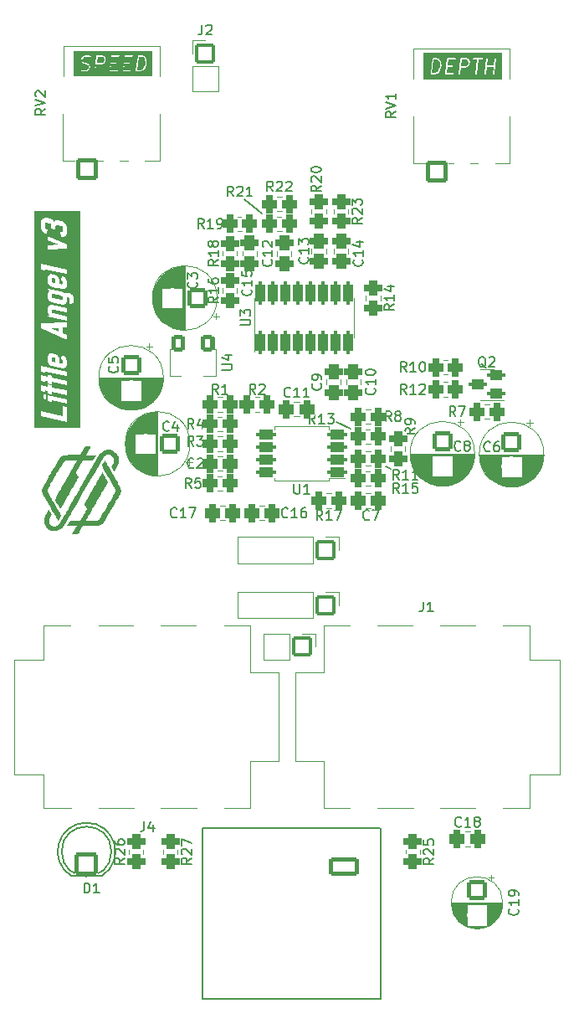
<source format=gbr>
%TF.GenerationSoftware,KiCad,Pcbnew,7.0.2-6a45011f42~172~ubuntu22.04.1*%
%TF.CreationDate,2023-05-29T17:51:51+01:00*%
%TF.ProjectId,little-angel-v3-SMD,6c697474-6c65-42d6-916e-67656c2d7633,rev?*%
%TF.SameCoordinates,Original*%
%TF.FileFunction,Legend,Top*%
%TF.FilePolarity,Positive*%
%FSLAX46Y46*%
G04 Gerber Fmt 4.6, Leading zero omitted, Abs format (unit mm)*
G04 Created by KiCad (PCBNEW 7.0.2-6a45011f42~172~ubuntu22.04.1) date 2023-05-29 17:51:51*
%MOMM*%
%LPD*%
G01*
G04 APERTURE LIST*
G04 Aperture macros list*
%AMRoundRect*
0 Rectangle with rounded corners*
0 $1 Rounding radius*
0 $2 $3 $4 $5 $6 $7 $8 $9 X,Y pos of 4 corners*
0 Add a 4 corners polygon primitive as box body*
4,1,4,$2,$3,$4,$5,$6,$7,$8,$9,$2,$3,0*
0 Add four circle primitives for the rounded corners*
1,1,$1+$1,$2,$3*
1,1,$1+$1,$4,$5*
1,1,$1+$1,$6,$7*
1,1,$1+$1,$8,$9*
0 Add four rect primitives between the rounded corners*
20,1,$1+$1,$2,$3,$4,$5,0*
20,1,$1+$1,$4,$5,$6,$7,0*
20,1,$1+$1,$6,$7,$8,$9,0*
20,1,$1+$1,$8,$9,$2,$3,0*%
%AMFreePoly0*
4,1,33,3.949277,1.046694,4.018866,0.991198,4.057486,0.911004,4.062500,0.866500,4.062500,-0.866500,4.042694,-0.953277,3.987198,-1.022866,3.907004,-1.061486,3.862500,-1.066500,0.737500,-1.066500,0.650723,-1.046694,0.581134,-0.991198,0.542514,-0.911004,0.537500,-0.866500,0.537500,-0.650000,-0.737500,-0.650000,-0.824277,-0.630194,-0.893866,-0.574698,-0.932486,-0.494504,-0.937500,-0.450000,
-0.937500,0.450000,-0.917694,0.536777,-0.862198,0.606366,-0.782004,0.644986,-0.737500,0.650000,0.537500,0.650000,0.537500,0.866500,0.557306,0.953277,0.612802,1.022866,0.692996,1.061486,0.737500,1.066500,3.862500,1.066500,3.949277,1.046694,3.949277,1.046694,$1*%
G04 Aperture macros list end*
%ADD10C,0.125000*%
%ADD11C,0.150000*%
%ADD12C,0.120000*%
%ADD13R,2.600000X1.500000*%
%ADD14O,2.600000X1.500000*%
%ADD15R,2.000000X1.900000*%
%ADD16C,1.900000*%
%ADD17RoundRect,0.350000X0.150000X-0.825000X0.150000X0.825000X-0.150000X0.825000X-0.150000X-0.825000X0*%
%ADD18RoundRect,0.200000X1.300000X0.750000X-1.300000X0.750000X-1.300000X-0.750000X1.300000X-0.750000X0*%
%ADD19O,3.000000X1.900000*%
%ADD20RoundRect,0.200000X-0.850000X0.850000X-0.850000X-0.850000X0.850000X-0.850000X0.850000X0.850000X0*%
%ADD21O,2.100000X2.100000*%
%ADD22C,3.400000*%
%ADD23RoundRect,0.200000X-0.800000X0.800000X-0.800000X-0.800000X0.800000X-0.800000X0.800000X0.800000X0*%
%ADD24C,2.000000*%
%ADD25RoundRect,0.200000X1.000000X0.950000X-1.000000X0.950000X-1.000000X-0.950000X1.000000X-0.950000X0*%
%ADD26C,2.300000*%
%ADD27RoundRect,0.450000X-0.450000X0.350000X-0.450000X-0.350000X0.450000X-0.350000X0.450000X0.350000X0*%
%ADD28RoundRect,0.450000X0.450000X-0.350000X0.450000X0.350000X-0.450000X0.350000X-0.450000X-0.350000X0*%
%ADD29RoundRect,0.450000X-0.337500X-0.475000X0.337500X-0.475000X0.337500X0.475000X-0.337500X0.475000X0*%
%ADD30RoundRect,0.200000X-0.850000X-0.850000X0.850000X-0.850000X0.850000X0.850000X-0.850000X0.850000X0*%
%ADD31RoundRect,0.450000X0.350000X0.450000X-0.350000X0.450000X-0.350000X-0.450000X0.350000X-0.450000X0*%
%ADD32O,3.120000X3.640000*%
%ADD33RoundRect,0.200000X0.900000X0.900000X-0.900000X0.900000X-0.900000X-0.900000X0.900000X-0.900000X0*%
%ADD34C,2.200000*%
%ADD35RoundRect,0.200000X0.800000X0.800000X-0.800000X0.800000X-0.800000X-0.800000X0.800000X-0.800000X0*%
%ADD36RoundRect,0.450000X0.337500X0.475000X-0.337500X0.475000X-0.337500X-0.475000X0.337500X-0.475000X0*%
%ADD37RoundRect,0.350000X0.587500X0.150000X-0.587500X0.150000X-0.587500X-0.150000X0.587500X-0.150000X0*%
%ADD38RoundRect,0.450000X0.475000X-0.337500X0.475000X0.337500X-0.475000X0.337500X-0.475000X-0.337500X0*%
%ADD39RoundRect,0.450000X-0.475000X0.337500X-0.475000X-0.337500X0.475000X-0.337500X0.475000X0.337500X0*%
%ADD40RoundRect,0.200000X-0.450000X0.650000X-0.450000X-0.650000X0.450000X-0.650000X0.450000X0.650000X0*%
%ADD41FreePoly0,270.000000*%
%ADD42RoundRect,0.350000X0.650000X0.150000X-0.650000X0.150000X-0.650000X-0.150000X0.650000X-0.150000X0*%
%ADD43RoundRect,0.450000X-0.350000X-0.450000X0.350000X-0.450000X0.350000X0.450000X-0.350000X0.450000X0*%
G04 APERTURE END LIST*
D10*
G36*
X124231209Y-55947621D02*
G01*
X124278687Y-56001881D01*
X124322857Y-56119669D01*
X124299692Y-56304995D01*
X124222476Y-56428540D01*
X124155580Y-56488003D01*
X124024599Y-56549642D01*
X123537942Y-56549642D01*
X123620531Y-55888928D01*
X124121160Y-55888928D01*
X124231209Y-55947621D01*
G37*
G36*
X128279206Y-55951455D02*
G01*
X128385829Y-56073310D01*
X128432821Y-56198624D01*
X128466655Y-56469286D01*
X128441751Y-56668515D01*
X128339392Y-56941474D01*
X128258188Y-57071399D01*
X128114072Y-57199502D01*
X127912741Y-57263928D01*
X127636155Y-57263928D01*
X127808030Y-55888928D01*
X128099440Y-55888928D01*
X128279206Y-55951455D01*
G37*
G36*
X129122499Y-57911786D02*
G01*
X121208214Y-57911786D01*
X121208214Y-57242574D01*
X121831771Y-57242574D01*
X121835204Y-57279117D01*
X121857848Y-57308002D01*
X122073526Y-57383020D01*
X122082719Y-57388928D01*
X122099526Y-57388928D01*
X122116332Y-57389754D01*
X122117768Y-57388928D01*
X122454104Y-57388928D01*
X122468221Y-57390793D01*
X122480453Y-57385036D01*
X122493431Y-57381226D01*
X122496790Y-57377348D01*
X122602521Y-57327593D01*
X123314725Y-57327593D01*
X123319114Y-57354576D01*
X123343657Y-57381867D01*
X123379058Y-57391556D01*
X123414078Y-57380568D01*
X123437598Y-57352390D01*
X123439685Y-57335698D01*
X124804452Y-57335698D01*
X124808587Y-57344753D01*
X124810185Y-57354576D01*
X124816052Y-57361100D01*
X124819699Y-57369085D01*
X124828072Y-57374466D01*
X124834728Y-57381867D01*
X124843194Y-57384184D01*
X124850576Y-57388928D01*
X124860527Y-57388928D01*
X124870129Y-57391556D01*
X124878505Y-57388928D01*
X125592201Y-57388928D01*
X125618431Y-57381226D01*
X125642467Y-57353488D01*
X125645025Y-57335698D01*
X126152666Y-57335698D01*
X126156801Y-57344753D01*
X126158399Y-57354576D01*
X126164266Y-57361100D01*
X126167913Y-57369085D01*
X126176286Y-57374466D01*
X126182942Y-57381867D01*
X126191408Y-57384184D01*
X126198790Y-57388928D01*
X126208741Y-57388928D01*
X126218343Y-57391556D01*
X126226719Y-57388928D01*
X126940415Y-57388928D01*
X126966645Y-57381226D01*
X126990681Y-57353488D01*
X126993239Y-57335698D01*
X127500880Y-57335698D01*
X127505015Y-57344753D01*
X127506613Y-57354576D01*
X127512480Y-57361100D01*
X127516127Y-57369085D01*
X127524500Y-57374466D01*
X127531156Y-57381867D01*
X127539622Y-57384184D01*
X127547004Y-57388928D01*
X127556955Y-57388928D01*
X127566557Y-57391556D01*
X127574933Y-57388928D01*
X127914279Y-57388928D01*
X127924068Y-57391548D01*
X127940827Y-57386185D01*
X127957716Y-57381226D01*
X127958249Y-57380609D01*
X128160163Y-57315998D01*
X128173520Y-57313905D01*
X128184160Y-57304446D01*
X128195956Y-57296458D01*
X128197679Y-57292429D01*
X128341232Y-57164825D01*
X128349700Y-57160829D01*
X128354664Y-57152886D01*
X128354667Y-57152884D01*
X128369155Y-57129701D01*
X128442489Y-57012367D01*
X128447790Y-57008414D01*
X128452034Y-56997095D01*
X128453476Y-56994789D01*
X128455175Y-56988719D01*
X128557644Y-56715466D01*
X128562597Y-56709534D01*
X128563960Y-56698624D01*
X128564532Y-56697101D01*
X128565072Y-56689731D01*
X128590398Y-56487126D01*
X128593936Y-56479743D01*
X128592628Y-56469283D01*
X128592774Y-56468119D01*
X128591517Y-56460391D01*
X128557262Y-56186360D01*
X128558891Y-56178809D01*
X128555032Y-56168518D01*
X128554830Y-56166901D01*
X128551880Y-56160113D01*
X128501202Y-56024971D01*
X128499477Y-56013369D01*
X128488927Y-56001312D01*
X128479300Y-55988499D01*
X128476954Y-55987628D01*
X128363507Y-55857974D01*
X128353222Y-55844855D01*
X128342755Y-55841214D01*
X128333405Y-55835269D01*
X128325767Y-55835305D01*
X128137546Y-55769837D01*
X128128351Y-55763928D01*
X128111532Y-55763928D01*
X128094739Y-55763102D01*
X128093303Y-55763928D01*
X127761257Y-55763928D01*
X127751655Y-55761300D01*
X127734693Y-55766622D01*
X127717639Y-55771630D01*
X127717230Y-55772101D01*
X127716634Y-55772289D01*
X127705261Y-55785914D01*
X127693603Y-55799368D01*
X127693513Y-55799988D01*
X127693115Y-55800466D01*
X127690915Y-55818059D01*
X127688380Y-55835698D01*
X127688639Y-55836267D01*
X127503414Y-57318065D01*
X127500880Y-57335698D01*
X126993239Y-57335698D01*
X126995904Y-57317158D01*
X126980657Y-57283771D01*
X126949780Y-57263928D01*
X126287941Y-57263928D01*
X126370530Y-56603214D01*
X126824343Y-56603214D01*
X126850573Y-56595512D01*
X126874609Y-56567774D01*
X126879832Y-56531444D01*
X126864585Y-56498057D01*
X126833708Y-56478214D01*
X126386155Y-56478214D01*
X126459816Y-55888928D01*
X127127915Y-55888928D01*
X127154145Y-55881226D01*
X127178181Y-55853488D01*
X127183404Y-55817158D01*
X127168157Y-55783771D01*
X127137280Y-55763928D01*
X126413043Y-55763928D01*
X126403441Y-55761300D01*
X126386479Y-55766622D01*
X126369425Y-55771630D01*
X126369016Y-55772101D01*
X126368420Y-55772289D01*
X126357047Y-55785914D01*
X126345389Y-55799368D01*
X126345299Y-55799988D01*
X126344901Y-55800466D01*
X126342701Y-55818059D01*
X126340166Y-55835698D01*
X126340425Y-55836267D01*
X126253417Y-56532335D01*
X126250880Y-56549984D01*
X126251140Y-56550553D01*
X126155200Y-57318065D01*
X126152666Y-57335698D01*
X125645025Y-57335698D01*
X125647690Y-57317158D01*
X125632443Y-57283771D01*
X125601566Y-57263928D01*
X124939727Y-57263928D01*
X125022316Y-56603214D01*
X125476129Y-56603214D01*
X125502359Y-56595512D01*
X125526395Y-56567774D01*
X125531618Y-56531444D01*
X125516371Y-56498057D01*
X125485494Y-56478214D01*
X125037941Y-56478214D01*
X125111602Y-55888928D01*
X125779701Y-55888928D01*
X125805931Y-55881226D01*
X125829967Y-55853488D01*
X125835190Y-55817158D01*
X125819943Y-55783771D01*
X125789066Y-55763928D01*
X125064829Y-55763928D01*
X125055227Y-55761300D01*
X125038265Y-55766622D01*
X125021211Y-55771630D01*
X125020802Y-55772101D01*
X125020206Y-55772289D01*
X125008833Y-55785914D01*
X124997175Y-55799368D01*
X124997085Y-55799988D01*
X124996687Y-55800466D01*
X124994487Y-55818059D01*
X124991952Y-55835698D01*
X124992211Y-55836267D01*
X124905203Y-56532335D01*
X124902666Y-56549984D01*
X124902926Y-56550553D01*
X124806986Y-57318065D01*
X124804452Y-57335698D01*
X123439685Y-57335698D01*
X123522317Y-56674642D01*
X124034461Y-56674642D01*
X124048578Y-56676507D01*
X124060810Y-56670750D01*
X124073788Y-56666940D01*
X124077147Y-56663062D01*
X124208874Y-56601074D01*
X124218164Y-56599619D01*
X124231611Y-56587665D01*
X124245555Y-56575301D01*
X124245566Y-56575261D01*
X124305521Y-56521967D01*
X124313987Y-56517972D01*
X124318949Y-56510031D01*
X124318954Y-56510028D01*
X124330200Y-56492030D01*
X124410726Y-56363190D01*
X124419741Y-56352390D01*
X124421439Y-56338801D01*
X124425134Y-56325607D01*
X124423680Y-56320876D01*
X124448460Y-56122627D01*
X124451749Y-56107380D01*
X124447480Y-56095997D01*
X124445528Y-56083993D01*
X124441155Y-56079131D01*
X124394060Y-55953542D01*
X124392335Y-55941940D01*
X124381785Y-55929883D01*
X124372158Y-55917070D01*
X124369812Y-55916199D01*
X124322072Y-55861639D01*
X124316319Y-55851346D01*
X124302231Y-55843832D01*
X124288763Y-55835269D01*
X124286197Y-55835281D01*
X124168444Y-55772479D01*
X124155137Y-55763928D01*
X124143194Y-55763928D01*
X124131499Y-55761504D01*
X124125190Y-55763928D01*
X123573758Y-55763928D01*
X123564156Y-55761300D01*
X123547194Y-55766622D01*
X123530140Y-55771630D01*
X123529731Y-55772101D01*
X123529135Y-55772289D01*
X123517762Y-55785914D01*
X123506104Y-55799368D01*
X123506014Y-55799988D01*
X123505616Y-55800466D01*
X123503416Y-55818059D01*
X123500881Y-55835698D01*
X123501140Y-55836267D01*
X123405200Y-56603790D01*
X123402667Y-56621412D01*
X123402926Y-56621980D01*
X123314725Y-57327593D01*
X122602521Y-57327593D01*
X122628517Y-57315360D01*
X122637807Y-57313905D01*
X122651254Y-57301951D01*
X122665198Y-57289587D01*
X122665209Y-57289547D01*
X122725163Y-57236254D01*
X122733631Y-57232258D01*
X122738594Y-57224316D01*
X122738597Y-57224314D01*
X122747557Y-57209976D01*
X122830368Y-57077476D01*
X122839383Y-57066677D01*
X122841082Y-57053082D01*
X122844775Y-57039893D01*
X122843322Y-57035165D01*
X122859174Y-56908353D01*
X122862465Y-56893095D01*
X122858194Y-56881707D01*
X122856243Y-56869709D01*
X122851872Y-56864848D01*
X122804774Y-56739256D01*
X122803049Y-56727655D01*
X122792498Y-56715597D01*
X122782871Y-56702784D01*
X122780525Y-56701913D01*
X122732786Y-56647354D01*
X122727033Y-56637060D01*
X122712945Y-56629546D01*
X122699477Y-56620983D01*
X122696911Y-56620995D01*
X122586203Y-56561950D01*
X122580887Y-56556210D01*
X122570332Y-56553486D01*
X122568982Y-56552766D01*
X122561663Y-56551249D01*
X122293549Y-56482059D01*
X122176289Y-56419520D01*
X122128811Y-56365260D01*
X122084641Y-56247472D01*
X122098878Y-56133574D01*
X122176094Y-56010029D01*
X122242992Y-55950565D01*
X122373972Y-55888928D01*
X122706583Y-55888928D01*
X122910456Y-55959840D01*
X122937760Y-55961183D01*
X122969575Y-55942881D01*
X122986443Y-55910283D01*
X122983010Y-55873740D01*
X122960366Y-55844855D01*
X122744689Y-55769837D01*
X122735494Y-55763928D01*
X122718675Y-55763928D01*
X122701882Y-55763102D01*
X122700446Y-55763928D01*
X122364110Y-55763928D01*
X122349993Y-55762063D01*
X122337761Y-55767819D01*
X122324783Y-55771630D01*
X122321422Y-55775507D01*
X122189701Y-55837494D01*
X122180408Y-55838951D01*
X122166537Y-55851280D01*
X122153016Y-55863270D01*
X122153005Y-55863308D01*
X122093049Y-55916601D01*
X122084584Y-55920598D01*
X122079621Y-55928538D01*
X122079617Y-55928542D01*
X122071245Y-55941940D01*
X121987845Y-56075377D01*
X121978830Y-56086179D01*
X121977131Y-56099769D01*
X121973437Y-56112963D01*
X121974890Y-56117693D01*
X121959038Y-56244514D01*
X121955750Y-56259762D01*
X121960018Y-56271144D01*
X121961971Y-56283148D01*
X121966342Y-56288008D01*
X122013438Y-56413599D01*
X122015164Y-56425202D01*
X122025713Y-56437258D01*
X122035341Y-56450072D01*
X122037686Y-56450942D01*
X122085426Y-56505502D01*
X122091180Y-56515796D01*
X122105263Y-56523307D01*
X122118736Y-56531874D01*
X122121303Y-56531861D01*
X122232010Y-56590905D01*
X122237327Y-56596646D01*
X122247881Y-56599369D01*
X122249232Y-56600090D01*
X122256550Y-56601606D01*
X122524663Y-56670796D01*
X122641924Y-56733335D01*
X122689401Y-56787596D01*
X122733572Y-56905384D01*
X122719334Y-57019280D01*
X122642118Y-57142827D01*
X122575223Y-57202289D01*
X122444242Y-57263928D01*
X122111630Y-57263928D01*
X121907758Y-57193017D01*
X121880454Y-57191674D01*
X121848639Y-57209976D01*
X121831771Y-57242574D01*
X121208214Y-57242574D01*
X121208214Y-55295714D01*
X129122499Y-55295714D01*
X129122499Y-57911786D01*
G37*
D11*
G36*
X158094834Y-56262175D02*
G01*
X158197782Y-56379829D01*
X158243459Y-56501637D01*
X158276916Y-56769284D01*
X158252388Y-56965505D01*
X158150987Y-57235908D01*
X158071399Y-57363249D01*
X157930603Y-57488402D01*
X157733649Y-57551428D01*
X157473172Y-57551428D01*
X157641922Y-56201428D01*
X157920187Y-56201428D01*
X158094834Y-56262175D01*
G37*
G36*
X161072950Y-56257573D02*
G01*
X161117424Y-56308401D01*
X161159714Y-56421175D01*
X161137273Y-56600707D01*
X161062470Y-56720392D01*
X160998267Y-56777462D01*
X160871447Y-56837142D01*
X160401743Y-56837142D01*
X160481207Y-56201428D01*
X160967677Y-56201428D01*
X161072950Y-56257573D01*
G37*
G36*
X164581071Y-58249286D02*
G01*
X156600714Y-58249286D01*
X156600714Y-57637552D01*
X157310844Y-57637552D01*
X157315805Y-57648416D01*
X157317723Y-57660206D01*
X157324765Y-57668035D01*
X157329140Y-57677616D01*
X157339190Y-57684074D01*
X157347175Y-57692953D01*
X157357329Y-57695732D01*
X157366192Y-57701428D01*
X157378140Y-57701428D01*
X157389656Y-57704580D01*
X157399702Y-57701428D01*
X157735494Y-57701428D01*
X157747241Y-57704572D01*
X157767390Y-57698124D01*
X157787617Y-57692185D01*
X157788256Y-57691447D01*
X157956677Y-57637552D01*
X158801915Y-57637552D01*
X158806876Y-57648416D01*
X158808794Y-57660206D01*
X158815836Y-57668035D01*
X158820211Y-57677616D01*
X158830261Y-57684074D01*
X158838246Y-57692953D01*
X158848400Y-57695732D01*
X158857263Y-57701428D01*
X158869211Y-57701428D01*
X158880727Y-57704580D01*
X158890773Y-57701428D01*
X159604353Y-57701428D01*
X159635831Y-57692185D01*
X159664673Y-57658899D01*
X159669141Y-57627824D01*
X160151741Y-57627824D01*
X160157008Y-57660206D01*
X160186460Y-57692953D01*
X160228941Y-57704580D01*
X160270964Y-57691395D01*
X160299188Y-57657583D01*
X160382993Y-56987142D01*
X160883283Y-56987142D01*
X160900222Y-56989380D01*
X160914905Y-56982470D01*
X160930473Y-56977899D01*
X160934503Y-56973247D01*
X161062218Y-56913147D01*
X161073367Y-56911400D01*
X161089991Y-56896622D01*
X161106236Y-56882218D01*
X161106249Y-56882171D01*
X161162123Y-56832505D01*
X161172284Y-56827710D01*
X161270515Y-56670539D01*
X161281331Y-56657582D01*
X161283369Y-56641272D01*
X161287802Y-56625443D01*
X161286057Y-56619768D01*
X161310437Y-56424725D01*
X161314384Y-56406428D01*
X161309260Y-56392764D01*
X161306918Y-56378364D01*
X161301673Y-56372532D01*
X161255871Y-56250392D01*
X161253801Y-56236470D01*
X161241134Y-56221994D01*
X161229588Y-56206627D01*
X161226774Y-56205583D01*
X161181982Y-56154393D01*
X161175081Y-56142044D01*
X161166658Y-56137552D01*
X161614414Y-56137552D01*
X161632710Y-56177616D01*
X161669762Y-56201428D01*
X162035398Y-56201428D01*
X161857098Y-57627824D01*
X161862365Y-57660206D01*
X161891817Y-57692953D01*
X161934298Y-57704580D01*
X161976321Y-57691395D01*
X162004545Y-57657583D01*
X162008265Y-57627824D01*
X162776741Y-57627824D01*
X162782008Y-57660206D01*
X162811460Y-57692953D01*
X162853941Y-57704580D01*
X162895964Y-57691395D01*
X162924188Y-57657583D01*
X163016922Y-56915714D01*
X163722898Y-56915714D01*
X163633884Y-57627824D01*
X163639151Y-57660206D01*
X163668603Y-57692953D01*
X163711084Y-57704580D01*
X163753107Y-57691395D01*
X163781331Y-57657583D01*
X163882195Y-56850668D01*
X163885226Y-56829590D01*
X163884915Y-56828909D01*
X163972900Y-56125032D01*
X163967633Y-56092651D01*
X163938181Y-56059903D01*
X163895700Y-56048276D01*
X163853676Y-56061461D01*
X163825453Y-56095274D01*
X163741648Y-56765714D01*
X163035672Y-56765714D01*
X163115757Y-56125032D01*
X163110490Y-56092651D01*
X163081038Y-56059903D01*
X163038557Y-56048276D01*
X162996533Y-56061461D01*
X162968310Y-56095274D01*
X162876377Y-56830729D01*
X162873343Y-56851838D01*
X162873654Y-56852519D01*
X162776741Y-57627824D01*
X162008265Y-57627824D01*
X162186564Y-56201428D01*
X162559709Y-56201428D01*
X162591187Y-56192185D01*
X162620029Y-56158899D01*
X162626297Y-56115304D01*
X162608001Y-56075240D01*
X162570949Y-56051428D01*
X162130430Y-56051428D01*
X162118914Y-56048276D01*
X162108868Y-56051428D01*
X161681002Y-56051428D01*
X161649524Y-56060671D01*
X161620682Y-56093957D01*
X161614414Y-56137552D01*
X161166658Y-56137552D01*
X161158172Y-56133026D01*
X161142014Y-56122752D01*
X161138936Y-56122766D01*
X161024411Y-56061686D01*
X161008449Y-56051428D01*
X160994114Y-56051428D01*
X160980083Y-56048520D01*
X160972515Y-56051428D01*
X160425073Y-56051428D01*
X160413557Y-56048276D01*
X160393201Y-56054662D01*
X160372739Y-56060671D01*
X160372249Y-56061236D01*
X160371533Y-56061461D01*
X160357850Y-56077853D01*
X160343897Y-56093957D01*
X160343790Y-56094698D01*
X160343310Y-56095274D01*
X160340662Y-56116450D01*
X160337629Y-56137552D01*
X160337940Y-56138233D01*
X160242446Y-56902184D01*
X160239415Y-56923266D01*
X160239725Y-56923946D01*
X160151741Y-57627824D01*
X159669141Y-57627824D01*
X159670941Y-57615304D01*
X159652645Y-57575240D01*
X159615593Y-57551428D01*
X158964243Y-57551428D01*
X159043708Y-56915714D01*
X159488281Y-56915714D01*
X159519759Y-56906471D01*
X159548601Y-56873185D01*
X159554869Y-56829590D01*
X159536573Y-56789526D01*
X159499521Y-56765714D01*
X159062458Y-56765714D01*
X159132993Y-56201428D01*
X159791853Y-56201428D01*
X159823331Y-56192185D01*
X159852173Y-56158899D01*
X159858441Y-56115304D01*
X159840145Y-56075240D01*
X159803093Y-56051428D01*
X159076859Y-56051428D01*
X159065343Y-56048276D01*
X159044987Y-56054662D01*
X159024525Y-56060671D01*
X159024035Y-56061236D01*
X159023319Y-56061461D01*
X159009636Y-56077853D01*
X158995683Y-56093957D01*
X158995576Y-56094698D01*
X158995096Y-56095274D01*
X158992448Y-56116450D01*
X158989415Y-56137552D01*
X158989726Y-56138233D01*
X158903163Y-56830729D01*
X158900129Y-56851838D01*
X158900440Y-56852519D01*
X158804947Y-57616463D01*
X158801915Y-57637552D01*
X157956677Y-57637552D01*
X157985911Y-57628197D01*
X158001939Y-57625686D01*
X158014711Y-57614332D01*
X158028862Y-57604749D01*
X158030929Y-57599916D01*
X158171050Y-57475363D01*
X158181213Y-57470567D01*
X158274703Y-57320981D01*
X158281063Y-57316239D01*
X158286155Y-57302659D01*
X158287885Y-57299892D01*
X158289924Y-57292609D01*
X158391462Y-57021842D01*
X158397403Y-57014726D01*
X158399038Y-57001639D01*
X158399725Y-56999810D01*
X158400373Y-56990963D01*
X158425407Y-56790693D01*
X158429652Y-56781835D01*
X158428083Y-56769286D01*
X158428258Y-56767889D01*
X158426749Y-56758611D01*
X158392787Y-56486920D01*
X158394742Y-56477857D01*
X158390109Y-56465504D01*
X158389868Y-56463569D01*
X158386339Y-56455448D01*
X158336229Y-56321820D01*
X158334159Y-56307899D01*
X158321491Y-56293422D01*
X158309946Y-56278056D01*
X158307133Y-56277012D01*
X158195993Y-56149997D01*
X158183653Y-56134255D01*
X158171092Y-56129886D01*
X158159873Y-56122752D01*
X158150709Y-56122796D01*
X157965911Y-56058517D01*
X157954879Y-56051428D01*
X157934690Y-56051428D01*
X157914545Y-56050437D01*
X157912823Y-56051428D01*
X157585788Y-56051428D01*
X157574272Y-56048276D01*
X157553916Y-56054662D01*
X157533454Y-56060671D01*
X157532964Y-56061236D01*
X157532248Y-56061461D01*
X157518565Y-56077853D01*
X157504612Y-56093957D01*
X157504505Y-56094698D01*
X157504025Y-56095274D01*
X157501377Y-56116450D01*
X157498344Y-56137552D01*
X157498655Y-56138233D01*
X157313876Y-57616463D01*
X157310844Y-57637552D01*
X156600714Y-57637552D01*
X156600714Y-55495714D01*
X164581071Y-55495714D01*
X164581071Y-58249286D01*
G37*
G36*
X119102034Y-86276792D02*
G01*
X119133461Y-86281646D01*
X119193545Y-86294103D01*
X119209782Y-86297892D01*
X119239114Y-86307326D01*
X119269886Y-86322596D01*
X119294112Y-86341730D01*
X119314539Y-86369791D01*
X119324360Y-86397426D01*
X119327634Y-86428925D01*
X119327634Y-86798953D01*
X119133461Y-86758653D01*
X119117223Y-86754863D01*
X119087891Y-86745429D01*
X119057119Y-86730159D01*
X119032894Y-86711025D01*
X119012466Y-86682964D01*
X119002645Y-86655329D01*
X118999371Y-86623831D01*
X118999371Y-86360781D01*
X119001467Y-86336143D01*
X119012466Y-86307086D01*
X119037215Y-86285167D01*
X119068642Y-86276649D01*
X119102034Y-86276792D01*
G37*
G36*
X119655896Y-83673133D02*
G01*
X118885799Y-83340474D01*
X119655896Y-83331681D01*
X119655896Y-83673133D01*
G37*
G36*
X119123935Y-79914968D02*
G01*
X119953384Y-80087159D01*
X119958954Y-80088464D01*
X119988974Y-80099736D01*
X120015364Y-80115993D01*
X120038381Y-80135519D01*
X120059246Y-80160363D01*
X120073272Y-80189014D01*
X120077948Y-80219050D01*
X120077948Y-80400034D01*
X120075475Y-80421055D01*
X120062492Y-80447605D01*
X120038381Y-80468178D01*
X120012764Y-80479226D01*
X119983593Y-80484106D01*
X119953384Y-80481367D01*
X119123935Y-80309176D01*
X119116272Y-80307449D01*
X119088050Y-80298965D01*
X119058247Y-80284819D01*
X119034527Y-80266736D01*
X119014090Y-80239843D01*
X119002413Y-80207282D01*
X118999371Y-80175819D01*
X118999371Y-79994836D01*
X119001318Y-79970346D01*
X119011536Y-79941384D01*
X119034527Y-79919379D01*
X119063721Y-79910621D01*
X119094741Y-79910446D01*
X119123935Y-79914968D01*
G37*
G36*
X119102034Y-78266604D02*
G01*
X119133461Y-78271458D01*
X119193545Y-78283914D01*
X119209782Y-78287704D01*
X119239114Y-78297138D01*
X119269886Y-78312408D01*
X119294112Y-78331542D01*
X119314539Y-78359603D01*
X119324360Y-78387238D01*
X119327634Y-78418736D01*
X119327634Y-78788764D01*
X119133461Y-78748464D01*
X119117223Y-78744675D01*
X119087891Y-78735241D01*
X119057119Y-78719971D01*
X119032894Y-78700837D01*
X119012466Y-78672776D01*
X119002645Y-78645141D01*
X118999371Y-78613642D01*
X118999371Y-78350593D01*
X119001467Y-78325955D01*
X119012466Y-78296897D01*
X119037215Y-78274979D01*
X119068642Y-78266461D01*
X119102034Y-78266604D01*
G37*
G36*
X121856990Y-93453571D02*
G01*
X117220329Y-93453571D01*
X117220329Y-92254117D01*
X117873900Y-92254117D01*
X120500000Y-92800000D01*
X120500000Y-91279588D01*
X120077948Y-91191660D01*
X120077948Y-92231402D01*
X117873900Y-91773447D01*
X117873900Y-92254117D01*
X117220329Y-92254117D01*
X117220329Y-90029553D01*
X118108374Y-90029553D01*
X118108374Y-90473586D01*
X118389741Y-90532205D01*
X118389741Y-90127006D01*
X118577320Y-90127006D01*
X118577320Y-90689741D01*
X118999371Y-90777669D01*
X118999371Y-90658967D01*
X120500000Y-90971109D01*
X120500000Y-90527076D01*
X118577320Y-90127006D01*
X118389741Y-90127006D01*
X118389741Y-90088171D01*
X118108374Y-90029553D01*
X117220329Y-90029553D01*
X117220329Y-89685903D01*
X117873900Y-89685903D01*
X118295952Y-89773831D01*
X118295952Y-89650732D01*
X118577320Y-89708618D01*
X118577320Y-89954815D01*
X118999371Y-90042742D01*
X118999371Y-89796545D01*
X120500000Y-90108688D01*
X120500000Y-89660258D01*
X118999371Y-89348115D01*
X118999371Y-89143684D01*
X118577320Y-89055757D01*
X118577320Y-89260188D01*
X117873900Y-89114375D01*
X117873900Y-89685903D01*
X117220329Y-89685903D01*
X117220329Y-88686461D01*
X117873900Y-88686461D01*
X118295952Y-88774389D01*
X118295952Y-88651290D01*
X118577320Y-88709176D01*
X118577320Y-88955373D01*
X118999371Y-89043300D01*
X118999371Y-88797103D01*
X120500000Y-89109246D01*
X120500000Y-88660816D01*
X118999371Y-88348674D01*
X118999371Y-88144242D01*
X118577320Y-88056315D01*
X118577320Y-88260746D01*
X117873900Y-88114933D01*
X117873900Y-88686461D01*
X117220329Y-88686461D01*
X117220329Y-87202686D01*
X117873900Y-87202686D01*
X117873900Y-87773482D01*
X118295952Y-87861409D01*
X118295952Y-87738311D01*
X120500000Y-88196266D01*
X120500000Y-87748569D01*
X117873900Y-87202686D01*
X117220329Y-87202686D01*
X117220329Y-86634089D01*
X118577320Y-86634089D01*
X118577829Y-86656554D01*
X118580504Y-86690006D01*
X118585471Y-86723161D01*
X118592731Y-86756020D01*
X118602284Y-86788583D01*
X118614129Y-86820849D01*
X118628267Y-86852820D01*
X118644698Y-86884494D01*
X118663421Y-86915872D01*
X118684437Y-86946953D01*
X118707745Y-86977739D01*
X118724249Y-86997585D01*
X118749756Y-87025530D01*
X118776164Y-87051286D01*
X118803474Y-87074852D01*
X118831685Y-87096229D01*
X118860798Y-87115416D01*
X118890813Y-87132413D01*
X118921729Y-87147221D01*
X118953547Y-87159839D01*
X118986267Y-87170267D01*
X119019888Y-87178506D01*
X120057431Y-87393928D01*
X120080469Y-87398207D01*
X120114179Y-87402468D01*
X120146870Y-87404141D01*
X120178544Y-87403224D01*
X120209201Y-87399719D01*
X120238840Y-87393624D01*
X120267461Y-87384941D01*
X120295065Y-87373669D01*
X120321652Y-87359808D01*
X120347221Y-87343358D01*
X120371772Y-87324319D01*
X120387300Y-87310377D01*
X120408713Y-87288359D01*
X120427872Y-87265014D01*
X120444777Y-87240342D01*
X120459428Y-87214344D01*
X120471825Y-87187019D01*
X120481968Y-87158368D01*
X120489857Y-87128389D01*
X120495492Y-87097085D01*
X120498873Y-87064453D01*
X120500000Y-87030495D01*
X120500000Y-86664863D01*
X120499527Y-86641874D01*
X120497048Y-86607733D01*
X120492443Y-86574005D01*
X120485713Y-86540689D01*
X120476858Y-86507785D01*
X120465878Y-86475293D01*
X120452773Y-86443213D01*
X120437542Y-86411545D01*
X120420186Y-86380290D01*
X120400705Y-86349447D01*
X120379099Y-86319016D01*
X120363764Y-86299352D01*
X120339923Y-86271682D01*
X120315077Y-86246201D01*
X120289227Y-86222909D01*
X120262372Y-86201808D01*
X120234513Y-86182895D01*
X120205649Y-86166173D01*
X120175780Y-86151640D01*
X120144907Y-86139297D01*
X120113029Y-86129143D01*
X120080146Y-86121179D01*
X119995882Y-86103593D01*
X119886706Y-86512456D01*
X119970237Y-86530041D01*
X119997912Y-86539723D01*
X120023508Y-86556677D01*
X120044975Y-86578401D01*
X120047004Y-86580883D01*
X120063748Y-86606643D01*
X120074728Y-86636962D01*
X120077948Y-86666329D01*
X120077948Y-86839253D01*
X120076300Y-86858076D01*
X120064495Y-86887453D01*
X120043510Y-86908129D01*
X120030192Y-86915814D01*
X120000453Y-86924865D01*
X119969504Y-86923517D01*
X119749685Y-86878087D01*
X119749685Y-86516852D01*
X119749185Y-86494295D01*
X119746555Y-86460706D01*
X119741671Y-86427414D01*
X119734534Y-86394417D01*
X119725142Y-86361717D01*
X119713496Y-86329313D01*
X119699597Y-86297205D01*
X119683443Y-86265394D01*
X119665035Y-86233879D01*
X119644374Y-86202660D01*
X119621458Y-86171737D01*
X119605195Y-86151710D01*
X119579920Y-86123505D01*
X119553589Y-86097503D01*
X119526202Y-86073702D01*
X119497759Y-86052105D01*
X119468259Y-86032710D01*
X119437703Y-86015517D01*
X119406092Y-86000527D01*
X119373424Y-85987739D01*
X119339700Y-85977154D01*
X119304919Y-85968771D01*
X119022086Y-85910153D01*
X118998782Y-85905794D01*
X118964706Y-85901455D01*
X118931686Y-85899757D01*
X118899722Y-85900700D01*
X118868814Y-85904283D01*
X118838963Y-85910506D01*
X118810167Y-85919369D01*
X118782428Y-85930873D01*
X118755745Y-85945018D01*
X118730118Y-85961803D01*
X118705547Y-85981228D01*
X118690020Y-85995333D01*
X118668607Y-86017521D01*
X118649448Y-86040945D01*
X118632543Y-86065606D01*
X118617892Y-86091503D01*
X118605495Y-86118637D01*
X118595352Y-86147008D01*
X118587463Y-86176614D01*
X118581828Y-86207458D01*
X118578447Y-86239537D01*
X118577320Y-86272854D01*
X118577320Y-86623831D01*
X118577320Y-86634089D01*
X117220329Y-86634089D01*
X117220329Y-83380774D01*
X117873900Y-83380774D01*
X120500000Y-84550942D01*
X120500000Y-84057815D01*
X120077948Y-83867306D01*
X120077948Y-83312630D01*
X120500000Y-83297976D01*
X120500000Y-82793126D01*
X117873900Y-82883251D01*
X117873900Y-83340474D01*
X117873900Y-83380774D01*
X117220329Y-83380774D01*
X117220329Y-82200348D01*
X118577320Y-82200348D01*
X120500000Y-82600418D01*
X120500000Y-82157117D01*
X119128332Y-81872086D01*
X119120398Y-81870314D01*
X119091180Y-81861664D01*
X119060325Y-81847342D01*
X119035767Y-81829121D01*
X119014610Y-81802107D01*
X119002520Y-81769478D01*
X118999371Y-81737997D01*
X118999371Y-81557013D01*
X119001386Y-81532535D01*
X119011965Y-81503632D01*
X119035767Y-81481764D01*
X119065992Y-81473177D01*
X119098107Y-81473184D01*
X119128332Y-81477878D01*
X120500000Y-81762909D01*
X120500000Y-81318876D01*
X119025750Y-81012595D01*
X119002351Y-81008228D01*
X118968122Y-81003844D01*
X118934937Y-81002062D01*
X118902795Y-81002883D01*
X118871696Y-81006304D01*
X118841641Y-81012328D01*
X118812629Y-81020953D01*
X118784660Y-81032180D01*
X118757734Y-81046009D01*
X118731852Y-81062440D01*
X118707013Y-81081472D01*
X118691308Y-81095325D01*
X118669650Y-81117221D01*
X118650272Y-81140457D01*
X118633174Y-81165032D01*
X118618355Y-81190946D01*
X118605817Y-81218200D01*
X118595558Y-81246794D01*
X118587579Y-81276727D01*
X118581879Y-81308000D01*
X118578460Y-81340612D01*
X118577320Y-81374563D01*
X118577320Y-81576064D01*
X118578104Y-81607803D01*
X118580457Y-81639456D01*
X118584378Y-81671024D01*
X118589868Y-81702505D01*
X118596926Y-81733901D01*
X118605553Y-81765211D01*
X118615748Y-81796435D01*
X118627512Y-81827573D01*
X118640844Y-81858625D01*
X118655745Y-81889591D01*
X118672214Y-81920472D01*
X118690252Y-81951267D01*
X118709858Y-81981975D01*
X118731033Y-82012598D01*
X118753776Y-82043135D01*
X118778087Y-82073586D01*
X118577320Y-82088974D01*
X118577320Y-82200348D01*
X117220329Y-82200348D01*
X117220329Y-79356629D01*
X118577320Y-79356629D01*
X118577320Y-79468004D01*
X118765631Y-79555931D01*
X118742828Y-79574931D01*
X118711381Y-79604610D01*
X118683245Y-79635707D01*
X118658419Y-79668220D01*
X118636903Y-79702151D01*
X118618697Y-79737498D01*
X118603801Y-79774261D01*
X118592216Y-79812442D01*
X118583940Y-79852039D01*
X118578975Y-79893054D01*
X118577320Y-79935484D01*
X118577320Y-80175819D01*
X118577320Y-80182414D01*
X118577821Y-80205409D01*
X118580450Y-80239580D01*
X118585334Y-80273364D01*
X118592472Y-80306762D01*
X118601863Y-80339773D01*
X118613509Y-80372398D01*
X118627409Y-80404637D01*
X118643562Y-80436489D01*
X118661970Y-80467955D01*
X118682632Y-80499034D01*
X118705547Y-80529727D01*
X118721802Y-80549488D01*
X118747032Y-80577326D01*
X118773279Y-80603000D01*
X118800544Y-80626510D01*
X118828826Y-80647857D01*
X118858126Y-80667040D01*
X118888443Y-80684058D01*
X118919778Y-80698913D01*
X118952130Y-80711604D01*
X118985500Y-80722132D01*
X119019888Y-80730495D01*
X120057431Y-80945917D01*
X120080469Y-80950196D01*
X120114179Y-80954457D01*
X120146870Y-80956130D01*
X120178544Y-80955213D01*
X120209201Y-80951707D01*
X120238840Y-80945613D01*
X120267461Y-80936930D01*
X120295065Y-80925658D01*
X120321652Y-80911797D01*
X120347221Y-80895347D01*
X120371772Y-80876308D01*
X120387300Y-80862366D01*
X120408713Y-80840348D01*
X120427872Y-80817003D01*
X120444777Y-80792331D01*
X120459428Y-80766333D01*
X120471825Y-80739008D01*
X120481968Y-80710356D01*
X120489857Y-80680378D01*
X120495492Y-80649073D01*
X120498873Y-80616442D01*
X120500000Y-80582484D01*
X120500000Y-80295254D01*
X120501114Y-80278594D01*
X120512379Y-80247985D01*
X120535775Y-80228946D01*
X120565485Y-80221836D01*
X120597052Y-80222405D01*
X120626762Y-80227110D01*
X120654605Y-80232972D01*
X120662404Y-80234699D01*
X120691124Y-80243165D01*
X120721452Y-80257258D01*
X120745592Y-80275251D01*
X120766389Y-80301990D01*
X120778272Y-80334344D01*
X120781367Y-80365596D01*
X120781367Y-80879239D01*
X121203419Y-80836008D01*
X121203419Y-80359002D01*
X121202909Y-80336007D01*
X121200235Y-80301836D01*
X121195267Y-80268052D01*
X121188007Y-80234654D01*
X121178455Y-80201642D01*
X121166609Y-80169017D01*
X121152471Y-80136779D01*
X121136041Y-80104927D01*
X121117318Y-80073461D01*
X121096302Y-80042381D01*
X121072993Y-80011688D01*
X121056461Y-79991836D01*
X121030804Y-79963861D01*
X121004117Y-79938049D01*
X120976399Y-79914401D01*
X120947651Y-79892918D01*
X120917872Y-79873598D01*
X120887063Y-79856441D01*
X120855224Y-79841449D01*
X120822354Y-79828621D01*
X120788454Y-79817956D01*
X120753524Y-79809455D01*
X120657536Y-79789672D01*
X120631464Y-79784734D01*
X120593161Y-79779421D01*
X120555824Y-79776620D01*
X120519453Y-79776330D01*
X120484048Y-79778552D01*
X120449609Y-79783285D01*
X120416136Y-79790530D01*
X120383629Y-79800287D01*
X120352089Y-79812555D01*
X120321514Y-79827335D01*
X120291905Y-79844626D01*
X120272187Y-79824668D01*
X120241826Y-79796480D01*
X120210526Y-79770392D01*
X120178285Y-79746403D01*
X120145104Y-79724513D01*
X120110983Y-79704723D01*
X120075921Y-79687032D01*
X120039920Y-79671441D01*
X120002978Y-79657949D01*
X119965096Y-79646557D01*
X119926273Y-79637264D01*
X118577320Y-79356629D01*
X117220329Y-79356629D01*
X117220329Y-78623900D01*
X118577320Y-78623900D01*
X118577829Y-78646366D01*
X118580504Y-78679817D01*
X118585471Y-78712973D01*
X118592731Y-78745832D01*
X118602284Y-78778395D01*
X118614129Y-78810661D01*
X118628267Y-78842631D01*
X118644698Y-78874305D01*
X118663421Y-78905683D01*
X118684437Y-78936765D01*
X118707745Y-78967550D01*
X118724249Y-78987397D01*
X118749756Y-79015342D01*
X118776164Y-79041098D01*
X118803474Y-79064664D01*
X118831685Y-79086040D01*
X118860798Y-79105227D01*
X118890813Y-79122225D01*
X118921729Y-79137032D01*
X118953547Y-79149650D01*
X118986267Y-79160079D01*
X119019888Y-79168318D01*
X120057431Y-79383740D01*
X120080469Y-79388019D01*
X120114179Y-79392280D01*
X120146870Y-79393952D01*
X120178544Y-79393036D01*
X120209201Y-79389530D01*
X120238840Y-79383436D01*
X120267461Y-79374753D01*
X120295065Y-79363480D01*
X120321652Y-79349619D01*
X120347221Y-79333169D01*
X120371772Y-79314131D01*
X120387300Y-79300189D01*
X120408713Y-79278170D01*
X120427872Y-79254825D01*
X120444777Y-79230154D01*
X120459428Y-79204156D01*
X120471825Y-79176831D01*
X120481968Y-79148179D01*
X120489857Y-79118201D01*
X120495492Y-79086896D01*
X120498873Y-79054265D01*
X120500000Y-79020307D01*
X120500000Y-78654675D01*
X120499527Y-78631686D01*
X120497048Y-78597545D01*
X120492443Y-78563817D01*
X120485713Y-78530500D01*
X120476858Y-78497596D01*
X120465878Y-78465104D01*
X120452773Y-78433025D01*
X120437542Y-78401357D01*
X120420186Y-78370102D01*
X120400705Y-78339258D01*
X120379099Y-78308827D01*
X120363764Y-78289164D01*
X120339923Y-78261493D01*
X120315077Y-78236012D01*
X120289227Y-78212721D01*
X120262372Y-78191619D01*
X120234513Y-78172707D01*
X120205649Y-78155985D01*
X120175780Y-78141452D01*
X120144907Y-78129108D01*
X120113029Y-78118955D01*
X120080146Y-78110990D01*
X119995882Y-78093405D01*
X119886706Y-78502267D01*
X119970237Y-78519853D01*
X119997912Y-78529534D01*
X120023508Y-78546489D01*
X120044975Y-78568213D01*
X120047004Y-78570695D01*
X120063748Y-78596455D01*
X120074728Y-78626774D01*
X120077948Y-78656140D01*
X120077948Y-78829064D01*
X120076300Y-78847888D01*
X120064495Y-78877264D01*
X120043510Y-78897941D01*
X120030192Y-78905626D01*
X120000453Y-78914677D01*
X119969504Y-78913328D01*
X119749685Y-78867899D01*
X119749685Y-78506664D01*
X119749185Y-78484107D01*
X119746555Y-78450518D01*
X119741671Y-78417225D01*
X119734534Y-78384229D01*
X119725142Y-78351529D01*
X119713496Y-78319125D01*
X119699597Y-78287017D01*
X119683443Y-78255206D01*
X119665035Y-78223690D01*
X119644374Y-78192471D01*
X119621458Y-78161549D01*
X119605195Y-78141522D01*
X119579920Y-78113317D01*
X119553589Y-78087314D01*
X119526202Y-78063514D01*
X119497759Y-78041916D01*
X119468259Y-78022521D01*
X119437703Y-78005329D01*
X119406092Y-77990339D01*
X119373424Y-77977551D01*
X119339700Y-77966966D01*
X119304919Y-77958583D01*
X119022086Y-77899965D01*
X118998782Y-77895605D01*
X118964706Y-77891267D01*
X118931686Y-77889569D01*
X118899722Y-77890511D01*
X118868814Y-77894094D01*
X118838963Y-77900317D01*
X118810167Y-77909181D01*
X118782428Y-77920685D01*
X118755745Y-77934829D01*
X118730118Y-77951614D01*
X118705547Y-77971039D01*
X118690020Y-77985144D01*
X118668607Y-78007332D01*
X118649448Y-78030757D01*
X118632543Y-78055418D01*
X118617892Y-78081315D01*
X118605495Y-78108449D01*
X118595352Y-78136819D01*
X118587463Y-78166426D01*
X118581828Y-78197269D01*
X118578447Y-78229349D01*
X118577320Y-78262665D01*
X118577320Y-78613642D01*
X118577320Y-78623900D01*
X117220329Y-78623900D01*
X117220329Y-76856559D01*
X117873900Y-76856559D01*
X117873900Y-77427355D01*
X118295952Y-77515282D01*
X118295952Y-77392184D01*
X120500000Y-77850139D01*
X120500000Y-77402442D01*
X117873900Y-76856559D01*
X117220329Y-76856559D01*
X117220329Y-74034822D01*
X118577320Y-74034822D01*
X118577320Y-74486182D01*
X119634647Y-74932414D01*
X118577320Y-74942672D01*
X118577320Y-75382309D01*
X120500000Y-75300976D01*
X120500000Y-74919225D01*
X118577320Y-74034822D01*
X117220329Y-74034822D01*
X117220329Y-73063956D01*
X117873900Y-73063956D01*
X117874570Y-73095607D01*
X117876579Y-73126994D01*
X117879928Y-73158118D01*
X117884617Y-73188978D01*
X117890644Y-73219575D01*
X117898012Y-73249909D01*
X117906719Y-73279979D01*
X117916765Y-73309787D01*
X117928151Y-73339331D01*
X117940876Y-73368611D01*
X117954941Y-73397628D01*
X117970346Y-73426382D01*
X117987090Y-73454873D01*
X118005173Y-73483100D01*
X118024596Y-73511064D01*
X118045359Y-73538764D01*
X118067117Y-73565698D01*
X118089529Y-73591360D01*
X118112592Y-73615752D01*
X118136309Y-73638873D01*
X118160678Y-73660724D01*
X118185699Y-73681303D01*
X118211373Y-73700611D01*
X118237700Y-73718649D01*
X118264679Y-73735416D01*
X118292311Y-73750912D01*
X118320596Y-73765137D01*
X118349533Y-73778092D01*
X118379122Y-73789775D01*
X118409365Y-73800188D01*
X118440259Y-73809330D01*
X118471807Y-73817201D01*
X118593440Y-73365840D01*
X118477669Y-73341660D01*
X118457258Y-73336254D01*
X118429343Y-73325140D01*
X118402200Y-73309888D01*
X118375828Y-73290498D01*
X118353838Y-73270586D01*
X118346828Y-73263424D01*
X118325856Y-73238089D01*
X118310423Y-73212334D01*
X118299570Y-73182383D01*
X118295952Y-73151884D01*
X118295952Y-72798709D01*
X118297240Y-72779170D01*
X118306050Y-72748239D01*
X118323206Y-72722756D01*
X118348709Y-72702721D01*
X118375636Y-72690127D01*
X118404396Y-72683121D01*
X118434987Y-72681701D01*
X118467411Y-72685868D01*
X118781018Y-72751081D01*
X118797470Y-72755168D01*
X118825215Y-72765241D01*
X118851626Y-72779031D01*
X118876706Y-72796537D01*
X118900453Y-72817759D01*
X118903654Y-72821024D01*
X118923213Y-72844596D01*
X118939471Y-72873080D01*
X118949225Y-72903214D01*
X118952477Y-72934996D01*
X118952477Y-73288171D01*
X119374528Y-73376099D01*
X119374528Y-73022923D01*
X119376667Y-72999757D01*
X119387891Y-72969836D01*
X119408738Y-72945712D01*
X119435345Y-72929134D01*
X119446877Y-72924038D01*
X119478888Y-72914352D01*
X119508400Y-72910535D01*
X119539315Y-72911066D01*
X119571632Y-72915945D01*
X119932868Y-72990683D01*
X119955830Y-72996440D01*
X119986654Y-73007685D01*
X120015936Y-73022647D01*
X120043676Y-73041325D01*
X120066224Y-73060293D01*
X120073323Y-73067025D01*
X120094560Y-73091308D01*
X120110188Y-73116713D01*
X120121179Y-73147121D01*
X120124842Y-73178995D01*
X120124842Y-73532170D01*
X120122756Y-73555663D01*
X120111801Y-73586266D01*
X120091458Y-73611304D01*
X120065491Y-73628890D01*
X120054215Y-73634248D01*
X120022696Y-73644506D01*
X119993389Y-73648674D01*
X119962469Y-73648353D01*
X119929937Y-73643545D01*
X119806838Y-73617899D01*
X119935799Y-74121284D01*
X119952107Y-74124204D01*
X119984210Y-74128881D01*
X120015626Y-74132006D01*
X120046355Y-74133580D01*
X120076397Y-74133603D01*
X120105751Y-74132075D01*
X120148496Y-74126873D01*
X120189695Y-74118182D01*
X120229348Y-74105999D01*
X120267456Y-74090326D01*
X120304018Y-74071163D01*
X120339034Y-74048509D01*
X120372505Y-74022365D01*
X120393622Y-74003360D01*
X120422744Y-73973307D01*
X120448800Y-73941399D01*
X120471791Y-73907636D01*
X120491716Y-73872018D01*
X120508576Y-73834546D01*
X120522371Y-73795219D01*
X120533100Y-73754038D01*
X120540763Y-73711001D01*
X120544169Y-73681280D01*
X120546213Y-73650734D01*
X120546894Y-73619364D01*
X120546894Y-73266189D01*
X120546193Y-73234525D01*
X120544089Y-73203095D01*
X120540583Y-73171899D01*
X120535674Y-73140939D01*
X120529363Y-73110213D01*
X120521649Y-73079721D01*
X120512533Y-73049465D01*
X120502015Y-73019443D01*
X120490093Y-72989656D01*
X120476770Y-72960103D01*
X120462044Y-72930786D01*
X120445915Y-72901703D01*
X120428384Y-72872854D01*
X120409450Y-72844241D01*
X120389114Y-72815862D01*
X120367376Y-72787718D01*
X120344632Y-72760269D01*
X120321282Y-72734160D01*
X120297326Y-72709390D01*
X120272762Y-72685960D01*
X120247592Y-72663869D01*
X120221815Y-72643118D01*
X120195431Y-72623707D01*
X120168440Y-72605635D01*
X120140842Y-72588902D01*
X120112638Y-72573509D01*
X120083827Y-72559455D01*
X120054409Y-72546741D01*
X120024384Y-72535367D01*
X119993753Y-72525332D01*
X119962514Y-72516637D01*
X119930669Y-72509281D01*
X119605338Y-72441870D01*
X119574077Y-72436245D01*
X119543674Y-72432562D01*
X119514130Y-72430819D01*
X119471425Y-72431843D01*
X119430651Y-72437233D01*
X119391809Y-72446989D01*
X119354899Y-72461112D01*
X119319922Y-72479602D01*
X119286876Y-72502457D01*
X119255762Y-72529679D01*
X119226580Y-72561267D01*
X119208199Y-72584752D01*
X119190834Y-72553837D01*
X119172444Y-72524473D01*
X119153030Y-72496661D01*
X119132591Y-72470400D01*
X119111127Y-72445691D01*
X119088638Y-72422533D01*
X119065125Y-72400926D01*
X119040587Y-72380870D01*
X119015025Y-72362366D01*
X118988438Y-72345413D01*
X118960826Y-72330011D01*
X118932189Y-72316161D01*
X118902528Y-72303862D01*
X118871842Y-72293114D01*
X118840132Y-72283918D01*
X118807397Y-72276273D01*
X118490125Y-72210327D01*
X118473858Y-72207138D01*
X118441819Y-72201958D01*
X118410437Y-72198374D01*
X118379714Y-72196388D01*
X118349649Y-72195998D01*
X118320243Y-72197206D01*
X118277368Y-72202013D01*
X118235973Y-72210413D01*
X118196061Y-72222406D01*
X118157629Y-72237993D01*
X118120678Y-72257173D01*
X118085209Y-72279947D01*
X118051221Y-72306315D01*
X118019532Y-72335394D01*
X117990960Y-72366301D01*
X117965504Y-72399038D01*
X117943166Y-72433604D01*
X117923945Y-72469998D01*
X117907841Y-72508222D01*
X117894853Y-72548274D01*
X117884983Y-72590156D01*
X117880134Y-72619093D01*
X117876671Y-72648843D01*
X117874593Y-72679405D01*
X117873900Y-72710781D01*
X117873900Y-73063956D01*
X117220329Y-73063956D01*
X117220329Y-71542428D01*
X121856990Y-71542428D01*
X121856990Y-93453571D01*
G37*
X140260000Y-71800000D02*
X138510000Y-70300000D01*
X147760000Y-92800000D02*
X149260000Y-93550000D01*
X153260000Y-97550000D02*
X152760000Y-97300000D01*
%TO.C,U3*%
X138072619Y-83061904D02*
X138882142Y-83061904D01*
X138882142Y-83061904D02*
X138977380Y-83014285D01*
X138977380Y-83014285D02*
X139025000Y-82966666D01*
X139025000Y-82966666D02*
X139072619Y-82871428D01*
X139072619Y-82871428D02*
X139072619Y-82680952D01*
X139072619Y-82680952D02*
X139025000Y-82585714D01*
X139025000Y-82585714D02*
X138977380Y-82538095D01*
X138977380Y-82538095D02*
X138882142Y-82490476D01*
X138882142Y-82490476D02*
X138072619Y-82490476D01*
X138072619Y-82109523D02*
X138072619Y-81490476D01*
X138072619Y-81490476D02*
X138453571Y-81823809D01*
X138453571Y-81823809D02*
X138453571Y-81680952D01*
X138453571Y-81680952D02*
X138501190Y-81585714D01*
X138501190Y-81585714D02*
X138548809Y-81538095D01*
X138548809Y-81538095D02*
X138644047Y-81490476D01*
X138644047Y-81490476D02*
X138882142Y-81490476D01*
X138882142Y-81490476D02*
X138977380Y-81538095D01*
X138977380Y-81538095D02*
X139025000Y-81585714D01*
X139025000Y-81585714D02*
X139072619Y-81680952D01*
X139072619Y-81680952D02*
X139072619Y-81966666D01*
X139072619Y-81966666D02*
X139025000Y-82061904D01*
X139025000Y-82061904D02*
X138977380Y-82109523D01*
%TO.C,J1*%
X156576666Y-111012619D02*
X156576666Y-111726904D01*
X156576666Y-111726904D02*
X156529047Y-111869761D01*
X156529047Y-111869761D02*
X156433809Y-111965000D01*
X156433809Y-111965000D02*
X156290952Y-112012619D01*
X156290952Y-112012619D02*
X156195714Y-112012619D01*
X157576666Y-112012619D02*
X157005238Y-112012619D01*
X157290952Y-112012619D02*
X157290952Y-111012619D01*
X157290952Y-111012619D02*
X157195714Y-111155476D01*
X157195714Y-111155476D02*
X157100476Y-111250714D01*
X157100476Y-111250714D02*
X157005238Y-111298333D01*
%TO.C,C19*%
X166117380Y-142092857D02*
X166165000Y-142140476D01*
X166165000Y-142140476D02*
X166212619Y-142283333D01*
X166212619Y-142283333D02*
X166212619Y-142378571D01*
X166212619Y-142378571D02*
X166165000Y-142521428D01*
X166165000Y-142521428D02*
X166069761Y-142616666D01*
X166069761Y-142616666D02*
X165974523Y-142664285D01*
X165974523Y-142664285D02*
X165784047Y-142711904D01*
X165784047Y-142711904D02*
X165641190Y-142711904D01*
X165641190Y-142711904D02*
X165450714Y-142664285D01*
X165450714Y-142664285D02*
X165355476Y-142616666D01*
X165355476Y-142616666D02*
X165260238Y-142521428D01*
X165260238Y-142521428D02*
X165212619Y-142378571D01*
X165212619Y-142378571D02*
X165212619Y-142283333D01*
X165212619Y-142283333D02*
X165260238Y-142140476D01*
X165260238Y-142140476D02*
X165307857Y-142092857D01*
X166212619Y-141140476D02*
X166212619Y-141711904D01*
X166212619Y-141426190D02*
X165212619Y-141426190D01*
X165212619Y-141426190D02*
X165355476Y-141521428D01*
X165355476Y-141521428D02*
X165450714Y-141616666D01*
X165450714Y-141616666D02*
X165498333Y-141711904D01*
X166212619Y-140664285D02*
X166212619Y-140473809D01*
X166212619Y-140473809D02*
X166165000Y-140378571D01*
X166165000Y-140378571D02*
X166117380Y-140330952D01*
X166117380Y-140330952D02*
X165974523Y-140235714D01*
X165974523Y-140235714D02*
X165784047Y-140188095D01*
X165784047Y-140188095D02*
X165403095Y-140188095D01*
X165403095Y-140188095D02*
X165307857Y-140235714D01*
X165307857Y-140235714D02*
X165260238Y-140283333D01*
X165260238Y-140283333D02*
X165212619Y-140378571D01*
X165212619Y-140378571D02*
X165212619Y-140569047D01*
X165212619Y-140569047D02*
X165260238Y-140664285D01*
X165260238Y-140664285D02*
X165307857Y-140711904D01*
X165307857Y-140711904D02*
X165403095Y-140759523D01*
X165403095Y-140759523D02*
X165641190Y-140759523D01*
X165641190Y-140759523D02*
X165736428Y-140711904D01*
X165736428Y-140711904D02*
X165784047Y-140664285D01*
X165784047Y-140664285D02*
X165831666Y-140569047D01*
X165831666Y-140569047D02*
X165831666Y-140378571D01*
X165831666Y-140378571D02*
X165784047Y-140283333D01*
X165784047Y-140283333D02*
X165736428Y-140235714D01*
X165736428Y-140235714D02*
X165641190Y-140188095D01*
%TO.C,D1*%
X122261905Y-140462619D02*
X122261905Y-139462619D01*
X122261905Y-139462619D02*
X122500000Y-139462619D01*
X122500000Y-139462619D02*
X122642857Y-139510238D01*
X122642857Y-139510238D02*
X122738095Y-139605476D01*
X122738095Y-139605476D02*
X122785714Y-139700714D01*
X122785714Y-139700714D02*
X122833333Y-139891190D01*
X122833333Y-139891190D02*
X122833333Y-140034047D01*
X122833333Y-140034047D02*
X122785714Y-140224523D01*
X122785714Y-140224523D02*
X122738095Y-140319761D01*
X122738095Y-140319761D02*
X122642857Y-140415000D01*
X122642857Y-140415000D02*
X122500000Y-140462619D01*
X122500000Y-140462619D02*
X122261905Y-140462619D01*
X123785714Y-140462619D02*
X123214286Y-140462619D01*
X123500000Y-140462619D02*
X123500000Y-139462619D01*
X123500000Y-139462619D02*
X123404762Y-139605476D01*
X123404762Y-139605476D02*
X123309524Y-139700714D01*
X123309524Y-139700714D02*
X123214286Y-139748333D01*
%TO.C,R25*%
X157622619Y-136942857D02*
X157146428Y-137276190D01*
X157622619Y-137514285D02*
X156622619Y-137514285D01*
X156622619Y-137514285D02*
X156622619Y-137133333D01*
X156622619Y-137133333D02*
X156670238Y-137038095D01*
X156670238Y-137038095D02*
X156717857Y-136990476D01*
X156717857Y-136990476D02*
X156813095Y-136942857D01*
X156813095Y-136942857D02*
X156955952Y-136942857D01*
X156955952Y-136942857D02*
X157051190Y-136990476D01*
X157051190Y-136990476D02*
X157098809Y-137038095D01*
X157098809Y-137038095D02*
X157146428Y-137133333D01*
X157146428Y-137133333D02*
X157146428Y-137514285D01*
X156717857Y-136561904D02*
X156670238Y-136514285D01*
X156670238Y-136514285D02*
X156622619Y-136419047D01*
X156622619Y-136419047D02*
X156622619Y-136180952D01*
X156622619Y-136180952D02*
X156670238Y-136085714D01*
X156670238Y-136085714D02*
X156717857Y-136038095D01*
X156717857Y-136038095D02*
X156813095Y-135990476D01*
X156813095Y-135990476D02*
X156908333Y-135990476D01*
X156908333Y-135990476D02*
X157051190Y-136038095D01*
X157051190Y-136038095D02*
X157622619Y-136609523D01*
X157622619Y-136609523D02*
X157622619Y-135990476D01*
X156622619Y-135085714D02*
X156622619Y-135561904D01*
X156622619Y-135561904D02*
X157098809Y-135609523D01*
X157098809Y-135609523D02*
X157051190Y-135561904D01*
X157051190Y-135561904D02*
X157003571Y-135466666D01*
X157003571Y-135466666D02*
X157003571Y-135228571D01*
X157003571Y-135228571D02*
X157051190Y-135133333D01*
X157051190Y-135133333D02*
X157098809Y-135085714D01*
X157098809Y-135085714D02*
X157194047Y-135038095D01*
X157194047Y-135038095D02*
X157432142Y-135038095D01*
X157432142Y-135038095D02*
X157527380Y-135085714D01*
X157527380Y-135085714D02*
X157575000Y-135133333D01*
X157575000Y-135133333D02*
X157622619Y-135228571D01*
X157622619Y-135228571D02*
X157622619Y-135466666D01*
X157622619Y-135466666D02*
X157575000Y-135561904D01*
X157575000Y-135561904D02*
X157527380Y-135609523D01*
%TO.C,R26*%
X126322619Y-136942857D02*
X125846428Y-137276190D01*
X126322619Y-137514285D02*
X125322619Y-137514285D01*
X125322619Y-137514285D02*
X125322619Y-137133333D01*
X125322619Y-137133333D02*
X125370238Y-137038095D01*
X125370238Y-137038095D02*
X125417857Y-136990476D01*
X125417857Y-136990476D02*
X125513095Y-136942857D01*
X125513095Y-136942857D02*
X125655952Y-136942857D01*
X125655952Y-136942857D02*
X125751190Y-136990476D01*
X125751190Y-136990476D02*
X125798809Y-137038095D01*
X125798809Y-137038095D02*
X125846428Y-137133333D01*
X125846428Y-137133333D02*
X125846428Y-137514285D01*
X125417857Y-136561904D02*
X125370238Y-136514285D01*
X125370238Y-136514285D02*
X125322619Y-136419047D01*
X125322619Y-136419047D02*
X125322619Y-136180952D01*
X125322619Y-136180952D02*
X125370238Y-136085714D01*
X125370238Y-136085714D02*
X125417857Y-136038095D01*
X125417857Y-136038095D02*
X125513095Y-135990476D01*
X125513095Y-135990476D02*
X125608333Y-135990476D01*
X125608333Y-135990476D02*
X125751190Y-136038095D01*
X125751190Y-136038095D02*
X126322619Y-136609523D01*
X126322619Y-136609523D02*
X126322619Y-135990476D01*
X125322619Y-135133333D02*
X125322619Y-135323809D01*
X125322619Y-135323809D02*
X125370238Y-135419047D01*
X125370238Y-135419047D02*
X125417857Y-135466666D01*
X125417857Y-135466666D02*
X125560714Y-135561904D01*
X125560714Y-135561904D02*
X125751190Y-135609523D01*
X125751190Y-135609523D02*
X126132142Y-135609523D01*
X126132142Y-135609523D02*
X126227380Y-135561904D01*
X126227380Y-135561904D02*
X126275000Y-135514285D01*
X126275000Y-135514285D02*
X126322619Y-135419047D01*
X126322619Y-135419047D02*
X126322619Y-135228571D01*
X126322619Y-135228571D02*
X126275000Y-135133333D01*
X126275000Y-135133333D02*
X126227380Y-135085714D01*
X126227380Y-135085714D02*
X126132142Y-135038095D01*
X126132142Y-135038095D02*
X125894047Y-135038095D01*
X125894047Y-135038095D02*
X125798809Y-135085714D01*
X125798809Y-135085714D02*
X125751190Y-135133333D01*
X125751190Y-135133333D02*
X125703571Y-135228571D01*
X125703571Y-135228571D02*
X125703571Y-135419047D01*
X125703571Y-135419047D02*
X125751190Y-135514285D01*
X125751190Y-135514285D02*
X125798809Y-135561904D01*
X125798809Y-135561904D02*
X125894047Y-135609523D01*
%TO.C,R27*%
X133112619Y-136942857D02*
X132636428Y-137276190D01*
X133112619Y-137514285D02*
X132112619Y-137514285D01*
X132112619Y-137514285D02*
X132112619Y-137133333D01*
X132112619Y-137133333D02*
X132160238Y-137038095D01*
X132160238Y-137038095D02*
X132207857Y-136990476D01*
X132207857Y-136990476D02*
X132303095Y-136942857D01*
X132303095Y-136942857D02*
X132445952Y-136942857D01*
X132445952Y-136942857D02*
X132541190Y-136990476D01*
X132541190Y-136990476D02*
X132588809Y-137038095D01*
X132588809Y-137038095D02*
X132636428Y-137133333D01*
X132636428Y-137133333D02*
X132636428Y-137514285D01*
X132207857Y-136561904D02*
X132160238Y-136514285D01*
X132160238Y-136514285D02*
X132112619Y-136419047D01*
X132112619Y-136419047D02*
X132112619Y-136180952D01*
X132112619Y-136180952D02*
X132160238Y-136085714D01*
X132160238Y-136085714D02*
X132207857Y-136038095D01*
X132207857Y-136038095D02*
X132303095Y-135990476D01*
X132303095Y-135990476D02*
X132398333Y-135990476D01*
X132398333Y-135990476D02*
X132541190Y-136038095D01*
X132541190Y-136038095D02*
X133112619Y-136609523D01*
X133112619Y-136609523D02*
X133112619Y-135990476D01*
X132112619Y-135657142D02*
X132112619Y-134990476D01*
X132112619Y-134990476D02*
X133112619Y-135419047D01*
%TO.C,C18*%
X160407142Y-133687380D02*
X160359523Y-133735000D01*
X160359523Y-133735000D02*
X160216666Y-133782619D01*
X160216666Y-133782619D02*
X160121428Y-133782619D01*
X160121428Y-133782619D02*
X159978571Y-133735000D01*
X159978571Y-133735000D02*
X159883333Y-133639761D01*
X159883333Y-133639761D02*
X159835714Y-133544523D01*
X159835714Y-133544523D02*
X159788095Y-133354047D01*
X159788095Y-133354047D02*
X159788095Y-133211190D01*
X159788095Y-133211190D02*
X159835714Y-133020714D01*
X159835714Y-133020714D02*
X159883333Y-132925476D01*
X159883333Y-132925476D02*
X159978571Y-132830238D01*
X159978571Y-132830238D02*
X160121428Y-132782619D01*
X160121428Y-132782619D02*
X160216666Y-132782619D01*
X160216666Y-132782619D02*
X160359523Y-132830238D01*
X160359523Y-132830238D02*
X160407142Y-132877857D01*
X161359523Y-133782619D02*
X160788095Y-133782619D01*
X161073809Y-133782619D02*
X161073809Y-132782619D01*
X161073809Y-132782619D02*
X160978571Y-132925476D01*
X160978571Y-132925476D02*
X160883333Y-133020714D01*
X160883333Y-133020714D02*
X160788095Y-133068333D01*
X161930952Y-133211190D02*
X161835714Y-133163571D01*
X161835714Y-133163571D02*
X161788095Y-133115952D01*
X161788095Y-133115952D02*
X161740476Y-133020714D01*
X161740476Y-133020714D02*
X161740476Y-132973095D01*
X161740476Y-132973095D02*
X161788095Y-132877857D01*
X161788095Y-132877857D02*
X161835714Y-132830238D01*
X161835714Y-132830238D02*
X161930952Y-132782619D01*
X161930952Y-132782619D02*
X162121428Y-132782619D01*
X162121428Y-132782619D02*
X162216666Y-132830238D01*
X162216666Y-132830238D02*
X162264285Y-132877857D01*
X162264285Y-132877857D02*
X162311904Y-132973095D01*
X162311904Y-132973095D02*
X162311904Y-133020714D01*
X162311904Y-133020714D02*
X162264285Y-133115952D01*
X162264285Y-133115952D02*
X162216666Y-133163571D01*
X162216666Y-133163571D02*
X162121428Y-133211190D01*
X162121428Y-133211190D02*
X161930952Y-133211190D01*
X161930952Y-133211190D02*
X161835714Y-133258809D01*
X161835714Y-133258809D02*
X161788095Y-133306428D01*
X161788095Y-133306428D02*
X161740476Y-133401666D01*
X161740476Y-133401666D02*
X161740476Y-133592142D01*
X161740476Y-133592142D02*
X161788095Y-133687380D01*
X161788095Y-133687380D02*
X161835714Y-133735000D01*
X161835714Y-133735000D02*
X161930952Y-133782619D01*
X161930952Y-133782619D02*
X162121428Y-133782619D01*
X162121428Y-133782619D02*
X162216666Y-133735000D01*
X162216666Y-133735000D02*
X162264285Y-133687380D01*
X162264285Y-133687380D02*
X162311904Y-133592142D01*
X162311904Y-133592142D02*
X162311904Y-133401666D01*
X162311904Y-133401666D02*
X162264285Y-133306428D01*
X162264285Y-133306428D02*
X162216666Y-133258809D01*
X162216666Y-133258809D02*
X162121428Y-133211190D01*
%TO.C,J4*%
X128326666Y-133242619D02*
X128326666Y-133956904D01*
X128326666Y-133956904D02*
X128279047Y-134099761D01*
X128279047Y-134099761D02*
X128183809Y-134195000D01*
X128183809Y-134195000D02*
X128040952Y-134242619D01*
X128040952Y-134242619D02*
X127945714Y-134242619D01*
X129231428Y-133575952D02*
X129231428Y-134242619D01*
X128993333Y-133195000D02*
X128755238Y-133909285D01*
X128755238Y-133909285D02*
X129374285Y-133909285D01*
%TO.C,J2*%
X134176666Y-52682619D02*
X134176666Y-53396904D01*
X134176666Y-53396904D02*
X134129047Y-53539761D01*
X134129047Y-53539761D02*
X134033809Y-53635000D01*
X134033809Y-53635000D02*
X133890952Y-53682619D01*
X133890952Y-53682619D02*
X133795714Y-53682619D01*
X134605238Y-52777857D02*
X134652857Y-52730238D01*
X134652857Y-52730238D02*
X134748095Y-52682619D01*
X134748095Y-52682619D02*
X134986190Y-52682619D01*
X134986190Y-52682619D02*
X135081428Y-52730238D01*
X135081428Y-52730238D02*
X135129047Y-52777857D01*
X135129047Y-52777857D02*
X135176666Y-52873095D01*
X135176666Y-52873095D02*
X135176666Y-52968333D01*
X135176666Y-52968333D02*
X135129047Y-53111190D01*
X135129047Y-53111190D02*
X134557619Y-53682619D01*
X134557619Y-53682619D02*
X135176666Y-53682619D01*
%TO.C,R1*%
X135843333Y-90012619D02*
X135510000Y-89536428D01*
X135271905Y-90012619D02*
X135271905Y-89012619D01*
X135271905Y-89012619D02*
X135652857Y-89012619D01*
X135652857Y-89012619D02*
X135748095Y-89060238D01*
X135748095Y-89060238D02*
X135795714Y-89107857D01*
X135795714Y-89107857D02*
X135843333Y-89203095D01*
X135843333Y-89203095D02*
X135843333Y-89345952D01*
X135843333Y-89345952D02*
X135795714Y-89441190D01*
X135795714Y-89441190D02*
X135748095Y-89488809D01*
X135748095Y-89488809D02*
X135652857Y-89536428D01*
X135652857Y-89536428D02*
X135271905Y-89536428D01*
X136795714Y-90012619D02*
X136224286Y-90012619D01*
X136510000Y-90012619D02*
X136510000Y-89012619D01*
X136510000Y-89012619D02*
X136414762Y-89155476D01*
X136414762Y-89155476D02*
X136319524Y-89250714D01*
X136319524Y-89250714D02*
X136224286Y-89298333D01*
%TO.C,RV2*%
X118332619Y-61160238D02*
X117856428Y-61493571D01*
X118332619Y-61731666D02*
X117332619Y-61731666D01*
X117332619Y-61731666D02*
X117332619Y-61350714D01*
X117332619Y-61350714D02*
X117380238Y-61255476D01*
X117380238Y-61255476D02*
X117427857Y-61207857D01*
X117427857Y-61207857D02*
X117523095Y-61160238D01*
X117523095Y-61160238D02*
X117665952Y-61160238D01*
X117665952Y-61160238D02*
X117761190Y-61207857D01*
X117761190Y-61207857D02*
X117808809Y-61255476D01*
X117808809Y-61255476D02*
X117856428Y-61350714D01*
X117856428Y-61350714D02*
X117856428Y-61731666D01*
X117332619Y-60874523D02*
X118332619Y-60541190D01*
X118332619Y-60541190D02*
X117332619Y-60207857D01*
X117427857Y-59922142D02*
X117380238Y-59874523D01*
X117380238Y-59874523D02*
X117332619Y-59779285D01*
X117332619Y-59779285D02*
X117332619Y-59541190D01*
X117332619Y-59541190D02*
X117380238Y-59445952D01*
X117380238Y-59445952D02*
X117427857Y-59398333D01*
X117427857Y-59398333D02*
X117523095Y-59350714D01*
X117523095Y-59350714D02*
X117618333Y-59350714D01*
X117618333Y-59350714D02*
X117761190Y-59398333D01*
X117761190Y-59398333D02*
X118332619Y-59969761D01*
X118332619Y-59969761D02*
X118332619Y-59350714D01*
%TO.C,C8*%
X160343333Y-95667380D02*
X160295714Y-95715000D01*
X160295714Y-95715000D02*
X160152857Y-95762619D01*
X160152857Y-95762619D02*
X160057619Y-95762619D01*
X160057619Y-95762619D02*
X159914762Y-95715000D01*
X159914762Y-95715000D02*
X159819524Y-95619761D01*
X159819524Y-95619761D02*
X159771905Y-95524523D01*
X159771905Y-95524523D02*
X159724286Y-95334047D01*
X159724286Y-95334047D02*
X159724286Y-95191190D01*
X159724286Y-95191190D02*
X159771905Y-95000714D01*
X159771905Y-95000714D02*
X159819524Y-94905476D01*
X159819524Y-94905476D02*
X159914762Y-94810238D01*
X159914762Y-94810238D02*
X160057619Y-94762619D01*
X160057619Y-94762619D02*
X160152857Y-94762619D01*
X160152857Y-94762619D02*
X160295714Y-94810238D01*
X160295714Y-94810238D02*
X160343333Y-94857857D01*
X160914762Y-95191190D02*
X160819524Y-95143571D01*
X160819524Y-95143571D02*
X160771905Y-95095952D01*
X160771905Y-95095952D02*
X160724286Y-95000714D01*
X160724286Y-95000714D02*
X160724286Y-94953095D01*
X160724286Y-94953095D02*
X160771905Y-94857857D01*
X160771905Y-94857857D02*
X160819524Y-94810238D01*
X160819524Y-94810238D02*
X160914762Y-94762619D01*
X160914762Y-94762619D02*
X161105238Y-94762619D01*
X161105238Y-94762619D02*
X161200476Y-94810238D01*
X161200476Y-94810238D02*
X161248095Y-94857857D01*
X161248095Y-94857857D02*
X161295714Y-94953095D01*
X161295714Y-94953095D02*
X161295714Y-95000714D01*
X161295714Y-95000714D02*
X161248095Y-95095952D01*
X161248095Y-95095952D02*
X161200476Y-95143571D01*
X161200476Y-95143571D02*
X161105238Y-95191190D01*
X161105238Y-95191190D02*
X160914762Y-95191190D01*
X160914762Y-95191190D02*
X160819524Y-95238809D01*
X160819524Y-95238809D02*
X160771905Y-95286428D01*
X160771905Y-95286428D02*
X160724286Y-95381666D01*
X160724286Y-95381666D02*
X160724286Y-95572142D01*
X160724286Y-95572142D02*
X160771905Y-95667380D01*
X160771905Y-95667380D02*
X160819524Y-95715000D01*
X160819524Y-95715000D02*
X160914762Y-95762619D01*
X160914762Y-95762619D02*
X161105238Y-95762619D01*
X161105238Y-95762619D02*
X161200476Y-95715000D01*
X161200476Y-95715000D02*
X161248095Y-95667380D01*
X161248095Y-95667380D02*
X161295714Y-95572142D01*
X161295714Y-95572142D02*
X161295714Y-95381666D01*
X161295714Y-95381666D02*
X161248095Y-95286428D01*
X161248095Y-95286428D02*
X161200476Y-95238809D01*
X161200476Y-95238809D02*
X161105238Y-95191190D01*
%TO.C,C3*%
X133627381Y-78716666D02*
X133675001Y-78764285D01*
X133675001Y-78764285D02*
X133722620Y-78907142D01*
X133722620Y-78907142D02*
X133722620Y-79002380D01*
X133722620Y-79002380D02*
X133675001Y-79145237D01*
X133675001Y-79145237D02*
X133579762Y-79240475D01*
X133579762Y-79240475D02*
X133484524Y-79288094D01*
X133484524Y-79288094D02*
X133294048Y-79335713D01*
X133294048Y-79335713D02*
X133151191Y-79335713D01*
X133151191Y-79335713D02*
X132960715Y-79288094D01*
X132960715Y-79288094D02*
X132865477Y-79240475D01*
X132865477Y-79240475D02*
X132770239Y-79145237D01*
X132770239Y-79145237D02*
X132722620Y-79002380D01*
X132722620Y-79002380D02*
X132722620Y-78907142D01*
X132722620Y-78907142D02*
X132770239Y-78764285D01*
X132770239Y-78764285D02*
X132817858Y-78716666D01*
X132722620Y-78383332D02*
X132722620Y-77764285D01*
X132722620Y-77764285D02*
X133103572Y-78097618D01*
X133103572Y-78097618D02*
X133103572Y-77954761D01*
X133103572Y-77954761D02*
X133151191Y-77859523D01*
X133151191Y-77859523D02*
X133198810Y-77811904D01*
X133198810Y-77811904D02*
X133294048Y-77764285D01*
X133294048Y-77764285D02*
X133532143Y-77764285D01*
X133532143Y-77764285D02*
X133627381Y-77811904D01*
X133627381Y-77811904D02*
X133675001Y-77859523D01*
X133675001Y-77859523D02*
X133722620Y-77954761D01*
X133722620Y-77954761D02*
X133722620Y-78240475D01*
X133722620Y-78240475D02*
X133675001Y-78335713D01*
X133675001Y-78335713D02*
X133627381Y-78383332D01*
%TO.C,R15*%
X154117142Y-100012619D02*
X153783809Y-99536428D01*
X153545714Y-100012619D02*
X153545714Y-99012619D01*
X153545714Y-99012619D02*
X153926666Y-99012619D01*
X153926666Y-99012619D02*
X154021904Y-99060238D01*
X154021904Y-99060238D02*
X154069523Y-99107857D01*
X154069523Y-99107857D02*
X154117142Y-99203095D01*
X154117142Y-99203095D02*
X154117142Y-99345952D01*
X154117142Y-99345952D02*
X154069523Y-99441190D01*
X154069523Y-99441190D02*
X154021904Y-99488809D01*
X154021904Y-99488809D02*
X153926666Y-99536428D01*
X153926666Y-99536428D02*
X153545714Y-99536428D01*
X155069523Y-100012619D02*
X154498095Y-100012619D01*
X154783809Y-100012619D02*
X154783809Y-99012619D01*
X154783809Y-99012619D02*
X154688571Y-99155476D01*
X154688571Y-99155476D02*
X154593333Y-99250714D01*
X154593333Y-99250714D02*
X154498095Y-99298333D01*
X155974285Y-99012619D02*
X155498095Y-99012619D01*
X155498095Y-99012619D02*
X155450476Y-99488809D01*
X155450476Y-99488809D02*
X155498095Y-99441190D01*
X155498095Y-99441190D02*
X155593333Y-99393571D01*
X155593333Y-99393571D02*
X155831428Y-99393571D01*
X155831428Y-99393571D02*
X155926666Y-99441190D01*
X155926666Y-99441190D02*
X155974285Y-99488809D01*
X155974285Y-99488809D02*
X156021904Y-99584047D01*
X156021904Y-99584047D02*
X156021904Y-99822142D01*
X156021904Y-99822142D02*
X155974285Y-99917380D01*
X155974285Y-99917380D02*
X155926666Y-99965000D01*
X155926666Y-99965000D02*
X155831428Y-100012619D01*
X155831428Y-100012619D02*
X155593333Y-100012619D01*
X155593333Y-100012619D02*
X155498095Y-99965000D01*
X155498095Y-99965000D02*
X155450476Y-99917380D01*
%TO.C,R14*%
X153622619Y-80942857D02*
X153146428Y-81276190D01*
X153622619Y-81514285D02*
X152622619Y-81514285D01*
X152622619Y-81514285D02*
X152622619Y-81133333D01*
X152622619Y-81133333D02*
X152670238Y-81038095D01*
X152670238Y-81038095D02*
X152717857Y-80990476D01*
X152717857Y-80990476D02*
X152813095Y-80942857D01*
X152813095Y-80942857D02*
X152955952Y-80942857D01*
X152955952Y-80942857D02*
X153051190Y-80990476D01*
X153051190Y-80990476D02*
X153098809Y-81038095D01*
X153098809Y-81038095D02*
X153146428Y-81133333D01*
X153146428Y-81133333D02*
X153146428Y-81514285D01*
X153622619Y-79990476D02*
X153622619Y-80561904D01*
X153622619Y-80276190D02*
X152622619Y-80276190D01*
X152622619Y-80276190D02*
X152765476Y-80371428D01*
X152765476Y-80371428D02*
X152860714Y-80466666D01*
X152860714Y-80466666D02*
X152908333Y-80561904D01*
X152955952Y-79133333D02*
X153622619Y-79133333D01*
X152575000Y-79371428D02*
X153289285Y-79609523D01*
X153289285Y-79609523D02*
X153289285Y-78990476D01*
%TO.C,R17*%
X146367142Y-102762619D02*
X146033809Y-102286428D01*
X145795714Y-102762619D02*
X145795714Y-101762619D01*
X145795714Y-101762619D02*
X146176666Y-101762619D01*
X146176666Y-101762619D02*
X146271904Y-101810238D01*
X146271904Y-101810238D02*
X146319523Y-101857857D01*
X146319523Y-101857857D02*
X146367142Y-101953095D01*
X146367142Y-101953095D02*
X146367142Y-102095952D01*
X146367142Y-102095952D02*
X146319523Y-102191190D01*
X146319523Y-102191190D02*
X146271904Y-102238809D01*
X146271904Y-102238809D02*
X146176666Y-102286428D01*
X146176666Y-102286428D02*
X145795714Y-102286428D01*
X147319523Y-102762619D02*
X146748095Y-102762619D01*
X147033809Y-102762619D02*
X147033809Y-101762619D01*
X147033809Y-101762619D02*
X146938571Y-101905476D01*
X146938571Y-101905476D02*
X146843333Y-102000714D01*
X146843333Y-102000714D02*
X146748095Y-102048333D01*
X147652857Y-101762619D02*
X148319523Y-101762619D01*
X148319523Y-101762619D02*
X147890952Y-102762619D01*
%TO.C,C16*%
X142867142Y-102417380D02*
X142819523Y-102465000D01*
X142819523Y-102465000D02*
X142676666Y-102512619D01*
X142676666Y-102512619D02*
X142581428Y-102512619D01*
X142581428Y-102512619D02*
X142438571Y-102465000D01*
X142438571Y-102465000D02*
X142343333Y-102369761D01*
X142343333Y-102369761D02*
X142295714Y-102274523D01*
X142295714Y-102274523D02*
X142248095Y-102084047D01*
X142248095Y-102084047D02*
X142248095Y-101941190D01*
X142248095Y-101941190D02*
X142295714Y-101750714D01*
X142295714Y-101750714D02*
X142343333Y-101655476D01*
X142343333Y-101655476D02*
X142438571Y-101560238D01*
X142438571Y-101560238D02*
X142581428Y-101512619D01*
X142581428Y-101512619D02*
X142676666Y-101512619D01*
X142676666Y-101512619D02*
X142819523Y-101560238D01*
X142819523Y-101560238D02*
X142867142Y-101607857D01*
X143819523Y-102512619D02*
X143248095Y-102512619D01*
X143533809Y-102512619D02*
X143533809Y-101512619D01*
X143533809Y-101512619D02*
X143438571Y-101655476D01*
X143438571Y-101655476D02*
X143343333Y-101750714D01*
X143343333Y-101750714D02*
X143248095Y-101798333D01*
X144676666Y-101512619D02*
X144486190Y-101512619D01*
X144486190Y-101512619D02*
X144390952Y-101560238D01*
X144390952Y-101560238D02*
X144343333Y-101607857D01*
X144343333Y-101607857D02*
X144248095Y-101750714D01*
X144248095Y-101750714D02*
X144200476Y-101941190D01*
X144200476Y-101941190D02*
X144200476Y-102322142D01*
X144200476Y-102322142D02*
X144248095Y-102417380D01*
X144248095Y-102417380D02*
X144295714Y-102465000D01*
X144295714Y-102465000D02*
X144390952Y-102512619D01*
X144390952Y-102512619D02*
X144581428Y-102512619D01*
X144581428Y-102512619D02*
X144676666Y-102465000D01*
X144676666Y-102465000D02*
X144724285Y-102417380D01*
X144724285Y-102417380D02*
X144771904Y-102322142D01*
X144771904Y-102322142D02*
X144771904Y-102084047D01*
X144771904Y-102084047D02*
X144724285Y-101988809D01*
X144724285Y-101988809D02*
X144676666Y-101941190D01*
X144676666Y-101941190D02*
X144581428Y-101893571D01*
X144581428Y-101893571D02*
X144390952Y-101893571D01*
X144390952Y-101893571D02*
X144295714Y-101941190D01*
X144295714Y-101941190D02*
X144248095Y-101988809D01*
X144248095Y-101988809D02*
X144200476Y-102084047D01*
%TO.C,R7*%
X159843333Y-92262619D02*
X159510000Y-91786428D01*
X159271905Y-92262619D02*
X159271905Y-91262619D01*
X159271905Y-91262619D02*
X159652857Y-91262619D01*
X159652857Y-91262619D02*
X159748095Y-91310238D01*
X159748095Y-91310238D02*
X159795714Y-91357857D01*
X159795714Y-91357857D02*
X159843333Y-91453095D01*
X159843333Y-91453095D02*
X159843333Y-91595952D01*
X159843333Y-91595952D02*
X159795714Y-91691190D01*
X159795714Y-91691190D02*
X159748095Y-91738809D01*
X159748095Y-91738809D02*
X159652857Y-91786428D01*
X159652857Y-91786428D02*
X159271905Y-91786428D01*
X160176667Y-91262619D02*
X160843333Y-91262619D01*
X160843333Y-91262619D02*
X160414762Y-92262619D01*
%TO.C,RV1*%
X153782619Y-61435238D02*
X153306428Y-61768571D01*
X153782619Y-62006666D02*
X152782619Y-62006666D01*
X152782619Y-62006666D02*
X152782619Y-61625714D01*
X152782619Y-61625714D02*
X152830238Y-61530476D01*
X152830238Y-61530476D02*
X152877857Y-61482857D01*
X152877857Y-61482857D02*
X152973095Y-61435238D01*
X152973095Y-61435238D02*
X153115952Y-61435238D01*
X153115952Y-61435238D02*
X153211190Y-61482857D01*
X153211190Y-61482857D02*
X153258809Y-61530476D01*
X153258809Y-61530476D02*
X153306428Y-61625714D01*
X153306428Y-61625714D02*
X153306428Y-62006666D01*
X152782619Y-61149523D02*
X153782619Y-60816190D01*
X153782619Y-60816190D02*
X152782619Y-60482857D01*
X153782619Y-59625714D02*
X153782619Y-60197142D01*
X153782619Y-59911428D02*
X152782619Y-59911428D01*
X152782619Y-59911428D02*
X152925476Y-60006666D01*
X152925476Y-60006666D02*
X153020714Y-60101904D01*
X153020714Y-60101904D02*
X153068333Y-60197142D01*
%TO.C,C5*%
X125627380Y-87216666D02*
X125675000Y-87264285D01*
X125675000Y-87264285D02*
X125722619Y-87407142D01*
X125722619Y-87407142D02*
X125722619Y-87502380D01*
X125722619Y-87502380D02*
X125675000Y-87645237D01*
X125675000Y-87645237D02*
X125579761Y-87740475D01*
X125579761Y-87740475D02*
X125484523Y-87788094D01*
X125484523Y-87788094D02*
X125294047Y-87835713D01*
X125294047Y-87835713D02*
X125151190Y-87835713D01*
X125151190Y-87835713D02*
X124960714Y-87788094D01*
X124960714Y-87788094D02*
X124865476Y-87740475D01*
X124865476Y-87740475D02*
X124770238Y-87645237D01*
X124770238Y-87645237D02*
X124722619Y-87502380D01*
X124722619Y-87502380D02*
X124722619Y-87407142D01*
X124722619Y-87407142D02*
X124770238Y-87264285D01*
X124770238Y-87264285D02*
X124817857Y-87216666D01*
X124722619Y-86311904D02*
X124722619Y-86788094D01*
X124722619Y-86788094D02*
X125198809Y-86835713D01*
X125198809Y-86835713D02*
X125151190Y-86788094D01*
X125151190Y-86788094D02*
X125103571Y-86692856D01*
X125103571Y-86692856D02*
X125103571Y-86454761D01*
X125103571Y-86454761D02*
X125151190Y-86359523D01*
X125151190Y-86359523D02*
X125198809Y-86311904D01*
X125198809Y-86311904D02*
X125294047Y-86264285D01*
X125294047Y-86264285D02*
X125532142Y-86264285D01*
X125532142Y-86264285D02*
X125627380Y-86311904D01*
X125627380Y-86311904D02*
X125675000Y-86359523D01*
X125675000Y-86359523D02*
X125722619Y-86454761D01*
X125722619Y-86454761D02*
X125722619Y-86692856D01*
X125722619Y-86692856D02*
X125675000Y-86788094D01*
X125675000Y-86788094D02*
X125627380Y-86835713D01*
%TO.C,Q2*%
X162914761Y-87357857D02*
X162819523Y-87310238D01*
X162819523Y-87310238D02*
X162724285Y-87215000D01*
X162724285Y-87215000D02*
X162581428Y-87072142D01*
X162581428Y-87072142D02*
X162486190Y-87024523D01*
X162486190Y-87024523D02*
X162390952Y-87024523D01*
X162438571Y-87262619D02*
X162343333Y-87215000D01*
X162343333Y-87215000D02*
X162248095Y-87119761D01*
X162248095Y-87119761D02*
X162200476Y-86929285D01*
X162200476Y-86929285D02*
X162200476Y-86595952D01*
X162200476Y-86595952D02*
X162248095Y-86405476D01*
X162248095Y-86405476D02*
X162343333Y-86310238D01*
X162343333Y-86310238D02*
X162438571Y-86262619D01*
X162438571Y-86262619D02*
X162629047Y-86262619D01*
X162629047Y-86262619D02*
X162724285Y-86310238D01*
X162724285Y-86310238D02*
X162819523Y-86405476D01*
X162819523Y-86405476D02*
X162867142Y-86595952D01*
X162867142Y-86595952D02*
X162867142Y-86929285D01*
X162867142Y-86929285D02*
X162819523Y-87119761D01*
X162819523Y-87119761D02*
X162724285Y-87215000D01*
X162724285Y-87215000D02*
X162629047Y-87262619D01*
X162629047Y-87262619D02*
X162438571Y-87262619D01*
X163248095Y-86357857D02*
X163295714Y-86310238D01*
X163295714Y-86310238D02*
X163390952Y-86262619D01*
X163390952Y-86262619D02*
X163629047Y-86262619D01*
X163629047Y-86262619D02*
X163724285Y-86310238D01*
X163724285Y-86310238D02*
X163771904Y-86357857D01*
X163771904Y-86357857D02*
X163819523Y-86453095D01*
X163819523Y-86453095D02*
X163819523Y-86548333D01*
X163819523Y-86548333D02*
X163771904Y-86691190D01*
X163771904Y-86691190D02*
X163200476Y-87262619D01*
X163200476Y-87262619D02*
X163819523Y-87262619D01*
%TO.C,C6*%
X163343333Y-95735001D02*
X163295714Y-95782621D01*
X163295714Y-95782621D02*
X163152857Y-95830240D01*
X163152857Y-95830240D02*
X163057619Y-95830240D01*
X163057619Y-95830240D02*
X162914762Y-95782621D01*
X162914762Y-95782621D02*
X162819524Y-95687382D01*
X162819524Y-95687382D02*
X162771905Y-95592144D01*
X162771905Y-95592144D02*
X162724286Y-95401668D01*
X162724286Y-95401668D02*
X162724286Y-95258811D01*
X162724286Y-95258811D02*
X162771905Y-95068335D01*
X162771905Y-95068335D02*
X162819524Y-94973097D01*
X162819524Y-94973097D02*
X162914762Y-94877859D01*
X162914762Y-94877859D02*
X163057619Y-94830240D01*
X163057619Y-94830240D02*
X163152857Y-94830240D01*
X163152857Y-94830240D02*
X163295714Y-94877859D01*
X163295714Y-94877859D02*
X163343333Y-94925478D01*
X164200476Y-94830240D02*
X164010000Y-94830240D01*
X164010000Y-94830240D02*
X163914762Y-94877859D01*
X163914762Y-94877859D02*
X163867143Y-94925478D01*
X163867143Y-94925478D02*
X163771905Y-95068335D01*
X163771905Y-95068335D02*
X163724286Y-95258811D01*
X163724286Y-95258811D02*
X163724286Y-95639763D01*
X163724286Y-95639763D02*
X163771905Y-95735001D01*
X163771905Y-95735001D02*
X163819524Y-95782621D01*
X163819524Y-95782621D02*
X163914762Y-95830240D01*
X163914762Y-95830240D02*
X164105238Y-95830240D01*
X164105238Y-95830240D02*
X164200476Y-95782621D01*
X164200476Y-95782621D02*
X164248095Y-95735001D01*
X164248095Y-95735001D02*
X164295714Y-95639763D01*
X164295714Y-95639763D02*
X164295714Y-95401668D01*
X164295714Y-95401668D02*
X164248095Y-95306430D01*
X164248095Y-95306430D02*
X164200476Y-95258811D01*
X164200476Y-95258811D02*
X164105238Y-95211192D01*
X164105238Y-95211192D02*
X163914762Y-95211192D01*
X163914762Y-95211192D02*
X163819524Y-95258811D01*
X163819524Y-95258811D02*
X163771905Y-95306430D01*
X163771905Y-95306430D02*
X163724286Y-95401668D01*
%TO.C,R11*%
X154117142Y-98662619D02*
X153783809Y-98186428D01*
X153545714Y-98662619D02*
X153545714Y-97662619D01*
X153545714Y-97662619D02*
X153926666Y-97662619D01*
X153926666Y-97662619D02*
X154021904Y-97710238D01*
X154021904Y-97710238D02*
X154069523Y-97757857D01*
X154069523Y-97757857D02*
X154117142Y-97853095D01*
X154117142Y-97853095D02*
X154117142Y-97995952D01*
X154117142Y-97995952D02*
X154069523Y-98091190D01*
X154069523Y-98091190D02*
X154021904Y-98138809D01*
X154021904Y-98138809D02*
X153926666Y-98186428D01*
X153926666Y-98186428D02*
X153545714Y-98186428D01*
X155069523Y-98662619D02*
X154498095Y-98662619D01*
X154783809Y-98662619D02*
X154783809Y-97662619D01*
X154783809Y-97662619D02*
X154688571Y-97805476D01*
X154688571Y-97805476D02*
X154593333Y-97900714D01*
X154593333Y-97900714D02*
X154498095Y-97948333D01*
X156021904Y-98662619D02*
X155450476Y-98662619D01*
X155736190Y-98662619D02*
X155736190Y-97662619D01*
X155736190Y-97662619D02*
X155640952Y-97805476D01*
X155640952Y-97805476D02*
X155545714Y-97900714D01*
X155545714Y-97900714D02*
X155450476Y-97948333D01*
%TO.C,R22*%
X141367142Y-69512619D02*
X141033809Y-69036428D01*
X140795714Y-69512619D02*
X140795714Y-68512619D01*
X140795714Y-68512619D02*
X141176666Y-68512619D01*
X141176666Y-68512619D02*
X141271904Y-68560238D01*
X141271904Y-68560238D02*
X141319523Y-68607857D01*
X141319523Y-68607857D02*
X141367142Y-68703095D01*
X141367142Y-68703095D02*
X141367142Y-68845952D01*
X141367142Y-68845952D02*
X141319523Y-68941190D01*
X141319523Y-68941190D02*
X141271904Y-68988809D01*
X141271904Y-68988809D02*
X141176666Y-69036428D01*
X141176666Y-69036428D02*
X140795714Y-69036428D01*
X141748095Y-68607857D02*
X141795714Y-68560238D01*
X141795714Y-68560238D02*
X141890952Y-68512619D01*
X141890952Y-68512619D02*
X142129047Y-68512619D01*
X142129047Y-68512619D02*
X142224285Y-68560238D01*
X142224285Y-68560238D02*
X142271904Y-68607857D01*
X142271904Y-68607857D02*
X142319523Y-68703095D01*
X142319523Y-68703095D02*
X142319523Y-68798333D01*
X142319523Y-68798333D02*
X142271904Y-68941190D01*
X142271904Y-68941190D02*
X141700476Y-69512619D01*
X141700476Y-69512619D02*
X142319523Y-69512619D01*
X142700476Y-68607857D02*
X142748095Y-68560238D01*
X142748095Y-68560238D02*
X142843333Y-68512619D01*
X142843333Y-68512619D02*
X143081428Y-68512619D01*
X143081428Y-68512619D02*
X143176666Y-68560238D01*
X143176666Y-68560238D02*
X143224285Y-68607857D01*
X143224285Y-68607857D02*
X143271904Y-68703095D01*
X143271904Y-68703095D02*
X143271904Y-68798333D01*
X143271904Y-68798333D02*
X143224285Y-68941190D01*
X143224285Y-68941190D02*
X142652857Y-69512619D01*
X142652857Y-69512619D02*
X143271904Y-69512619D01*
%TO.C,R9*%
X155722619Y-93466666D02*
X155246428Y-93799999D01*
X155722619Y-94038094D02*
X154722619Y-94038094D01*
X154722619Y-94038094D02*
X154722619Y-93657142D01*
X154722619Y-93657142D02*
X154770238Y-93561904D01*
X154770238Y-93561904D02*
X154817857Y-93514285D01*
X154817857Y-93514285D02*
X154913095Y-93466666D01*
X154913095Y-93466666D02*
X155055952Y-93466666D01*
X155055952Y-93466666D02*
X155151190Y-93514285D01*
X155151190Y-93514285D02*
X155198809Y-93561904D01*
X155198809Y-93561904D02*
X155246428Y-93657142D01*
X155246428Y-93657142D02*
X155246428Y-94038094D01*
X155722619Y-92990475D02*
X155722619Y-92799999D01*
X155722619Y-92799999D02*
X155675000Y-92704761D01*
X155675000Y-92704761D02*
X155627380Y-92657142D01*
X155627380Y-92657142D02*
X155484523Y-92561904D01*
X155484523Y-92561904D02*
X155294047Y-92514285D01*
X155294047Y-92514285D02*
X154913095Y-92514285D01*
X154913095Y-92514285D02*
X154817857Y-92561904D01*
X154817857Y-92561904D02*
X154770238Y-92609523D01*
X154770238Y-92609523D02*
X154722619Y-92704761D01*
X154722619Y-92704761D02*
X154722619Y-92895237D01*
X154722619Y-92895237D02*
X154770238Y-92990475D01*
X154770238Y-92990475D02*
X154817857Y-93038094D01*
X154817857Y-93038094D02*
X154913095Y-93085713D01*
X154913095Y-93085713D02*
X155151190Y-93085713D01*
X155151190Y-93085713D02*
X155246428Y-93038094D01*
X155246428Y-93038094D02*
X155294047Y-92990475D01*
X155294047Y-92990475D02*
X155341666Y-92895237D01*
X155341666Y-92895237D02*
X155341666Y-92704761D01*
X155341666Y-92704761D02*
X155294047Y-92609523D01*
X155294047Y-92609523D02*
X155246428Y-92561904D01*
X155246428Y-92561904D02*
X155151190Y-92514285D01*
%TO.C,R19*%
X134367142Y-73262619D02*
X134033809Y-72786428D01*
X133795714Y-73262619D02*
X133795714Y-72262619D01*
X133795714Y-72262619D02*
X134176666Y-72262619D01*
X134176666Y-72262619D02*
X134271904Y-72310238D01*
X134271904Y-72310238D02*
X134319523Y-72357857D01*
X134319523Y-72357857D02*
X134367142Y-72453095D01*
X134367142Y-72453095D02*
X134367142Y-72595952D01*
X134367142Y-72595952D02*
X134319523Y-72691190D01*
X134319523Y-72691190D02*
X134271904Y-72738809D01*
X134271904Y-72738809D02*
X134176666Y-72786428D01*
X134176666Y-72786428D02*
X133795714Y-72786428D01*
X135319523Y-73262619D02*
X134748095Y-73262619D01*
X135033809Y-73262619D02*
X135033809Y-72262619D01*
X135033809Y-72262619D02*
X134938571Y-72405476D01*
X134938571Y-72405476D02*
X134843333Y-72500714D01*
X134843333Y-72500714D02*
X134748095Y-72548333D01*
X135795714Y-73262619D02*
X135986190Y-73262619D01*
X135986190Y-73262619D02*
X136081428Y-73215000D01*
X136081428Y-73215000D02*
X136129047Y-73167380D01*
X136129047Y-73167380D02*
X136224285Y-73024523D01*
X136224285Y-73024523D02*
X136271904Y-72834047D01*
X136271904Y-72834047D02*
X136271904Y-72453095D01*
X136271904Y-72453095D02*
X136224285Y-72357857D01*
X136224285Y-72357857D02*
X136176666Y-72310238D01*
X136176666Y-72310238D02*
X136081428Y-72262619D01*
X136081428Y-72262619D02*
X135890952Y-72262619D01*
X135890952Y-72262619D02*
X135795714Y-72310238D01*
X135795714Y-72310238D02*
X135748095Y-72357857D01*
X135748095Y-72357857D02*
X135700476Y-72453095D01*
X135700476Y-72453095D02*
X135700476Y-72691190D01*
X135700476Y-72691190D02*
X135748095Y-72786428D01*
X135748095Y-72786428D02*
X135795714Y-72834047D01*
X135795714Y-72834047D02*
X135890952Y-72881666D01*
X135890952Y-72881666D02*
X136081428Y-72881666D01*
X136081428Y-72881666D02*
X136176666Y-72834047D01*
X136176666Y-72834047D02*
X136224285Y-72786428D01*
X136224285Y-72786428D02*
X136271904Y-72691190D01*
%TO.C,R18*%
X135822619Y-76442857D02*
X135346428Y-76776190D01*
X135822619Y-77014285D02*
X134822619Y-77014285D01*
X134822619Y-77014285D02*
X134822619Y-76633333D01*
X134822619Y-76633333D02*
X134870238Y-76538095D01*
X134870238Y-76538095D02*
X134917857Y-76490476D01*
X134917857Y-76490476D02*
X135013095Y-76442857D01*
X135013095Y-76442857D02*
X135155952Y-76442857D01*
X135155952Y-76442857D02*
X135251190Y-76490476D01*
X135251190Y-76490476D02*
X135298809Y-76538095D01*
X135298809Y-76538095D02*
X135346428Y-76633333D01*
X135346428Y-76633333D02*
X135346428Y-77014285D01*
X135822619Y-75490476D02*
X135822619Y-76061904D01*
X135822619Y-75776190D02*
X134822619Y-75776190D01*
X134822619Y-75776190D02*
X134965476Y-75871428D01*
X134965476Y-75871428D02*
X135060714Y-75966666D01*
X135060714Y-75966666D02*
X135108333Y-76061904D01*
X135251190Y-74919047D02*
X135203571Y-75014285D01*
X135203571Y-75014285D02*
X135155952Y-75061904D01*
X135155952Y-75061904D02*
X135060714Y-75109523D01*
X135060714Y-75109523D02*
X135013095Y-75109523D01*
X135013095Y-75109523D02*
X134917857Y-75061904D01*
X134917857Y-75061904D02*
X134870238Y-75014285D01*
X134870238Y-75014285D02*
X134822619Y-74919047D01*
X134822619Y-74919047D02*
X134822619Y-74728571D01*
X134822619Y-74728571D02*
X134870238Y-74633333D01*
X134870238Y-74633333D02*
X134917857Y-74585714D01*
X134917857Y-74585714D02*
X135013095Y-74538095D01*
X135013095Y-74538095D02*
X135060714Y-74538095D01*
X135060714Y-74538095D02*
X135155952Y-74585714D01*
X135155952Y-74585714D02*
X135203571Y-74633333D01*
X135203571Y-74633333D02*
X135251190Y-74728571D01*
X135251190Y-74728571D02*
X135251190Y-74919047D01*
X135251190Y-74919047D02*
X135298809Y-75014285D01*
X135298809Y-75014285D02*
X135346428Y-75061904D01*
X135346428Y-75061904D02*
X135441666Y-75109523D01*
X135441666Y-75109523D02*
X135632142Y-75109523D01*
X135632142Y-75109523D02*
X135727380Y-75061904D01*
X135727380Y-75061904D02*
X135775000Y-75014285D01*
X135775000Y-75014285D02*
X135822619Y-74919047D01*
X135822619Y-74919047D02*
X135822619Y-74728571D01*
X135822619Y-74728571D02*
X135775000Y-74633333D01*
X135775000Y-74633333D02*
X135727380Y-74585714D01*
X135727380Y-74585714D02*
X135632142Y-74538095D01*
X135632142Y-74538095D02*
X135441666Y-74538095D01*
X135441666Y-74538095D02*
X135346428Y-74585714D01*
X135346428Y-74585714D02*
X135298809Y-74633333D01*
X135298809Y-74633333D02*
X135251190Y-74728571D01*
%TO.C,R2*%
X139593333Y-90012619D02*
X139260000Y-89536428D01*
X139021905Y-90012619D02*
X139021905Y-89012619D01*
X139021905Y-89012619D02*
X139402857Y-89012619D01*
X139402857Y-89012619D02*
X139498095Y-89060238D01*
X139498095Y-89060238D02*
X139545714Y-89107857D01*
X139545714Y-89107857D02*
X139593333Y-89203095D01*
X139593333Y-89203095D02*
X139593333Y-89345952D01*
X139593333Y-89345952D02*
X139545714Y-89441190D01*
X139545714Y-89441190D02*
X139498095Y-89488809D01*
X139498095Y-89488809D02*
X139402857Y-89536428D01*
X139402857Y-89536428D02*
X139021905Y-89536428D01*
X139974286Y-89107857D02*
X140021905Y-89060238D01*
X140021905Y-89060238D02*
X140117143Y-89012619D01*
X140117143Y-89012619D02*
X140355238Y-89012619D01*
X140355238Y-89012619D02*
X140450476Y-89060238D01*
X140450476Y-89060238D02*
X140498095Y-89107857D01*
X140498095Y-89107857D02*
X140545714Y-89203095D01*
X140545714Y-89203095D02*
X140545714Y-89298333D01*
X140545714Y-89298333D02*
X140498095Y-89441190D01*
X140498095Y-89441190D02*
X139926667Y-90012619D01*
X139926667Y-90012619D02*
X140545714Y-90012619D01*
%TO.C,R5*%
X133093333Y-99512619D02*
X132760000Y-99036428D01*
X132521905Y-99512619D02*
X132521905Y-98512619D01*
X132521905Y-98512619D02*
X132902857Y-98512619D01*
X132902857Y-98512619D02*
X132998095Y-98560238D01*
X132998095Y-98560238D02*
X133045714Y-98607857D01*
X133045714Y-98607857D02*
X133093333Y-98703095D01*
X133093333Y-98703095D02*
X133093333Y-98845952D01*
X133093333Y-98845952D02*
X133045714Y-98941190D01*
X133045714Y-98941190D02*
X132998095Y-98988809D01*
X132998095Y-98988809D02*
X132902857Y-99036428D01*
X132902857Y-99036428D02*
X132521905Y-99036428D01*
X133998095Y-98512619D02*
X133521905Y-98512619D01*
X133521905Y-98512619D02*
X133474286Y-98988809D01*
X133474286Y-98988809D02*
X133521905Y-98941190D01*
X133521905Y-98941190D02*
X133617143Y-98893571D01*
X133617143Y-98893571D02*
X133855238Y-98893571D01*
X133855238Y-98893571D02*
X133950476Y-98941190D01*
X133950476Y-98941190D02*
X133998095Y-98988809D01*
X133998095Y-98988809D02*
X134045714Y-99084047D01*
X134045714Y-99084047D02*
X134045714Y-99322142D01*
X134045714Y-99322142D02*
X133998095Y-99417380D01*
X133998095Y-99417380D02*
X133950476Y-99465000D01*
X133950476Y-99465000D02*
X133855238Y-99512619D01*
X133855238Y-99512619D02*
X133617143Y-99512619D01*
X133617143Y-99512619D02*
X133521905Y-99465000D01*
X133521905Y-99465000D02*
X133474286Y-99417380D01*
%TO.C,R13*%
X145617142Y-93012619D02*
X145283809Y-92536428D01*
X145045714Y-93012619D02*
X145045714Y-92012619D01*
X145045714Y-92012619D02*
X145426666Y-92012619D01*
X145426666Y-92012619D02*
X145521904Y-92060238D01*
X145521904Y-92060238D02*
X145569523Y-92107857D01*
X145569523Y-92107857D02*
X145617142Y-92203095D01*
X145617142Y-92203095D02*
X145617142Y-92345952D01*
X145617142Y-92345952D02*
X145569523Y-92441190D01*
X145569523Y-92441190D02*
X145521904Y-92488809D01*
X145521904Y-92488809D02*
X145426666Y-92536428D01*
X145426666Y-92536428D02*
X145045714Y-92536428D01*
X146569523Y-93012619D02*
X145998095Y-93012619D01*
X146283809Y-93012619D02*
X146283809Y-92012619D01*
X146283809Y-92012619D02*
X146188571Y-92155476D01*
X146188571Y-92155476D02*
X146093333Y-92250714D01*
X146093333Y-92250714D02*
X145998095Y-92298333D01*
X146902857Y-92012619D02*
X147521904Y-92012619D01*
X147521904Y-92012619D02*
X147188571Y-92393571D01*
X147188571Y-92393571D02*
X147331428Y-92393571D01*
X147331428Y-92393571D02*
X147426666Y-92441190D01*
X147426666Y-92441190D02*
X147474285Y-92488809D01*
X147474285Y-92488809D02*
X147521904Y-92584047D01*
X147521904Y-92584047D02*
X147521904Y-92822142D01*
X147521904Y-92822142D02*
X147474285Y-92917380D01*
X147474285Y-92917380D02*
X147426666Y-92965000D01*
X147426666Y-92965000D02*
X147331428Y-93012619D01*
X147331428Y-93012619D02*
X147045714Y-93012619D01*
X147045714Y-93012619D02*
X146950476Y-92965000D01*
X146950476Y-92965000D02*
X146902857Y-92917380D01*
%TO.C,C9*%
X146197380Y-88966666D02*
X146245000Y-89014285D01*
X146245000Y-89014285D02*
X146292619Y-89157142D01*
X146292619Y-89157142D02*
X146292619Y-89252380D01*
X146292619Y-89252380D02*
X146245000Y-89395237D01*
X146245000Y-89395237D02*
X146149761Y-89490475D01*
X146149761Y-89490475D02*
X146054523Y-89538094D01*
X146054523Y-89538094D02*
X145864047Y-89585713D01*
X145864047Y-89585713D02*
X145721190Y-89585713D01*
X145721190Y-89585713D02*
X145530714Y-89538094D01*
X145530714Y-89538094D02*
X145435476Y-89490475D01*
X145435476Y-89490475D02*
X145340238Y-89395237D01*
X145340238Y-89395237D02*
X145292619Y-89252380D01*
X145292619Y-89252380D02*
X145292619Y-89157142D01*
X145292619Y-89157142D02*
X145340238Y-89014285D01*
X145340238Y-89014285D02*
X145387857Y-88966666D01*
X146292619Y-88490475D02*
X146292619Y-88299999D01*
X146292619Y-88299999D02*
X146245000Y-88204761D01*
X146245000Y-88204761D02*
X146197380Y-88157142D01*
X146197380Y-88157142D02*
X146054523Y-88061904D01*
X146054523Y-88061904D02*
X145864047Y-88014285D01*
X145864047Y-88014285D02*
X145483095Y-88014285D01*
X145483095Y-88014285D02*
X145387857Y-88061904D01*
X145387857Y-88061904D02*
X145340238Y-88109523D01*
X145340238Y-88109523D02*
X145292619Y-88204761D01*
X145292619Y-88204761D02*
X145292619Y-88395237D01*
X145292619Y-88395237D02*
X145340238Y-88490475D01*
X145340238Y-88490475D02*
X145387857Y-88538094D01*
X145387857Y-88538094D02*
X145483095Y-88585713D01*
X145483095Y-88585713D02*
X145721190Y-88585713D01*
X145721190Y-88585713D02*
X145816428Y-88538094D01*
X145816428Y-88538094D02*
X145864047Y-88490475D01*
X145864047Y-88490475D02*
X145911666Y-88395237D01*
X145911666Y-88395237D02*
X145911666Y-88204761D01*
X145911666Y-88204761D02*
X145864047Y-88109523D01*
X145864047Y-88109523D02*
X145816428Y-88061904D01*
X145816428Y-88061904D02*
X145721190Y-88014285D01*
%TO.C,C2*%
X133343333Y-97417380D02*
X133295714Y-97465000D01*
X133295714Y-97465000D02*
X133152857Y-97512619D01*
X133152857Y-97512619D02*
X133057619Y-97512619D01*
X133057619Y-97512619D02*
X132914762Y-97465000D01*
X132914762Y-97465000D02*
X132819524Y-97369761D01*
X132819524Y-97369761D02*
X132771905Y-97274523D01*
X132771905Y-97274523D02*
X132724286Y-97084047D01*
X132724286Y-97084047D02*
X132724286Y-96941190D01*
X132724286Y-96941190D02*
X132771905Y-96750714D01*
X132771905Y-96750714D02*
X132819524Y-96655476D01*
X132819524Y-96655476D02*
X132914762Y-96560238D01*
X132914762Y-96560238D02*
X133057619Y-96512619D01*
X133057619Y-96512619D02*
X133152857Y-96512619D01*
X133152857Y-96512619D02*
X133295714Y-96560238D01*
X133295714Y-96560238D02*
X133343333Y-96607857D01*
X133724286Y-96607857D02*
X133771905Y-96560238D01*
X133771905Y-96560238D02*
X133867143Y-96512619D01*
X133867143Y-96512619D02*
X134105238Y-96512619D01*
X134105238Y-96512619D02*
X134200476Y-96560238D01*
X134200476Y-96560238D02*
X134248095Y-96607857D01*
X134248095Y-96607857D02*
X134295714Y-96703095D01*
X134295714Y-96703095D02*
X134295714Y-96798333D01*
X134295714Y-96798333D02*
X134248095Y-96941190D01*
X134248095Y-96941190D02*
X133676667Y-97512619D01*
X133676667Y-97512619D02*
X134295714Y-97512619D01*
%TO.C,C17*%
X131617142Y-102417380D02*
X131569523Y-102465000D01*
X131569523Y-102465000D02*
X131426666Y-102512619D01*
X131426666Y-102512619D02*
X131331428Y-102512619D01*
X131331428Y-102512619D02*
X131188571Y-102465000D01*
X131188571Y-102465000D02*
X131093333Y-102369761D01*
X131093333Y-102369761D02*
X131045714Y-102274523D01*
X131045714Y-102274523D02*
X130998095Y-102084047D01*
X130998095Y-102084047D02*
X130998095Y-101941190D01*
X130998095Y-101941190D02*
X131045714Y-101750714D01*
X131045714Y-101750714D02*
X131093333Y-101655476D01*
X131093333Y-101655476D02*
X131188571Y-101560238D01*
X131188571Y-101560238D02*
X131331428Y-101512619D01*
X131331428Y-101512619D02*
X131426666Y-101512619D01*
X131426666Y-101512619D02*
X131569523Y-101560238D01*
X131569523Y-101560238D02*
X131617142Y-101607857D01*
X132569523Y-102512619D02*
X131998095Y-102512619D01*
X132283809Y-102512619D02*
X132283809Y-101512619D01*
X132283809Y-101512619D02*
X132188571Y-101655476D01*
X132188571Y-101655476D02*
X132093333Y-101750714D01*
X132093333Y-101750714D02*
X131998095Y-101798333D01*
X132902857Y-101512619D02*
X133569523Y-101512619D01*
X133569523Y-101512619D02*
X133140952Y-102512619D01*
%TO.C,R4*%
X133343333Y-93512619D02*
X133010000Y-93036428D01*
X132771905Y-93512619D02*
X132771905Y-92512619D01*
X132771905Y-92512619D02*
X133152857Y-92512619D01*
X133152857Y-92512619D02*
X133248095Y-92560238D01*
X133248095Y-92560238D02*
X133295714Y-92607857D01*
X133295714Y-92607857D02*
X133343333Y-92703095D01*
X133343333Y-92703095D02*
X133343333Y-92845952D01*
X133343333Y-92845952D02*
X133295714Y-92941190D01*
X133295714Y-92941190D02*
X133248095Y-92988809D01*
X133248095Y-92988809D02*
X133152857Y-93036428D01*
X133152857Y-93036428D02*
X132771905Y-93036428D01*
X134200476Y-92845952D02*
X134200476Y-93512619D01*
X133962381Y-92465000D02*
X133724286Y-93179285D01*
X133724286Y-93179285D02*
X134343333Y-93179285D01*
%TO.C,R20*%
X146222619Y-68942857D02*
X145746428Y-69276190D01*
X146222619Y-69514285D02*
X145222619Y-69514285D01*
X145222619Y-69514285D02*
X145222619Y-69133333D01*
X145222619Y-69133333D02*
X145270238Y-69038095D01*
X145270238Y-69038095D02*
X145317857Y-68990476D01*
X145317857Y-68990476D02*
X145413095Y-68942857D01*
X145413095Y-68942857D02*
X145555952Y-68942857D01*
X145555952Y-68942857D02*
X145651190Y-68990476D01*
X145651190Y-68990476D02*
X145698809Y-69038095D01*
X145698809Y-69038095D02*
X145746428Y-69133333D01*
X145746428Y-69133333D02*
X145746428Y-69514285D01*
X145317857Y-68561904D02*
X145270238Y-68514285D01*
X145270238Y-68514285D02*
X145222619Y-68419047D01*
X145222619Y-68419047D02*
X145222619Y-68180952D01*
X145222619Y-68180952D02*
X145270238Y-68085714D01*
X145270238Y-68085714D02*
X145317857Y-68038095D01*
X145317857Y-68038095D02*
X145413095Y-67990476D01*
X145413095Y-67990476D02*
X145508333Y-67990476D01*
X145508333Y-67990476D02*
X145651190Y-68038095D01*
X145651190Y-68038095D02*
X146222619Y-68609523D01*
X146222619Y-68609523D02*
X146222619Y-67990476D01*
X145222619Y-67371428D02*
X145222619Y-67276190D01*
X145222619Y-67276190D02*
X145270238Y-67180952D01*
X145270238Y-67180952D02*
X145317857Y-67133333D01*
X145317857Y-67133333D02*
X145413095Y-67085714D01*
X145413095Y-67085714D02*
X145603571Y-67038095D01*
X145603571Y-67038095D02*
X145841666Y-67038095D01*
X145841666Y-67038095D02*
X146032142Y-67085714D01*
X146032142Y-67085714D02*
X146127380Y-67133333D01*
X146127380Y-67133333D02*
X146175000Y-67180952D01*
X146175000Y-67180952D02*
X146222619Y-67276190D01*
X146222619Y-67276190D02*
X146222619Y-67371428D01*
X146222619Y-67371428D02*
X146175000Y-67466666D01*
X146175000Y-67466666D02*
X146127380Y-67514285D01*
X146127380Y-67514285D02*
X146032142Y-67561904D01*
X146032142Y-67561904D02*
X145841666Y-67609523D01*
X145841666Y-67609523D02*
X145603571Y-67609523D01*
X145603571Y-67609523D02*
X145413095Y-67561904D01*
X145413095Y-67561904D02*
X145317857Y-67514285D01*
X145317857Y-67514285D02*
X145270238Y-67466666D01*
X145270238Y-67466666D02*
X145222619Y-67371428D01*
%TO.C,C11*%
X143117142Y-90237380D02*
X143069523Y-90285000D01*
X143069523Y-90285000D02*
X142926666Y-90332619D01*
X142926666Y-90332619D02*
X142831428Y-90332619D01*
X142831428Y-90332619D02*
X142688571Y-90285000D01*
X142688571Y-90285000D02*
X142593333Y-90189761D01*
X142593333Y-90189761D02*
X142545714Y-90094523D01*
X142545714Y-90094523D02*
X142498095Y-89904047D01*
X142498095Y-89904047D02*
X142498095Y-89761190D01*
X142498095Y-89761190D02*
X142545714Y-89570714D01*
X142545714Y-89570714D02*
X142593333Y-89475476D01*
X142593333Y-89475476D02*
X142688571Y-89380238D01*
X142688571Y-89380238D02*
X142831428Y-89332619D01*
X142831428Y-89332619D02*
X142926666Y-89332619D01*
X142926666Y-89332619D02*
X143069523Y-89380238D01*
X143069523Y-89380238D02*
X143117142Y-89427857D01*
X144069523Y-90332619D02*
X143498095Y-90332619D01*
X143783809Y-90332619D02*
X143783809Y-89332619D01*
X143783809Y-89332619D02*
X143688571Y-89475476D01*
X143688571Y-89475476D02*
X143593333Y-89570714D01*
X143593333Y-89570714D02*
X143498095Y-89618333D01*
X145021904Y-90332619D02*
X144450476Y-90332619D01*
X144736190Y-90332619D02*
X144736190Y-89332619D01*
X144736190Y-89332619D02*
X144640952Y-89475476D01*
X144640952Y-89475476D02*
X144545714Y-89570714D01*
X144545714Y-89570714D02*
X144450476Y-89618333D01*
%TO.C,C7*%
X151093333Y-102667380D02*
X151045714Y-102715000D01*
X151045714Y-102715000D02*
X150902857Y-102762619D01*
X150902857Y-102762619D02*
X150807619Y-102762619D01*
X150807619Y-102762619D02*
X150664762Y-102715000D01*
X150664762Y-102715000D02*
X150569524Y-102619761D01*
X150569524Y-102619761D02*
X150521905Y-102524523D01*
X150521905Y-102524523D02*
X150474286Y-102334047D01*
X150474286Y-102334047D02*
X150474286Y-102191190D01*
X150474286Y-102191190D02*
X150521905Y-102000714D01*
X150521905Y-102000714D02*
X150569524Y-101905476D01*
X150569524Y-101905476D02*
X150664762Y-101810238D01*
X150664762Y-101810238D02*
X150807619Y-101762619D01*
X150807619Y-101762619D02*
X150902857Y-101762619D01*
X150902857Y-101762619D02*
X151045714Y-101810238D01*
X151045714Y-101810238D02*
X151093333Y-101857857D01*
X151426667Y-101762619D02*
X152093333Y-101762619D01*
X152093333Y-101762619D02*
X151664762Y-102762619D01*
%TO.C,R8*%
X153343333Y-92762619D02*
X153010000Y-92286428D01*
X152771905Y-92762619D02*
X152771905Y-91762619D01*
X152771905Y-91762619D02*
X153152857Y-91762619D01*
X153152857Y-91762619D02*
X153248095Y-91810238D01*
X153248095Y-91810238D02*
X153295714Y-91857857D01*
X153295714Y-91857857D02*
X153343333Y-91953095D01*
X153343333Y-91953095D02*
X153343333Y-92095952D01*
X153343333Y-92095952D02*
X153295714Y-92191190D01*
X153295714Y-92191190D02*
X153248095Y-92238809D01*
X153248095Y-92238809D02*
X153152857Y-92286428D01*
X153152857Y-92286428D02*
X152771905Y-92286428D01*
X153914762Y-92191190D02*
X153819524Y-92143571D01*
X153819524Y-92143571D02*
X153771905Y-92095952D01*
X153771905Y-92095952D02*
X153724286Y-92000714D01*
X153724286Y-92000714D02*
X153724286Y-91953095D01*
X153724286Y-91953095D02*
X153771905Y-91857857D01*
X153771905Y-91857857D02*
X153819524Y-91810238D01*
X153819524Y-91810238D02*
X153914762Y-91762619D01*
X153914762Y-91762619D02*
X154105238Y-91762619D01*
X154105238Y-91762619D02*
X154200476Y-91810238D01*
X154200476Y-91810238D02*
X154248095Y-91857857D01*
X154248095Y-91857857D02*
X154295714Y-91953095D01*
X154295714Y-91953095D02*
X154295714Y-92000714D01*
X154295714Y-92000714D02*
X154248095Y-92095952D01*
X154248095Y-92095952D02*
X154200476Y-92143571D01*
X154200476Y-92143571D02*
X154105238Y-92191190D01*
X154105238Y-92191190D02*
X153914762Y-92191190D01*
X153914762Y-92191190D02*
X153819524Y-92238809D01*
X153819524Y-92238809D02*
X153771905Y-92286428D01*
X153771905Y-92286428D02*
X153724286Y-92381666D01*
X153724286Y-92381666D02*
X153724286Y-92572142D01*
X153724286Y-92572142D02*
X153771905Y-92667380D01*
X153771905Y-92667380D02*
X153819524Y-92715000D01*
X153819524Y-92715000D02*
X153914762Y-92762619D01*
X153914762Y-92762619D02*
X154105238Y-92762619D01*
X154105238Y-92762619D02*
X154200476Y-92715000D01*
X154200476Y-92715000D02*
X154248095Y-92667380D01*
X154248095Y-92667380D02*
X154295714Y-92572142D01*
X154295714Y-92572142D02*
X154295714Y-92381666D01*
X154295714Y-92381666D02*
X154248095Y-92286428D01*
X154248095Y-92286428D02*
X154200476Y-92238809D01*
X154200476Y-92238809D02*
X154105238Y-92191190D01*
%TO.C,R3*%
X133343333Y-95262619D02*
X133010000Y-94786428D01*
X132771905Y-95262619D02*
X132771905Y-94262619D01*
X132771905Y-94262619D02*
X133152857Y-94262619D01*
X133152857Y-94262619D02*
X133248095Y-94310238D01*
X133248095Y-94310238D02*
X133295714Y-94357857D01*
X133295714Y-94357857D02*
X133343333Y-94453095D01*
X133343333Y-94453095D02*
X133343333Y-94595952D01*
X133343333Y-94595952D02*
X133295714Y-94691190D01*
X133295714Y-94691190D02*
X133248095Y-94738809D01*
X133248095Y-94738809D02*
X133152857Y-94786428D01*
X133152857Y-94786428D02*
X132771905Y-94786428D01*
X133676667Y-94262619D02*
X134295714Y-94262619D01*
X134295714Y-94262619D02*
X133962381Y-94643571D01*
X133962381Y-94643571D02*
X134105238Y-94643571D01*
X134105238Y-94643571D02*
X134200476Y-94691190D01*
X134200476Y-94691190D02*
X134248095Y-94738809D01*
X134248095Y-94738809D02*
X134295714Y-94834047D01*
X134295714Y-94834047D02*
X134295714Y-95072142D01*
X134295714Y-95072142D02*
X134248095Y-95167380D01*
X134248095Y-95167380D02*
X134200476Y-95215000D01*
X134200476Y-95215000D02*
X134105238Y-95262619D01*
X134105238Y-95262619D02*
X133819524Y-95262619D01*
X133819524Y-95262619D02*
X133724286Y-95215000D01*
X133724286Y-95215000D02*
X133676667Y-95167380D01*
%TO.C,C13*%
X144877380Y-76192857D02*
X144925000Y-76240476D01*
X144925000Y-76240476D02*
X144972619Y-76383333D01*
X144972619Y-76383333D02*
X144972619Y-76478571D01*
X144972619Y-76478571D02*
X144925000Y-76621428D01*
X144925000Y-76621428D02*
X144829761Y-76716666D01*
X144829761Y-76716666D02*
X144734523Y-76764285D01*
X144734523Y-76764285D02*
X144544047Y-76811904D01*
X144544047Y-76811904D02*
X144401190Y-76811904D01*
X144401190Y-76811904D02*
X144210714Y-76764285D01*
X144210714Y-76764285D02*
X144115476Y-76716666D01*
X144115476Y-76716666D02*
X144020238Y-76621428D01*
X144020238Y-76621428D02*
X143972619Y-76478571D01*
X143972619Y-76478571D02*
X143972619Y-76383333D01*
X143972619Y-76383333D02*
X144020238Y-76240476D01*
X144020238Y-76240476D02*
X144067857Y-76192857D01*
X144972619Y-75240476D02*
X144972619Y-75811904D01*
X144972619Y-75526190D02*
X143972619Y-75526190D01*
X143972619Y-75526190D02*
X144115476Y-75621428D01*
X144115476Y-75621428D02*
X144210714Y-75716666D01*
X144210714Y-75716666D02*
X144258333Y-75811904D01*
X143972619Y-74907142D02*
X143972619Y-74288095D01*
X143972619Y-74288095D02*
X144353571Y-74621428D01*
X144353571Y-74621428D02*
X144353571Y-74478571D01*
X144353571Y-74478571D02*
X144401190Y-74383333D01*
X144401190Y-74383333D02*
X144448809Y-74335714D01*
X144448809Y-74335714D02*
X144544047Y-74288095D01*
X144544047Y-74288095D02*
X144782142Y-74288095D01*
X144782142Y-74288095D02*
X144877380Y-74335714D01*
X144877380Y-74335714D02*
X144925000Y-74383333D01*
X144925000Y-74383333D02*
X144972619Y-74478571D01*
X144972619Y-74478571D02*
X144972619Y-74764285D01*
X144972619Y-74764285D02*
X144925000Y-74859523D01*
X144925000Y-74859523D02*
X144877380Y-74907142D01*
%TO.C,R10*%
X154867142Y-87762619D02*
X154533809Y-87286428D01*
X154295714Y-87762619D02*
X154295714Y-86762619D01*
X154295714Y-86762619D02*
X154676666Y-86762619D01*
X154676666Y-86762619D02*
X154771904Y-86810238D01*
X154771904Y-86810238D02*
X154819523Y-86857857D01*
X154819523Y-86857857D02*
X154867142Y-86953095D01*
X154867142Y-86953095D02*
X154867142Y-87095952D01*
X154867142Y-87095952D02*
X154819523Y-87191190D01*
X154819523Y-87191190D02*
X154771904Y-87238809D01*
X154771904Y-87238809D02*
X154676666Y-87286428D01*
X154676666Y-87286428D02*
X154295714Y-87286428D01*
X155819523Y-87762619D02*
X155248095Y-87762619D01*
X155533809Y-87762619D02*
X155533809Y-86762619D01*
X155533809Y-86762619D02*
X155438571Y-86905476D01*
X155438571Y-86905476D02*
X155343333Y-87000714D01*
X155343333Y-87000714D02*
X155248095Y-87048333D01*
X156438571Y-86762619D02*
X156533809Y-86762619D01*
X156533809Y-86762619D02*
X156629047Y-86810238D01*
X156629047Y-86810238D02*
X156676666Y-86857857D01*
X156676666Y-86857857D02*
X156724285Y-86953095D01*
X156724285Y-86953095D02*
X156771904Y-87143571D01*
X156771904Y-87143571D02*
X156771904Y-87381666D01*
X156771904Y-87381666D02*
X156724285Y-87572142D01*
X156724285Y-87572142D02*
X156676666Y-87667380D01*
X156676666Y-87667380D02*
X156629047Y-87715000D01*
X156629047Y-87715000D02*
X156533809Y-87762619D01*
X156533809Y-87762619D02*
X156438571Y-87762619D01*
X156438571Y-87762619D02*
X156343333Y-87715000D01*
X156343333Y-87715000D02*
X156295714Y-87667380D01*
X156295714Y-87667380D02*
X156248095Y-87572142D01*
X156248095Y-87572142D02*
X156200476Y-87381666D01*
X156200476Y-87381666D02*
X156200476Y-87143571D01*
X156200476Y-87143571D02*
X156248095Y-86953095D01*
X156248095Y-86953095D02*
X156295714Y-86857857D01*
X156295714Y-86857857D02*
X156343333Y-86810238D01*
X156343333Y-86810238D02*
X156438571Y-86762619D01*
%TO.C,U4*%
X136222619Y-87561904D02*
X137032142Y-87561904D01*
X137032142Y-87561904D02*
X137127380Y-87514285D01*
X137127380Y-87514285D02*
X137175000Y-87466666D01*
X137175000Y-87466666D02*
X137222619Y-87371428D01*
X137222619Y-87371428D02*
X137222619Y-87180952D01*
X137222619Y-87180952D02*
X137175000Y-87085714D01*
X137175000Y-87085714D02*
X137127380Y-87038095D01*
X137127380Y-87038095D02*
X137032142Y-86990476D01*
X137032142Y-86990476D02*
X136222619Y-86990476D01*
X136555952Y-86085714D02*
X137222619Y-86085714D01*
X136175000Y-86323809D02*
X136889285Y-86561904D01*
X136889285Y-86561904D02*
X136889285Y-85942857D01*
%TO.C,C10*%
X151627380Y-89442857D02*
X151675000Y-89490476D01*
X151675000Y-89490476D02*
X151722619Y-89633333D01*
X151722619Y-89633333D02*
X151722619Y-89728571D01*
X151722619Y-89728571D02*
X151675000Y-89871428D01*
X151675000Y-89871428D02*
X151579761Y-89966666D01*
X151579761Y-89966666D02*
X151484523Y-90014285D01*
X151484523Y-90014285D02*
X151294047Y-90061904D01*
X151294047Y-90061904D02*
X151151190Y-90061904D01*
X151151190Y-90061904D02*
X150960714Y-90014285D01*
X150960714Y-90014285D02*
X150865476Y-89966666D01*
X150865476Y-89966666D02*
X150770238Y-89871428D01*
X150770238Y-89871428D02*
X150722619Y-89728571D01*
X150722619Y-89728571D02*
X150722619Y-89633333D01*
X150722619Y-89633333D02*
X150770238Y-89490476D01*
X150770238Y-89490476D02*
X150817857Y-89442857D01*
X151722619Y-88490476D02*
X151722619Y-89061904D01*
X151722619Y-88776190D02*
X150722619Y-88776190D01*
X150722619Y-88776190D02*
X150865476Y-88871428D01*
X150865476Y-88871428D02*
X150960714Y-88966666D01*
X150960714Y-88966666D02*
X151008333Y-89061904D01*
X150722619Y-87871428D02*
X150722619Y-87776190D01*
X150722619Y-87776190D02*
X150770238Y-87680952D01*
X150770238Y-87680952D02*
X150817857Y-87633333D01*
X150817857Y-87633333D02*
X150913095Y-87585714D01*
X150913095Y-87585714D02*
X151103571Y-87538095D01*
X151103571Y-87538095D02*
X151341666Y-87538095D01*
X151341666Y-87538095D02*
X151532142Y-87585714D01*
X151532142Y-87585714D02*
X151627380Y-87633333D01*
X151627380Y-87633333D02*
X151675000Y-87680952D01*
X151675000Y-87680952D02*
X151722619Y-87776190D01*
X151722619Y-87776190D02*
X151722619Y-87871428D01*
X151722619Y-87871428D02*
X151675000Y-87966666D01*
X151675000Y-87966666D02*
X151627380Y-88014285D01*
X151627380Y-88014285D02*
X151532142Y-88061904D01*
X151532142Y-88061904D02*
X151341666Y-88109523D01*
X151341666Y-88109523D02*
X151103571Y-88109523D01*
X151103571Y-88109523D02*
X150913095Y-88061904D01*
X150913095Y-88061904D02*
X150817857Y-88014285D01*
X150817857Y-88014285D02*
X150770238Y-87966666D01*
X150770238Y-87966666D02*
X150722619Y-87871428D01*
%TO.C,U1*%
X143498095Y-99102619D02*
X143498095Y-99912142D01*
X143498095Y-99912142D02*
X143545714Y-100007380D01*
X143545714Y-100007380D02*
X143593333Y-100055000D01*
X143593333Y-100055000D02*
X143688571Y-100102619D01*
X143688571Y-100102619D02*
X143879047Y-100102619D01*
X143879047Y-100102619D02*
X143974285Y-100055000D01*
X143974285Y-100055000D02*
X144021904Y-100007380D01*
X144021904Y-100007380D02*
X144069523Y-99912142D01*
X144069523Y-99912142D02*
X144069523Y-99102619D01*
X145069523Y-100102619D02*
X144498095Y-100102619D01*
X144783809Y-100102619D02*
X144783809Y-99102619D01*
X144783809Y-99102619D02*
X144688571Y-99245476D01*
X144688571Y-99245476D02*
X144593333Y-99340714D01*
X144593333Y-99340714D02*
X144498095Y-99388333D01*
%TO.C,R12*%
X154867142Y-90012619D02*
X154533809Y-89536428D01*
X154295714Y-90012619D02*
X154295714Y-89012619D01*
X154295714Y-89012619D02*
X154676666Y-89012619D01*
X154676666Y-89012619D02*
X154771904Y-89060238D01*
X154771904Y-89060238D02*
X154819523Y-89107857D01*
X154819523Y-89107857D02*
X154867142Y-89203095D01*
X154867142Y-89203095D02*
X154867142Y-89345952D01*
X154867142Y-89345952D02*
X154819523Y-89441190D01*
X154819523Y-89441190D02*
X154771904Y-89488809D01*
X154771904Y-89488809D02*
X154676666Y-89536428D01*
X154676666Y-89536428D02*
X154295714Y-89536428D01*
X155819523Y-90012619D02*
X155248095Y-90012619D01*
X155533809Y-90012619D02*
X155533809Y-89012619D01*
X155533809Y-89012619D02*
X155438571Y-89155476D01*
X155438571Y-89155476D02*
X155343333Y-89250714D01*
X155343333Y-89250714D02*
X155248095Y-89298333D01*
X156200476Y-89107857D02*
X156248095Y-89060238D01*
X156248095Y-89060238D02*
X156343333Y-89012619D01*
X156343333Y-89012619D02*
X156581428Y-89012619D01*
X156581428Y-89012619D02*
X156676666Y-89060238D01*
X156676666Y-89060238D02*
X156724285Y-89107857D01*
X156724285Y-89107857D02*
X156771904Y-89203095D01*
X156771904Y-89203095D02*
X156771904Y-89298333D01*
X156771904Y-89298333D02*
X156724285Y-89441190D01*
X156724285Y-89441190D02*
X156152857Y-90012619D01*
X156152857Y-90012619D02*
X156771904Y-90012619D01*
%TO.C,C12*%
X141197380Y-76442857D02*
X141245000Y-76490476D01*
X141245000Y-76490476D02*
X141292619Y-76633333D01*
X141292619Y-76633333D02*
X141292619Y-76728571D01*
X141292619Y-76728571D02*
X141245000Y-76871428D01*
X141245000Y-76871428D02*
X141149761Y-76966666D01*
X141149761Y-76966666D02*
X141054523Y-77014285D01*
X141054523Y-77014285D02*
X140864047Y-77061904D01*
X140864047Y-77061904D02*
X140721190Y-77061904D01*
X140721190Y-77061904D02*
X140530714Y-77014285D01*
X140530714Y-77014285D02*
X140435476Y-76966666D01*
X140435476Y-76966666D02*
X140340238Y-76871428D01*
X140340238Y-76871428D02*
X140292619Y-76728571D01*
X140292619Y-76728571D02*
X140292619Y-76633333D01*
X140292619Y-76633333D02*
X140340238Y-76490476D01*
X140340238Y-76490476D02*
X140387857Y-76442857D01*
X141292619Y-75490476D02*
X141292619Y-76061904D01*
X141292619Y-75776190D02*
X140292619Y-75776190D01*
X140292619Y-75776190D02*
X140435476Y-75871428D01*
X140435476Y-75871428D02*
X140530714Y-75966666D01*
X140530714Y-75966666D02*
X140578333Y-76061904D01*
X140387857Y-75109523D02*
X140340238Y-75061904D01*
X140340238Y-75061904D02*
X140292619Y-74966666D01*
X140292619Y-74966666D02*
X140292619Y-74728571D01*
X140292619Y-74728571D02*
X140340238Y-74633333D01*
X140340238Y-74633333D02*
X140387857Y-74585714D01*
X140387857Y-74585714D02*
X140483095Y-74538095D01*
X140483095Y-74538095D02*
X140578333Y-74538095D01*
X140578333Y-74538095D02*
X140721190Y-74585714D01*
X140721190Y-74585714D02*
X141292619Y-75157142D01*
X141292619Y-75157142D02*
X141292619Y-74538095D01*
%TO.C,C14*%
X150377380Y-76442857D02*
X150425000Y-76490476D01*
X150425000Y-76490476D02*
X150472619Y-76633333D01*
X150472619Y-76633333D02*
X150472619Y-76728571D01*
X150472619Y-76728571D02*
X150425000Y-76871428D01*
X150425000Y-76871428D02*
X150329761Y-76966666D01*
X150329761Y-76966666D02*
X150234523Y-77014285D01*
X150234523Y-77014285D02*
X150044047Y-77061904D01*
X150044047Y-77061904D02*
X149901190Y-77061904D01*
X149901190Y-77061904D02*
X149710714Y-77014285D01*
X149710714Y-77014285D02*
X149615476Y-76966666D01*
X149615476Y-76966666D02*
X149520238Y-76871428D01*
X149520238Y-76871428D02*
X149472619Y-76728571D01*
X149472619Y-76728571D02*
X149472619Y-76633333D01*
X149472619Y-76633333D02*
X149520238Y-76490476D01*
X149520238Y-76490476D02*
X149567857Y-76442857D01*
X150472619Y-75490476D02*
X150472619Y-76061904D01*
X150472619Y-75776190D02*
X149472619Y-75776190D01*
X149472619Y-75776190D02*
X149615476Y-75871428D01*
X149615476Y-75871428D02*
X149710714Y-75966666D01*
X149710714Y-75966666D02*
X149758333Y-76061904D01*
X149805952Y-74633333D02*
X150472619Y-74633333D01*
X149425000Y-74871428D02*
X150139285Y-75109523D01*
X150139285Y-75109523D02*
X150139285Y-74490476D01*
%TO.C,R21*%
X137367142Y-70012619D02*
X137033809Y-69536428D01*
X136795714Y-70012619D02*
X136795714Y-69012619D01*
X136795714Y-69012619D02*
X137176666Y-69012619D01*
X137176666Y-69012619D02*
X137271904Y-69060238D01*
X137271904Y-69060238D02*
X137319523Y-69107857D01*
X137319523Y-69107857D02*
X137367142Y-69203095D01*
X137367142Y-69203095D02*
X137367142Y-69345952D01*
X137367142Y-69345952D02*
X137319523Y-69441190D01*
X137319523Y-69441190D02*
X137271904Y-69488809D01*
X137271904Y-69488809D02*
X137176666Y-69536428D01*
X137176666Y-69536428D02*
X136795714Y-69536428D01*
X137748095Y-69107857D02*
X137795714Y-69060238D01*
X137795714Y-69060238D02*
X137890952Y-69012619D01*
X137890952Y-69012619D02*
X138129047Y-69012619D01*
X138129047Y-69012619D02*
X138224285Y-69060238D01*
X138224285Y-69060238D02*
X138271904Y-69107857D01*
X138271904Y-69107857D02*
X138319523Y-69203095D01*
X138319523Y-69203095D02*
X138319523Y-69298333D01*
X138319523Y-69298333D02*
X138271904Y-69441190D01*
X138271904Y-69441190D02*
X137700476Y-70012619D01*
X137700476Y-70012619D02*
X138319523Y-70012619D01*
X139271904Y-70012619D02*
X138700476Y-70012619D01*
X138986190Y-70012619D02*
X138986190Y-69012619D01*
X138986190Y-69012619D02*
X138890952Y-69155476D01*
X138890952Y-69155476D02*
X138795714Y-69250714D01*
X138795714Y-69250714D02*
X138700476Y-69298333D01*
%TO.C,C4*%
X130843333Y-93667380D02*
X130795714Y-93715000D01*
X130795714Y-93715000D02*
X130652857Y-93762619D01*
X130652857Y-93762619D02*
X130557619Y-93762619D01*
X130557619Y-93762619D02*
X130414762Y-93715000D01*
X130414762Y-93715000D02*
X130319524Y-93619761D01*
X130319524Y-93619761D02*
X130271905Y-93524523D01*
X130271905Y-93524523D02*
X130224286Y-93334047D01*
X130224286Y-93334047D02*
X130224286Y-93191190D01*
X130224286Y-93191190D02*
X130271905Y-93000714D01*
X130271905Y-93000714D02*
X130319524Y-92905476D01*
X130319524Y-92905476D02*
X130414762Y-92810238D01*
X130414762Y-92810238D02*
X130557619Y-92762619D01*
X130557619Y-92762619D02*
X130652857Y-92762619D01*
X130652857Y-92762619D02*
X130795714Y-92810238D01*
X130795714Y-92810238D02*
X130843333Y-92857857D01*
X131700476Y-93095952D02*
X131700476Y-93762619D01*
X131462381Y-92715000D02*
X131224286Y-93429285D01*
X131224286Y-93429285D02*
X131843333Y-93429285D01*
%TO.C,C15*%
X139127380Y-79442857D02*
X139175000Y-79490476D01*
X139175000Y-79490476D02*
X139222619Y-79633333D01*
X139222619Y-79633333D02*
X139222619Y-79728571D01*
X139222619Y-79728571D02*
X139175000Y-79871428D01*
X139175000Y-79871428D02*
X139079761Y-79966666D01*
X139079761Y-79966666D02*
X138984523Y-80014285D01*
X138984523Y-80014285D02*
X138794047Y-80061904D01*
X138794047Y-80061904D02*
X138651190Y-80061904D01*
X138651190Y-80061904D02*
X138460714Y-80014285D01*
X138460714Y-80014285D02*
X138365476Y-79966666D01*
X138365476Y-79966666D02*
X138270238Y-79871428D01*
X138270238Y-79871428D02*
X138222619Y-79728571D01*
X138222619Y-79728571D02*
X138222619Y-79633333D01*
X138222619Y-79633333D02*
X138270238Y-79490476D01*
X138270238Y-79490476D02*
X138317857Y-79442857D01*
X139222619Y-78490476D02*
X139222619Y-79061904D01*
X139222619Y-78776190D02*
X138222619Y-78776190D01*
X138222619Y-78776190D02*
X138365476Y-78871428D01*
X138365476Y-78871428D02*
X138460714Y-78966666D01*
X138460714Y-78966666D02*
X138508333Y-79061904D01*
X138222619Y-77585714D02*
X138222619Y-78061904D01*
X138222619Y-78061904D02*
X138698809Y-78109523D01*
X138698809Y-78109523D02*
X138651190Y-78061904D01*
X138651190Y-78061904D02*
X138603571Y-77966666D01*
X138603571Y-77966666D02*
X138603571Y-77728571D01*
X138603571Y-77728571D02*
X138651190Y-77633333D01*
X138651190Y-77633333D02*
X138698809Y-77585714D01*
X138698809Y-77585714D02*
X138794047Y-77538095D01*
X138794047Y-77538095D02*
X139032142Y-77538095D01*
X139032142Y-77538095D02*
X139127380Y-77585714D01*
X139127380Y-77585714D02*
X139175000Y-77633333D01*
X139175000Y-77633333D02*
X139222619Y-77728571D01*
X139222619Y-77728571D02*
X139222619Y-77966666D01*
X139222619Y-77966666D02*
X139175000Y-78061904D01*
X139175000Y-78061904D02*
X139127380Y-78109523D01*
%TO.C,R23*%
X150372619Y-72192857D02*
X149896428Y-72526190D01*
X150372619Y-72764285D02*
X149372619Y-72764285D01*
X149372619Y-72764285D02*
X149372619Y-72383333D01*
X149372619Y-72383333D02*
X149420238Y-72288095D01*
X149420238Y-72288095D02*
X149467857Y-72240476D01*
X149467857Y-72240476D02*
X149563095Y-72192857D01*
X149563095Y-72192857D02*
X149705952Y-72192857D01*
X149705952Y-72192857D02*
X149801190Y-72240476D01*
X149801190Y-72240476D02*
X149848809Y-72288095D01*
X149848809Y-72288095D02*
X149896428Y-72383333D01*
X149896428Y-72383333D02*
X149896428Y-72764285D01*
X149467857Y-71811904D02*
X149420238Y-71764285D01*
X149420238Y-71764285D02*
X149372619Y-71669047D01*
X149372619Y-71669047D02*
X149372619Y-71430952D01*
X149372619Y-71430952D02*
X149420238Y-71335714D01*
X149420238Y-71335714D02*
X149467857Y-71288095D01*
X149467857Y-71288095D02*
X149563095Y-71240476D01*
X149563095Y-71240476D02*
X149658333Y-71240476D01*
X149658333Y-71240476D02*
X149801190Y-71288095D01*
X149801190Y-71288095D02*
X150372619Y-71859523D01*
X150372619Y-71859523D02*
X150372619Y-71240476D01*
X149372619Y-70907142D02*
X149372619Y-70288095D01*
X149372619Y-70288095D02*
X149753571Y-70621428D01*
X149753571Y-70621428D02*
X149753571Y-70478571D01*
X149753571Y-70478571D02*
X149801190Y-70383333D01*
X149801190Y-70383333D02*
X149848809Y-70335714D01*
X149848809Y-70335714D02*
X149944047Y-70288095D01*
X149944047Y-70288095D02*
X150182142Y-70288095D01*
X150182142Y-70288095D02*
X150277380Y-70335714D01*
X150277380Y-70335714D02*
X150325000Y-70383333D01*
X150325000Y-70383333D02*
X150372619Y-70478571D01*
X150372619Y-70478571D02*
X150372619Y-70764285D01*
X150372619Y-70764285D02*
X150325000Y-70859523D01*
X150325000Y-70859523D02*
X150277380Y-70907142D01*
%TO.C,R16*%
X135822619Y-80192857D02*
X135346428Y-80526190D01*
X135822619Y-80764285D02*
X134822619Y-80764285D01*
X134822619Y-80764285D02*
X134822619Y-80383333D01*
X134822619Y-80383333D02*
X134870238Y-80288095D01*
X134870238Y-80288095D02*
X134917857Y-80240476D01*
X134917857Y-80240476D02*
X135013095Y-80192857D01*
X135013095Y-80192857D02*
X135155952Y-80192857D01*
X135155952Y-80192857D02*
X135251190Y-80240476D01*
X135251190Y-80240476D02*
X135298809Y-80288095D01*
X135298809Y-80288095D02*
X135346428Y-80383333D01*
X135346428Y-80383333D02*
X135346428Y-80764285D01*
X135822619Y-79240476D02*
X135822619Y-79811904D01*
X135822619Y-79526190D02*
X134822619Y-79526190D01*
X134822619Y-79526190D02*
X134965476Y-79621428D01*
X134965476Y-79621428D02*
X135060714Y-79716666D01*
X135060714Y-79716666D02*
X135108333Y-79811904D01*
X134822619Y-78383333D02*
X134822619Y-78573809D01*
X134822619Y-78573809D02*
X134870238Y-78669047D01*
X134870238Y-78669047D02*
X134917857Y-78716666D01*
X134917857Y-78716666D02*
X135060714Y-78811904D01*
X135060714Y-78811904D02*
X135251190Y-78859523D01*
X135251190Y-78859523D02*
X135632142Y-78859523D01*
X135632142Y-78859523D02*
X135727380Y-78811904D01*
X135727380Y-78811904D02*
X135775000Y-78764285D01*
X135775000Y-78764285D02*
X135822619Y-78669047D01*
X135822619Y-78669047D02*
X135822619Y-78478571D01*
X135822619Y-78478571D02*
X135775000Y-78383333D01*
X135775000Y-78383333D02*
X135727380Y-78335714D01*
X135727380Y-78335714D02*
X135632142Y-78288095D01*
X135632142Y-78288095D02*
X135394047Y-78288095D01*
X135394047Y-78288095D02*
X135298809Y-78335714D01*
X135298809Y-78335714D02*
X135251190Y-78383333D01*
X135251190Y-78383333D02*
X135203571Y-78478571D01*
X135203571Y-78478571D02*
X135203571Y-78669047D01*
X135203571Y-78669047D02*
X135251190Y-78764285D01*
X135251190Y-78764285D02*
X135298809Y-78811904D01*
X135298809Y-78811904D02*
X135394047Y-78859523D01*
D12*
%TO.C,U3*%
X149570000Y-82300000D02*
X149570000Y-84250000D01*
X139450000Y-82300000D02*
X139450000Y-80350000D01*
X149570000Y-82300000D02*
X149570000Y-80350000D01*
X139450000Y-82300000D02*
X139450000Y-85750000D01*
D11*
%TO.C,SW1*%
X152250000Y-151175000D02*
X152250000Y-133875000D01*
X152250000Y-151175000D02*
X134250000Y-151175000D01*
X134250000Y-151175000D02*
X134250000Y-133875000D01*
X134250000Y-133875000D02*
X152150000Y-133875000D01*
D12*
%TO.C,J3*%
X145630000Y-114220000D02*
X145630000Y-115550000D01*
X144300000Y-114220000D02*
X145630000Y-114220000D01*
X143030000Y-114220000D02*
X140430000Y-114220000D01*
X143030000Y-114220000D02*
X143030000Y-116880000D01*
X140430000Y-114220000D02*
X140430000Y-116880000D01*
X143030000Y-116880000D02*
X140430000Y-116880000D01*
%TO.C,J1*%
X143610000Y-118195000D02*
X146530000Y-118195000D01*
X143610000Y-127095000D02*
X143610000Y-118195000D01*
X143610000Y-127135000D02*
X146530000Y-127135000D01*
X146530000Y-113445000D02*
X149160000Y-113445000D01*
X146530000Y-118195000D02*
X146530000Y-113445000D01*
X146530000Y-131885000D02*
X146530000Y-127135000D01*
X149160000Y-131885000D02*
X146530000Y-131885000D01*
X151960000Y-113445000D02*
X155560000Y-113445000D01*
X155560000Y-131885000D02*
X151960000Y-131885000D01*
X158260000Y-113445000D02*
X161860000Y-113445000D01*
X161860000Y-131885000D02*
X158260000Y-131885000D01*
X167380000Y-113445000D02*
X164660000Y-113445000D01*
X167380000Y-116845000D02*
X167380000Y-113445000D01*
X167380000Y-116845000D02*
X170380000Y-116845000D01*
X167380000Y-128485000D02*
X170380000Y-128485000D01*
X167380000Y-131885000D02*
X164660000Y-131885000D01*
X167380000Y-131885000D02*
X167380000Y-128485000D01*
X170380000Y-128485000D02*
X170380000Y-116845000D01*
%TO.C,JOVGI1*%
X148030000Y-110020000D02*
X148030000Y-111350000D01*
X146700000Y-110020000D02*
X148030000Y-110020000D01*
X145430000Y-110020000D02*
X137750000Y-110020000D01*
X145430000Y-110020000D02*
X145430000Y-112680000D01*
X137750000Y-110020000D02*
X137750000Y-112680000D01*
X145430000Y-112680000D02*
X137750000Y-112680000D01*
%TO.C,JOVGI2*%
X148030000Y-104470000D02*
X148030000Y-105800000D01*
X146700000Y-104470000D02*
X148030000Y-104470000D01*
X145430000Y-104470000D02*
X137750000Y-104470000D01*
X145430000Y-104470000D02*
X145430000Y-107130000D01*
X137750000Y-104470000D02*
X137750000Y-107130000D01*
X145430000Y-107130000D02*
X137750000Y-107130000D01*
%TO.C,C19*%
X163475000Y-138645225D02*
X163475000Y-139145225D01*
X163725000Y-138895225D02*
X163225000Y-138895225D01*
X164580000Y-141450000D02*
X159420000Y-141450000D01*
X164580000Y-141490000D02*
X159420000Y-141490000D01*
X164579000Y-141530000D02*
X159421000Y-141530000D01*
X164578000Y-141570000D02*
X159422000Y-141570000D01*
X164576000Y-141610000D02*
X159424000Y-141610000D01*
X164573000Y-141650000D02*
X159427000Y-141650000D01*
X164569000Y-141690000D02*
X163040000Y-141690000D01*
X160960000Y-141690000D02*
X159431000Y-141690000D01*
X164565000Y-141730000D02*
X163040000Y-141730000D01*
X160960000Y-141730000D02*
X159435000Y-141730000D01*
X164561000Y-141770000D02*
X163040000Y-141770000D01*
X160960000Y-141770000D02*
X159439000Y-141770000D01*
X164556000Y-141810000D02*
X163040000Y-141810000D01*
X160960000Y-141810000D02*
X159444000Y-141810000D01*
X164550000Y-141850000D02*
X163040000Y-141850000D01*
X160960000Y-141850000D02*
X159450000Y-141850000D01*
X164543000Y-141890000D02*
X163040000Y-141890000D01*
X160960000Y-141890000D02*
X159457000Y-141890000D01*
X164536000Y-141930000D02*
X163040000Y-141930000D01*
X160960000Y-141930000D02*
X159464000Y-141930000D01*
X164528000Y-141970000D02*
X163040000Y-141970000D01*
X160960000Y-141970000D02*
X159472000Y-141970000D01*
X164520000Y-142010000D02*
X163040000Y-142010000D01*
X160960000Y-142010000D02*
X159480000Y-142010000D01*
X164511000Y-142050000D02*
X163040000Y-142050000D01*
X160960000Y-142050000D02*
X159489000Y-142050000D01*
X164501000Y-142090000D02*
X163040000Y-142090000D01*
X160960000Y-142090000D02*
X159499000Y-142090000D01*
X164491000Y-142130000D02*
X163040000Y-142130000D01*
X160960000Y-142130000D02*
X159509000Y-142130000D01*
X164480000Y-142171000D02*
X163040000Y-142171000D01*
X160960000Y-142171000D02*
X159520000Y-142171000D01*
X164468000Y-142211000D02*
X163040000Y-142211000D01*
X160960000Y-142211000D02*
X159532000Y-142211000D01*
X164455000Y-142251000D02*
X163040000Y-142251000D01*
X160960000Y-142251000D02*
X159545000Y-142251000D01*
X164442000Y-142291000D02*
X163040000Y-142291000D01*
X160960000Y-142291000D02*
X159558000Y-142291000D01*
X164428000Y-142331000D02*
X163040000Y-142331000D01*
X160960000Y-142331000D02*
X159572000Y-142331000D01*
X164414000Y-142371000D02*
X163040000Y-142371000D01*
X160960000Y-142371000D02*
X159586000Y-142371000D01*
X164398000Y-142411000D02*
X163040000Y-142411000D01*
X160960000Y-142411000D02*
X159602000Y-142411000D01*
X164382000Y-142451000D02*
X163040000Y-142451000D01*
X160960000Y-142451000D02*
X159618000Y-142451000D01*
X164365000Y-142491000D02*
X163040000Y-142491000D01*
X160960000Y-142491000D02*
X159635000Y-142491000D01*
X164348000Y-142531000D02*
X163040000Y-142531000D01*
X160960000Y-142531000D02*
X159652000Y-142531000D01*
X164329000Y-142571000D02*
X163040000Y-142571000D01*
X160960000Y-142571000D02*
X159671000Y-142571000D01*
X164310000Y-142611000D02*
X163040000Y-142611000D01*
X160960000Y-142611000D02*
X159690000Y-142611000D01*
X164290000Y-142651000D02*
X163040000Y-142651000D01*
X160960000Y-142651000D02*
X159710000Y-142651000D01*
X164268000Y-142691000D02*
X163040000Y-142691000D01*
X160960000Y-142691000D02*
X159732000Y-142691000D01*
X164247000Y-142731000D02*
X163040000Y-142731000D01*
X160960000Y-142731000D02*
X159753000Y-142731000D01*
X164224000Y-142771000D02*
X163040000Y-142771000D01*
X160960000Y-142771000D02*
X159776000Y-142771000D01*
X164200000Y-142811000D02*
X163040000Y-142811000D01*
X160960000Y-142811000D02*
X159800000Y-142811000D01*
X164175000Y-142851000D02*
X163040000Y-142851000D01*
X160960000Y-142851000D02*
X159825000Y-142851000D01*
X164149000Y-142891000D02*
X163040000Y-142891000D01*
X160960000Y-142891000D02*
X159851000Y-142891000D01*
X164122000Y-142931000D02*
X163040000Y-142931000D01*
X160960000Y-142931000D02*
X159878000Y-142931000D01*
X164095000Y-142971000D02*
X163040000Y-142971000D01*
X160960000Y-142971000D02*
X159905000Y-142971000D01*
X164065000Y-143011000D02*
X163040000Y-143011000D01*
X160960000Y-143011000D02*
X159935000Y-143011000D01*
X164035000Y-143051000D02*
X163040000Y-143051000D01*
X160960000Y-143051000D02*
X159965000Y-143051000D01*
X164004000Y-143091000D02*
X163040000Y-143091000D01*
X160960000Y-143091000D02*
X159996000Y-143091000D01*
X163971000Y-143131000D02*
X163040000Y-143131000D01*
X160960000Y-143131000D02*
X160029000Y-143131000D01*
X163937000Y-143171000D02*
X163040000Y-143171000D01*
X160960000Y-143171000D02*
X160063000Y-143171000D01*
X163901000Y-143211000D02*
X163040000Y-143211000D01*
X160960000Y-143211000D02*
X160099000Y-143211000D01*
X163864000Y-143251000D02*
X163040000Y-143251000D01*
X160960000Y-143251000D02*
X160136000Y-143251000D01*
X163826000Y-143291000D02*
X163040000Y-143291000D01*
X160960000Y-143291000D02*
X160174000Y-143291000D01*
X163785000Y-143331000D02*
X163040000Y-143331000D01*
X160960000Y-143331000D02*
X160215000Y-143331000D01*
X163743000Y-143371000D02*
X163040000Y-143371000D01*
X160960000Y-143371000D02*
X160257000Y-143371000D01*
X163699000Y-143411000D02*
X163040000Y-143411000D01*
X160960000Y-143411000D02*
X160301000Y-143411000D01*
X163653000Y-143451000D02*
X163040000Y-143451000D01*
X160960000Y-143451000D02*
X160347000Y-143451000D01*
X163605000Y-143491000D02*
X163040000Y-143491000D01*
X160960000Y-143491000D02*
X160395000Y-143491000D01*
X163554000Y-143531000D02*
X163040000Y-143531000D01*
X160960000Y-143531000D02*
X160446000Y-143531000D01*
X163500000Y-143571000D02*
X163040000Y-143571000D01*
X160960000Y-143571000D02*
X160500000Y-143571000D01*
X163443000Y-143611000D02*
X163040000Y-143611000D01*
X160960000Y-143611000D02*
X160557000Y-143611000D01*
X163383000Y-143651000D02*
X163040000Y-143651000D01*
X160960000Y-143651000D02*
X160617000Y-143651000D01*
X163319000Y-143691000D02*
X163040000Y-143691000D01*
X160960000Y-143691000D02*
X160681000Y-143691000D01*
X163251000Y-143731000D02*
X163040000Y-143731000D01*
X160960000Y-143731000D02*
X160749000Y-143731000D01*
X163178000Y-143771000D02*
X160822000Y-143771000D01*
X163098000Y-143811000D02*
X160902000Y-143811000D01*
X163011000Y-143851000D02*
X160989000Y-143851000D01*
X162915000Y-143891000D02*
X161085000Y-143891000D01*
X162805000Y-143931000D02*
X161195000Y-143931000D01*
X162677000Y-143971000D02*
X161323000Y-143971000D01*
X162518000Y-144011000D02*
X161482000Y-144011000D01*
X162284000Y-144051000D02*
X161716000Y-144051000D01*
X164620000Y-141450000D02*
G75*
G03*
X164620000Y-141450000I-2620000J0D01*
G01*
D11*
%TO.C,D1*%
X124000000Y-138770000D02*
X121000000Y-138770000D01*
X124024903Y-138754887D02*
G75*
G03*
X121000000Y-138769999I-1524903J2484887D01*
G01*
X125017936Y-136270000D02*
G75*
G03*
X125017936Y-136270000I-2517936J0D01*
G01*
D12*
%TO.C,R25*%
X156245000Y-136072936D02*
X156245000Y-136527064D01*
X154775000Y-136072936D02*
X154775000Y-136527064D01*
%TO.C,R26*%
X126775000Y-136527064D02*
X126775000Y-136072936D01*
X128245000Y-136527064D02*
X128245000Y-136072936D01*
%TO.C,R27*%
X131735000Y-136072936D02*
X131735000Y-136527064D01*
X130265000Y-136072936D02*
X130265000Y-136527064D01*
%TO.C,C18*%
X160788748Y-134265000D02*
X161311252Y-134265000D01*
X160788748Y-135735000D02*
X161311252Y-135735000D01*
%TO.C,J4*%
X141960000Y-127135000D02*
X139040000Y-127135000D01*
X141960000Y-118235000D02*
X141960000Y-127135000D01*
X141960000Y-118195000D02*
X139040000Y-118195000D01*
X139040000Y-131885000D02*
X136410000Y-131885000D01*
X139040000Y-127135000D02*
X139040000Y-131885000D01*
X139040000Y-113445000D02*
X139040000Y-118195000D01*
X136410000Y-113445000D02*
X139040000Y-113445000D01*
X133610000Y-131885000D02*
X130010000Y-131885000D01*
X130010000Y-113445000D02*
X133610000Y-113445000D01*
X127310000Y-131885000D02*
X123710000Y-131885000D01*
X123710000Y-113445000D02*
X127310000Y-113445000D01*
X118190000Y-131885000D02*
X120910000Y-131885000D01*
X118190000Y-128485000D02*
X118190000Y-131885000D01*
X118190000Y-128485000D02*
X115190000Y-128485000D01*
X118190000Y-116845000D02*
X115190000Y-116845000D01*
X118190000Y-113445000D02*
X120910000Y-113445000D01*
X118190000Y-113445000D02*
X118190000Y-116845000D01*
X115190000Y-116845000D02*
X115190000Y-128485000D01*
%TO.C,J2*%
X133180000Y-54220000D02*
X134510000Y-54220000D01*
X133180000Y-55550000D02*
X133180000Y-54220000D01*
X133180000Y-56820000D02*
X133180000Y-59420000D01*
X133180000Y-56820000D02*
X135840000Y-56820000D01*
X133180000Y-59420000D02*
X135840000Y-59420000D01*
X135840000Y-56820000D02*
X135840000Y-59420000D01*
%TO.C,R1*%
X136237064Y-91785000D02*
X135782936Y-91785000D01*
X136237064Y-90315000D02*
X135782936Y-90315000D01*
%TO.C,RV2*%
X120130000Y-66395000D02*
X120130000Y-61675000D01*
X121320000Y-66395000D02*
X120140000Y-66395000D01*
X124220000Y-66395000D02*
X123690000Y-66395000D01*
X126670000Y-66395000D02*
X125840000Y-66395000D01*
X129880000Y-66395000D02*
X128390000Y-66395000D01*
X129880000Y-66395000D02*
X129880000Y-61675000D01*
X120140000Y-57865000D02*
X120140000Y-54805000D01*
X129880000Y-57865000D02*
X129880000Y-54805000D01*
X129880000Y-54805000D02*
X120140000Y-54805000D01*
%TO.C,C8*%
X161780000Y-96050000D02*
G75*
G03*
X161780000Y-96050000I-3270000J0D01*
G01*
X158912000Y-99291000D02*
X158108000Y-99291000D01*
X159143000Y-99251000D02*
X157877000Y-99251000D01*
X159312000Y-99211000D02*
X157708000Y-99211000D01*
X159450000Y-99171000D02*
X157570000Y-99171000D01*
X159569000Y-99131000D02*
X157451000Y-99131000D01*
X159675000Y-99091000D02*
X157345000Y-99091000D01*
X159772000Y-99051000D02*
X157248000Y-99051000D01*
X159860000Y-99011000D02*
X157160000Y-99011000D01*
X159942000Y-98971000D02*
X157078000Y-98971000D01*
X160019000Y-98931000D02*
X157001000Y-98931000D01*
X160091000Y-98891000D02*
X156929000Y-98891000D01*
X160160000Y-98851000D02*
X156860000Y-98851000D01*
X160224000Y-98811000D02*
X156796000Y-98811000D01*
X160286000Y-98771000D02*
X156734000Y-98771000D01*
X160344000Y-98731000D02*
X156676000Y-98731000D01*
X160400000Y-98691000D02*
X156620000Y-98691000D01*
X160454000Y-98651000D02*
X156566000Y-98651000D01*
X160505000Y-98611000D02*
X156515000Y-98611000D01*
X160554000Y-98571000D02*
X156466000Y-98571000D01*
X160602000Y-98531000D02*
X156418000Y-98531000D01*
X160647000Y-98491000D02*
X156373000Y-98491000D01*
X160692000Y-98451000D02*
X156328000Y-98451000D01*
X160734000Y-98411000D02*
X156286000Y-98411000D01*
X160775000Y-98371000D02*
X156245000Y-98371000D01*
X157470000Y-98331000D02*
X156205000Y-98331000D01*
X160815000Y-98331000D02*
X159550000Y-98331000D01*
X157470000Y-98291000D02*
X156167000Y-98291000D01*
X160853000Y-98291000D02*
X159550000Y-98291000D01*
X157470000Y-98251000D02*
X156130000Y-98251000D01*
X160890000Y-98251000D02*
X159550000Y-98251000D01*
X157470000Y-98211000D02*
X156094000Y-98211000D01*
X160926000Y-98211000D02*
X159550000Y-98211000D01*
X157470000Y-98171000D02*
X156060000Y-98171000D01*
X160960000Y-98171000D02*
X159550000Y-98171000D01*
X157470000Y-98131000D02*
X156026000Y-98131000D01*
X160994000Y-98131000D02*
X159550000Y-98131000D01*
X157470000Y-98091000D02*
X155994000Y-98091000D01*
X161026000Y-98091000D02*
X159550000Y-98091000D01*
X157470000Y-98051000D02*
X155962000Y-98051000D01*
X161058000Y-98051000D02*
X159550000Y-98051000D01*
X157470000Y-98011000D02*
X155932000Y-98011000D01*
X161088000Y-98011000D02*
X159550000Y-98011000D01*
X157470000Y-97971000D02*
X155903000Y-97971000D01*
X161117000Y-97971000D02*
X159550000Y-97971000D01*
X157470000Y-97931000D02*
X155874000Y-97931000D01*
X161146000Y-97931000D02*
X159550000Y-97931000D01*
X157470000Y-97891000D02*
X155846000Y-97891000D01*
X161174000Y-97891000D02*
X159550000Y-97891000D01*
X157470000Y-97851000D02*
X155820000Y-97851000D01*
X161200000Y-97851000D02*
X159550000Y-97851000D01*
X157470000Y-97811000D02*
X155794000Y-97811000D01*
X161226000Y-97811000D02*
X159550000Y-97811000D01*
X157470000Y-97771000D02*
X155768000Y-97771000D01*
X161252000Y-97771000D02*
X159550000Y-97771000D01*
X157470000Y-97731000D02*
X155744000Y-97731000D01*
X161276000Y-97731000D02*
X159550000Y-97731000D01*
X157470000Y-97691000D02*
X155720000Y-97691000D01*
X161300000Y-97691000D02*
X159550000Y-97691000D01*
X157470000Y-97651000D02*
X155698000Y-97651000D01*
X161322000Y-97651000D02*
X159550000Y-97651000D01*
X157470000Y-97611000D02*
X155676000Y-97611000D01*
X161344000Y-97611000D02*
X159550000Y-97611000D01*
X157470000Y-97571000D02*
X155654000Y-97571000D01*
X161366000Y-97571000D02*
X159550000Y-97571000D01*
X157470000Y-97531000D02*
X155634000Y-97531000D01*
X161386000Y-97531000D02*
X159550000Y-97531000D01*
X157470000Y-97491000D02*
X155614000Y-97491000D01*
X161406000Y-97491000D02*
X159550000Y-97491000D01*
X157470000Y-97451000D02*
X155594000Y-97451000D01*
X161426000Y-97451000D02*
X159550000Y-97451000D01*
X157470000Y-97411000D02*
X155576000Y-97411000D01*
X161444000Y-97411000D02*
X159550000Y-97411000D01*
X157470000Y-97371000D02*
X155558000Y-97371000D01*
X161462000Y-97371000D02*
X159550000Y-97371000D01*
X157470000Y-97331000D02*
X155540000Y-97331000D01*
X161480000Y-97331000D02*
X159550000Y-97331000D01*
X157470000Y-97291000D02*
X155524000Y-97291000D01*
X161496000Y-97291000D02*
X159550000Y-97291000D01*
X157470000Y-97251000D02*
X155508000Y-97251000D01*
X161512000Y-97251000D02*
X159550000Y-97251000D01*
X157470000Y-97211000D02*
X155492000Y-97211000D01*
X161528000Y-97211000D02*
X159550000Y-97211000D01*
X157470000Y-97171000D02*
X155477000Y-97171000D01*
X161543000Y-97171000D02*
X159550000Y-97171000D01*
X157470000Y-97131000D02*
X155463000Y-97131000D01*
X161557000Y-97131000D02*
X159550000Y-97131000D01*
X157470000Y-97091000D02*
X155449000Y-97091000D01*
X161571000Y-97091000D02*
X159550000Y-97091000D01*
X157470000Y-97051000D02*
X155436000Y-97051000D01*
X161584000Y-97051000D02*
X159550000Y-97051000D01*
X157470000Y-97011000D02*
X155424000Y-97011000D01*
X161596000Y-97011000D02*
X159550000Y-97011000D01*
X157470000Y-96971000D02*
X155412000Y-96971000D01*
X161608000Y-96971000D02*
X159550000Y-96971000D01*
X157470000Y-96931000D02*
X155400000Y-96931000D01*
X161620000Y-96931000D02*
X159550000Y-96931000D01*
X157470000Y-96891000D02*
X155389000Y-96891000D01*
X161631000Y-96891000D02*
X159550000Y-96891000D01*
X157470000Y-96851000D02*
X155379000Y-96851000D01*
X161641000Y-96851000D02*
X159550000Y-96851000D01*
X157470000Y-96811000D02*
X155369000Y-96811000D01*
X161651000Y-96811000D02*
X159550000Y-96811000D01*
X157470000Y-96771000D02*
X155360000Y-96771000D01*
X161660000Y-96771000D02*
X159550000Y-96771000D01*
X157470000Y-96730000D02*
X155351000Y-96730000D01*
X161669000Y-96730000D02*
X159550000Y-96730000D01*
X157470000Y-96690000D02*
X155343000Y-96690000D01*
X161677000Y-96690000D02*
X159550000Y-96690000D01*
X157470000Y-96650000D02*
X155335000Y-96650000D01*
X161685000Y-96650000D02*
X159550000Y-96650000D01*
X157470000Y-96610000D02*
X155328000Y-96610000D01*
X161692000Y-96610000D02*
X159550000Y-96610000D01*
X157470000Y-96570000D02*
X155321000Y-96570000D01*
X161699000Y-96570000D02*
X159550000Y-96570000D01*
X157470000Y-96530000D02*
X155315000Y-96530000D01*
X161705000Y-96530000D02*
X159550000Y-96530000D01*
X157470000Y-96490000D02*
X155309000Y-96490000D01*
X161711000Y-96490000D02*
X159550000Y-96490000D01*
X157470000Y-96450000D02*
X155304000Y-96450000D01*
X161716000Y-96450000D02*
X159550000Y-96450000D01*
X157470000Y-96410000D02*
X155299000Y-96410000D01*
X161721000Y-96410000D02*
X159550000Y-96410000D01*
X157470000Y-96370000D02*
X155295000Y-96370000D01*
X161725000Y-96370000D02*
X159550000Y-96370000D01*
X157470000Y-96330000D02*
X155292000Y-96330000D01*
X161728000Y-96330000D02*
X159550000Y-96330000D01*
X157470000Y-96290000D02*
X155288000Y-96290000D01*
X161732000Y-96290000D02*
X159550000Y-96290000D01*
X161734000Y-96250000D02*
X155286000Y-96250000D01*
X161737000Y-96210000D02*
X155283000Y-96210000D01*
X161738000Y-96170000D02*
X155282000Y-96170000D01*
X161740000Y-96130000D02*
X155280000Y-96130000D01*
X161740000Y-96090000D02*
X155280000Y-96090000D01*
X161740000Y-96050000D02*
X155280000Y-96050000D01*
X160664000Y-92864759D02*
X160034000Y-92864759D01*
X160349000Y-92549759D02*
X160349000Y-93179759D01*
%TO.C,C3*%
X135942621Y-82139000D02*
X135312621Y-82139000D01*
X135627621Y-82454000D02*
X135627621Y-81824000D01*
X132442380Y-83530000D02*
X132442380Y-77070000D01*
X132402380Y-83530000D02*
X132402380Y-77070000D01*
X132362380Y-83530000D02*
X132362380Y-77070000D01*
X132322380Y-83528000D02*
X132322380Y-77072000D01*
X132282380Y-83527000D02*
X132282380Y-77073000D01*
X132242380Y-83524000D02*
X132242380Y-77076000D01*
X132202380Y-83522000D02*
X132202380Y-81340000D01*
X132202380Y-79260000D02*
X132202380Y-77078000D01*
X132162380Y-83518000D02*
X132162380Y-81340000D01*
X132162380Y-79260000D02*
X132162380Y-77082000D01*
X132122380Y-83515000D02*
X132122380Y-81340000D01*
X132122380Y-79260000D02*
X132122380Y-77085000D01*
X132082380Y-83511000D02*
X132082380Y-81340000D01*
X132082380Y-79260000D02*
X132082380Y-77089000D01*
X132042380Y-83506000D02*
X132042380Y-81340000D01*
X132042380Y-79260000D02*
X132042380Y-77094000D01*
X132002380Y-83501000D02*
X132002380Y-81340000D01*
X132002380Y-79260000D02*
X132002380Y-77099000D01*
X131962380Y-83495000D02*
X131962380Y-81340000D01*
X131962380Y-79260000D02*
X131962380Y-77105000D01*
X131922380Y-83489000D02*
X131922380Y-81340000D01*
X131922380Y-79260000D02*
X131922380Y-77111000D01*
X131882380Y-83482000D02*
X131882380Y-81340000D01*
X131882380Y-79260000D02*
X131882380Y-77118000D01*
X131842380Y-83475000D02*
X131842380Y-81340000D01*
X131842380Y-79260000D02*
X131842380Y-77125000D01*
X131802380Y-83467000D02*
X131802380Y-81340000D01*
X131802380Y-79260000D02*
X131802380Y-77133000D01*
X131762380Y-83459000D02*
X131762380Y-81340000D01*
X131762380Y-79260000D02*
X131762380Y-77141000D01*
X131721380Y-83450000D02*
X131721380Y-81340000D01*
X131721380Y-79260000D02*
X131721380Y-77150000D01*
X131681380Y-83441000D02*
X131681380Y-81340000D01*
X131681380Y-79260000D02*
X131681380Y-77159000D01*
X131641380Y-83431000D02*
X131641380Y-81340000D01*
X131641380Y-79260000D02*
X131641380Y-77169000D01*
X131601380Y-83421000D02*
X131601380Y-81340000D01*
X131601380Y-79260000D02*
X131601380Y-77179000D01*
X131561380Y-83410000D02*
X131561380Y-81340000D01*
X131561380Y-79260000D02*
X131561380Y-77190000D01*
X131521380Y-83398000D02*
X131521380Y-81340000D01*
X131521380Y-79260000D02*
X131521380Y-77202000D01*
X131481380Y-83386000D02*
X131481380Y-81340000D01*
X131481380Y-79260000D02*
X131481380Y-77214000D01*
X131441380Y-83374000D02*
X131441380Y-81340000D01*
X131441380Y-79260000D02*
X131441380Y-77226000D01*
X131401380Y-83361000D02*
X131401380Y-81340000D01*
X131401380Y-79260000D02*
X131401380Y-77239000D01*
X131361380Y-83347000D02*
X131361380Y-81340000D01*
X131361380Y-79260000D02*
X131361380Y-77253000D01*
X131321380Y-83333000D02*
X131321380Y-81340000D01*
X131321380Y-79260000D02*
X131321380Y-77267000D01*
X131281380Y-83318000D02*
X131281380Y-81340000D01*
X131281380Y-79260000D02*
X131281380Y-77282000D01*
X131241380Y-83302000D02*
X131241380Y-81340000D01*
X131241380Y-79260000D02*
X131241380Y-77298000D01*
X131201380Y-83286000D02*
X131201380Y-81340000D01*
X131201380Y-79260000D02*
X131201380Y-77314000D01*
X131161380Y-83270000D02*
X131161380Y-81340000D01*
X131161380Y-79260000D02*
X131161380Y-77330000D01*
X131121380Y-83252000D02*
X131121380Y-81340000D01*
X131121380Y-79260000D02*
X131121380Y-77348000D01*
X131081380Y-83234000D02*
X131081380Y-81340000D01*
X131081380Y-79260000D02*
X131081380Y-77366000D01*
X131041380Y-83216000D02*
X131041380Y-81340000D01*
X131041380Y-79260000D02*
X131041380Y-77384000D01*
X131001380Y-83196000D02*
X131001380Y-81340000D01*
X131001380Y-79260000D02*
X131001380Y-77404000D01*
X130961380Y-83176000D02*
X130961380Y-81340000D01*
X130961380Y-79260000D02*
X130961380Y-77424000D01*
X130921380Y-83156000D02*
X130921380Y-81340000D01*
X130921380Y-79260000D02*
X130921380Y-77444000D01*
X130881380Y-83134000D02*
X130881380Y-81340000D01*
X130881380Y-79260000D02*
X130881380Y-77466000D01*
X130841380Y-83112000D02*
X130841380Y-81340000D01*
X130841380Y-79260000D02*
X130841380Y-77488000D01*
X130801380Y-83090000D02*
X130801380Y-81340000D01*
X130801380Y-79260000D02*
X130801380Y-77510000D01*
X130761380Y-83066000D02*
X130761380Y-81340000D01*
X130761380Y-79260000D02*
X130761380Y-77534000D01*
X130721380Y-83042000D02*
X130721380Y-81340000D01*
X130721380Y-79260000D02*
X130721380Y-77558000D01*
X130681380Y-83016000D02*
X130681380Y-81340000D01*
X130681380Y-79260000D02*
X130681380Y-77584000D01*
X130641380Y-82990000D02*
X130641380Y-81340000D01*
X130641380Y-79260000D02*
X130641380Y-77610000D01*
X130601380Y-82964000D02*
X130601380Y-81340000D01*
X130601380Y-79260000D02*
X130601380Y-77636000D01*
X130561380Y-82936000D02*
X130561380Y-81340000D01*
X130561380Y-79260000D02*
X130561380Y-77664000D01*
X130521380Y-82907000D02*
X130521380Y-81340000D01*
X130521380Y-79260000D02*
X130521380Y-77693000D01*
X130481380Y-82878000D02*
X130481380Y-81340000D01*
X130481380Y-79260000D02*
X130481380Y-77722000D01*
X130441380Y-82848000D02*
X130441380Y-81340000D01*
X130441380Y-79260000D02*
X130441380Y-77752000D01*
X130401380Y-82816000D02*
X130401380Y-81340000D01*
X130401380Y-79260000D02*
X130401380Y-77784000D01*
X130361380Y-82784000D02*
X130361380Y-81340000D01*
X130361380Y-79260000D02*
X130361380Y-77816000D01*
X130321380Y-82750000D02*
X130321380Y-81340000D01*
X130321380Y-79260000D02*
X130321380Y-77850000D01*
X130281380Y-82716000D02*
X130281380Y-81340000D01*
X130281380Y-79260000D02*
X130281380Y-77884000D01*
X130241380Y-82680000D02*
X130241380Y-81340000D01*
X130241380Y-79260000D02*
X130241380Y-77920000D01*
X130201380Y-82643000D02*
X130201380Y-81340000D01*
X130201380Y-79260000D02*
X130201380Y-77957000D01*
X130161380Y-82605000D02*
X130161380Y-81340000D01*
X130161380Y-79260000D02*
X130161380Y-77995000D01*
X130121380Y-82565000D02*
X130121380Y-78035000D01*
X130081380Y-82524000D02*
X130081380Y-78076000D01*
X130041380Y-82482000D02*
X130041380Y-78118000D01*
X130001380Y-82437000D02*
X130001380Y-78163000D01*
X129961380Y-82392000D02*
X129961380Y-78208000D01*
X129921380Y-82344000D02*
X129921380Y-78256000D01*
X129881380Y-82295000D02*
X129881380Y-78305000D01*
X129841380Y-82244000D02*
X129841380Y-78356000D01*
X129801380Y-82190000D02*
X129801380Y-78410000D01*
X129761380Y-82134000D02*
X129761380Y-78466000D01*
X129721380Y-82076000D02*
X129721380Y-78524000D01*
X129681380Y-82014000D02*
X129681380Y-78586000D01*
X129641380Y-81950000D02*
X129641380Y-78650000D01*
X129601380Y-81881000D02*
X129601380Y-78719000D01*
X129561380Y-81809000D02*
X129561380Y-78791000D01*
X129521380Y-81732000D02*
X129521380Y-78868000D01*
X129481380Y-81650000D02*
X129481380Y-78950000D01*
X129441380Y-81562000D02*
X129441380Y-79038000D01*
X129401380Y-81465000D02*
X129401380Y-79135000D01*
X129361380Y-81359000D02*
X129361380Y-79241000D01*
X129321380Y-81240000D02*
X129321380Y-79360000D01*
X129281380Y-81102000D02*
X129281380Y-79498000D01*
X129241380Y-80933000D02*
X129241380Y-79667000D01*
X129201380Y-80702000D02*
X129201380Y-79898000D01*
X135712380Y-80300000D02*
G75*
G03*
X135712380Y-80300000I-3270000J0D01*
G01*
%TO.C,R15*%
X151237064Y-99285000D02*
X150782936Y-99285000D01*
X151237064Y-97815000D02*
X150782936Y-97815000D01*
%TO.C,R14*%
X152245000Y-80072936D02*
X152245000Y-80527064D01*
X150775000Y-80072936D02*
X150775000Y-80527064D01*
%TO.C,G\u002A\u002A\u002A*%
G36*
X124969240Y-95667099D02*
G01*
X125049503Y-95690477D01*
X125171308Y-95737052D01*
X125273219Y-95790254D01*
X125367144Y-95857527D01*
X125464989Y-95946319D01*
X125475972Y-95957191D01*
X125599057Y-96101719D01*
X125691263Y-96260063D01*
X125754189Y-96435005D01*
X125757142Y-96446378D01*
X125773432Y-96541491D01*
X125781073Y-96655769D01*
X125780211Y-96776471D01*
X125770990Y-96890860D01*
X125753557Y-96986195D01*
X125750882Y-96995881D01*
X125731198Y-97058560D01*
X125711254Y-97113750D01*
X125699134Y-97141661D01*
X125675517Y-97185979D01*
X125640730Y-97248915D01*
X125597670Y-97325456D01*
X125549232Y-97410590D01*
X125498312Y-97499303D01*
X125447809Y-97586584D01*
X125400617Y-97667421D01*
X125359634Y-97736801D01*
X125327756Y-97789711D01*
X125307879Y-97821140D01*
X125302707Y-97827684D01*
X125291113Y-97813668D01*
X125266592Y-97775730D01*
X125232690Y-97720036D01*
X125192951Y-97652752D01*
X125150922Y-97580042D01*
X125110148Y-97508072D01*
X125074174Y-97443009D01*
X125046546Y-97391016D01*
X125030808Y-97358260D01*
X125028501Y-97350835D01*
X125036781Y-97329068D01*
X125058948Y-97285688D01*
X125090987Y-97228344D01*
X125108270Y-97198817D01*
X125175299Y-97082685D01*
X125224691Y-96988336D01*
X125258805Y-96909687D01*
X125280002Y-96840652D01*
X125290642Y-96775146D01*
X125293134Y-96722130D01*
X125286544Y-96604779D01*
X125262747Y-96505992D01*
X125218123Y-96412840D01*
X125197327Y-96379795D01*
X125108349Y-96274308D01*
X125000825Y-96197318D01*
X124876492Y-96149661D01*
X124737089Y-96132175D01*
X124685283Y-96133324D01*
X124542656Y-96156106D01*
X124419558Y-96206939D01*
X124315460Y-96286051D01*
X124305461Y-96296162D01*
X124286012Y-96322278D01*
X124251083Y-96375681D01*
X124202182Y-96453858D01*
X124140816Y-96554297D01*
X124068493Y-96674487D01*
X123986721Y-96811916D01*
X123897009Y-96964070D01*
X123800863Y-97128439D01*
X123699793Y-97302509D01*
X123658957Y-97373193D01*
X123356472Y-97897485D01*
X123070678Y-98392780D01*
X122801151Y-98859809D01*
X122547468Y-99299301D01*
X122309206Y-99711986D01*
X122085940Y-100098595D01*
X121877249Y-100459857D01*
X121682707Y-100796503D01*
X121501892Y-101109262D01*
X121334381Y-101398865D01*
X121179750Y-101666041D01*
X121037575Y-101911521D01*
X120907433Y-102136034D01*
X120788901Y-102340311D01*
X120681555Y-102525082D01*
X120584972Y-102691076D01*
X120498729Y-102839024D01*
X120422401Y-102969656D01*
X120355566Y-103083701D01*
X120297801Y-103181890D01*
X120248681Y-103264953D01*
X120207783Y-103333619D01*
X120174685Y-103388619D01*
X120148962Y-103430684D01*
X120130191Y-103460541D01*
X120117948Y-103478923D01*
X120116031Y-103481578D01*
X119998553Y-103612148D01*
X119858095Y-103719984D01*
X119699115Y-103802935D01*
X119526073Y-103858850D01*
X119343428Y-103885576D01*
X119274483Y-103887636D01*
X119085412Y-103871770D01*
X118908811Y-103824417D01*
X118743295Y-103745008D01*
X118587477Y-103632975D01*
X118532085Y-103583217D01*
X118411121Y-103445519D01*
X118317267Y-103289963D01*
X118251629Y-103121060D01*
X118215316Y-102943325D01*
X118209435Y-102761270D01*
X118235094Y-102579408D01*
X118262201Y-102483625D01*
X118281359Y-102436607D01*
X118313829Y-102367647D01*
X118356449Y-102282570D01*
X118406062Y-102187197D01*
X118459508Y-102087350D01*
X118513627Y-101988853D01*
X118565259Y-101897529D01*
X118611246Y-101819199D01*
X118648427Y-101759686D01*
X118673643Y-101724813D01*
X118674427Y-101723938D01*
X118685669Y-101720534D01*
X118702418Y-101733040D01*
X118727160Y-101764779D01*
X118762380Y-101819071D01*
X118810566Y-101899240D01*
X118828455Y-101929745D01*
X118874629Y-102009952D01*
X118913946Y-102080443D01*
X118943381Y-102135621D01*
X118959910Y-102169888D01*
X118962404Y-102177663D01*
X118954388Y-102199066D01*
X118932099Y-102243784D01*
X118898781Y-102305640D01*
X118857677Y-102378460D01*
X118849824Y-102392045D01*
X118788150Y-102503186D01*
X118744868Y-102594727D01*
X118717614Y-102674375D01*
X118704021Y-102749837D01*
X118701726Y-102828820D01*
X118703780Y-102868000D01*
X118729152Y-103002105D01*
X118782457Y-103120988D01*
X118859705Y-103221977D01*
X118956906Y-103302402D01*
X119070071Y-103359591D01*
X119195211Y-103390874D01*
X119328336Y-103393579D01*
X119452360Y-103369165D01*
X119475647Y-103362720D01*
X119496737Y-103357606D01*
X119516316Y-103352725D01*
X119535074Y-103346976D01*
X119553696Y-103339262D01*
X119572871Y-103328483D01*
X119593286Y-103313541D01*
X119615629Y-103293337D01*
X119640587Y-103266773D01*
X119668848Y-103232748D01*
X119701100Y-103190165D01*
X119738029Y-103137925D01*
X119780323Y-103074928D01*
X119828670Y-103000077D01*
X119883758Y-102912272D01*
X119946273Y-102810414D01*
X120016904Y-102693404D01*
X120096338Y-102560145D01*
X120185262Y-102409536D01*
X120284365Y-102240480D01*
X120394333Y-102051876D01*
X120515853Y-101842627D01*
X120649615Y-101611634D01*
X120796304Y-101357798D01*
X120956610Y-101080019D01*
X121131218Y-100777200D01*
X121320817Y-100448241D01*
X121526094Y-100092043D01*
X121747737Y-99707509D01*
X121798233Y-99619919D01*
X123835110Y-96086900D01*
X123973027Y-95948773D01*
X124056885Y-95869564D01*
X124131691Y-95810713D01*
X124207897Y-95764358D01*
X124239574Y-95748299D01*
X124417415Y-95680084D01*
X124601389Y-95643592D01*
X124786871Y-95639154D01*
X124969240Y-95667099D01*
G37*
G36*
X124369705Y-96728128D02*
G01*
X124395008Y-96769298D01*
X124433644Y-96833978D01*
X124483768Y-96919032D01*
X124543536Y-97021325D01*
X124611105Y-97137722D01*
X124684629Y-97265088D01*
X124715154Y-97318160D01*
X124800914Y-97467332D01*
X124899784Y-97639162D01*
X125007711Y-97826609D01*
X125120638Y-98022636D01*
X125234510Y-98220202D01*
X125345271Y-98412269D01*
X125448867Y-98591798D01*
X125482995Y-98650911D01*
X125567966Y-98798686D01*
X125648704Y-98940293D01*
X125723354Y-99072394D01*
X125790061Y-99191652D01*
X125846971Y-99294730D01*
X125892227Y-99378291D01*
X125923976Y-99438999D01*
X125940362Y-99473515D01*
X125940608Y-99474139D01*
X125969937Y-99581206D01*
X125984636Y-99705800D01*
X125984462Y-99834771D01*
X125969174Y-99954964D01*
X125950734Y-100022957D01*
X125936269Y-100054598D01*
X125905719Y-100113807D01*
X125860249Y-100198506D01*
X125801021Y-100306615D01*
X125729202Y-100436053D01*
X125645956Y-100584742D01*
X125552446Y-100750602D01*
X125449837Y-100931553D01*
X125339294Y-101125516D01*
X125221980Y-101330411D01*
X125099061Y-101544159D01*
X125096996Y-101547743D01*
X124952628Y-101798128D01*
X124824150Y-102020554D01*
X124710377Y-102216813D01*
X124610125Y-102388696D01*
X124522208Y-102537994D01*
X124445443Y-102666498D01*
X124378645Y-102776000D01*
X124320628Y-102868289D01*
X124270208Y-102945159D01*
X124226202Y-103008399D01*
X124187423Y-103059801D01*
X124152687Y-103101156D01*
X124120811Y-103134254D01*
X124090608Y-103160889D01*
X124060895Y-103182849D01*
X124030487Y-103201927D01*
X123998198Y-103219913D01*
X123987139Y-103225803D01*
X123941092Y-103249872D01*
X123899387Y-103270038D01*
X123858581Y-103286648D01*
X123815230Y-103300047D01*
X123765892Y-103310578D01*
X123707123Y-103318588D01*
X123635482Y-103324422D01*
X123547524Y-103328424D01*
X123439807Y-103330939D01*
X123308888Y-103332313D01*
X123151324Y-103332891D01*
X122963672Y-103333016D01*
X122917235Y-103333018D01*
X122132790Y-103333018D01*
X121879511Y-103772134D01*
X121814779Y-103883528D01*
X121754886Y-103985009D01*
X121702123Y-104072820D01*
X121658780Y-104143204D01*
X121627150Y-104192404D01*
X121609523Y-104216661D01*
X121607332Y-104218503D01*
X121584387Y-104220712D01*
X121533539Y-104222034D01*
X121461178Y-104222412D01*
X121373691Y-104221790D01*
X121322146Y-104221014D01*
X121055859Y-104216272D01*
X121309157Y-103778933D01*
X121562455Y-103341593D01*
X121049110Y-103333018D01*
X120535765Y-103324443D01*
X120685475Y-103063351D01*
X120835185Y-102802259D01*
X121356574Y-102797517D01*
X121877962Y-102792775D01*
X122211096Y-102218231D01*
X122285394Y-102089952D01*
X122354383Y-101970575D01*
X122416139Y-101863445D01*
X122468742Y-101771908D01*
X122510268Y-101699312D01*
X122538795Y-101649001D01*
X122552401Y-101624323D01*
X122553169Y-101622743D01*
X122548039Y-101601486D01*
X122528116Y-101556169D01*
X122496091Y-101492242D01*
X122454651Y-101415158D01*
X122423258Y-101359388D01*
X122376641Y-101277513D01*
X122336687Y-101206409D01*
X122306249Y-101151228D01*
X122288177Y-101117121D01*
X122284409Y-101108607D01*
X122292770Y-101092907D01*
X122316950Y-101049868D01*
X122355591Y-100981844D01*
X122407338Y-100891186D01*
X122470834Y-100780248D01*
X122544723Y-100651383D01*
X122627647Y-100506943D01*
X122718251Y-100349282D01*
X122815178Y-100180752D01*
X122917072Y-100003707D01*
X123022575Y-99820498D01*
X123130332Y-99633480D01*
X123238987Y-99445004D01*
X123347182Y-99257424D01*
X123453561Y-99073093D01*
X123556767Y-98894363D01*
X123655445Y-98723588D01*
X123748238Y-98563120D01*
X123833788Y-98415311D01*
X123910741Y-98282516D01*
X123977739Y-98167087D01*
X124033425Y-98071376D01*
X124076444Y-97997737D01*
X124105439Y-97948523D01*
X124119053Y-97926085D01*
X124119817Y-97925012D01*
X124132622Y-97933361D01*
X124158268Y-97966513D01*
X124193064Y-98019215D01*
X124233320Y-98086217D01*
X124234314Y-98087942D01*
X124276473Y-98161122D01*
X124330831Y-98255382D01*
X124392416Y-98362107D01*
X124456258Y-98472682D01*
X124510866Y-98567212D01*
X124563792Y-98659777D01*
X124610269Y-98742930D01*
X124647708Y-98811883D01*
X124673517Y-98861844D01*
X124685105Y-98888024D01*
X124685489Y-98890062D01*
X124677071Y-98907199D01*
X124652491Y-98952252D01*
X124612764Y-99023447D01*
X124558902Y-99119008D01*
X124491920Y-99237161D01*
X124412830Y-99376129D01*
X124322646Y-99534138D01*
X124222381Y-99709414D01*
X124113049Y-99900179D01*
X123995663Y-100104661D01*
X123871236Y-100321082D01*
X123740782Y-100547669D01*
X123605314Y-100782646D01*
X123580287Y-100826024D01*
X123443827Y-101062588D01*
X123312032Y-101291222D01*
X123185928Y-101510140D01*
X123066542Y-101717551D01*
X122954900Y-101911667D01*
X122852029Y-102090699D01*
X122758956Y-102252858D01*
X122676707Y-102396357D01*
X122606308Y-102519405D01*
X122548787Y-102620215D01*
X122505170Y-102696997D01*
X122476482Y-102747962D01*
X122463752Y-102771323D01*
X122463247Y-102772426D01*
X122461416Y-102780957D01*
X122465392Y-102787713D01*
X122478564Y-102792855D01*
X122504319Y-102796543D01*
X122546047Y-102798937D01*
X122607134Y-102800198D01*
X122690970Y-102800486D01*
X122800943Y-102799961D01*
X122940440Y-102798784D01*
X123006768Y-102798152D01*
X123562126Y-102792775D01*
X123657938Y-102747843D01*
X123722226Y-102712198D01*
X123783522Y-102669357D01*
X123813005Y-102643656D01*
X123828235Y-102622297D01*
X123859030Y-102573843D01*
X123903850Y-102500930D01*
X123961155Y-102406196D01*
X124029404Y-102292277D01*
X124107056Y-102161809D01*
X124192570Y-102017428D01*
X124284406Y-101861772D01*
X124381023Y-101697476D01*
X124480881Y-101527178D01*
X124582438Y-101353513D01*
X124684155Y-101179118D01*
X124784491Y-101006630D01*
X124881904Y-100838684D01*
X124974855Y-100677918D01*
X125061802Y-100526968D01*
X125141206Y-100388471D01*
X125211525Y-100265062D01*
X125271218Y-100159379D01*
X125318746Y-100074058D01*
X125352567Y-100011735D01*
X125364991Y-99987772D01*
X125404075Y-99875954D01*
X125417026Y-99755259D01*
X125402427Y-99639161D01*
X125401869Y-99637069D01*
X125387849Y-99602126D01*
X125358226Y-99541104D01*
X125314854Y-99457449D01*
X125259586Y-99354609D01*
X125194276Y-99236031D01*
X125120777Y-99105162D01*
X125040943Y-98965450D01*
X125037584Y-98959621D01*
X124944064Y-98797422D01*
X124839771Y-98616544D01*
X124729769Y-98425768D01*
X124619119Y-98233876D01*
X124512885Y-98049647D01*
X124416131Y-97881863D01*
X124371944Y-97805238D01*
X124047450Y-97242550D01*
X124199202Y-96977723D01*
X124248461Y-96892601D01*
X124292020Y-96818917D01*
X124327009Y-96761403D01*
X124350556Y-96724785D01*
X124359578Y-96713602D01*
X124369705Y-96728128D01*
G37*
G36*
X122888197Y-95293614D02*
G01*
X122916986Y-95297581D01*
X122929581Y-95304080D01*
X122930504Y-95313476D01*
X122929941Y-95315092D01*
X122918930Y-95336526D01*
X122893058Y-95383479D01*
X122854670Y-95451801D01*
X122806114Y-95537338D01*
X122749735Y-95635939D01*
X122687880Y-95743452D01*
X122687089Y-95744822D01*
X122625221Y-95852333D01*
X122568829Y-95950903D01*
X122520252Y-96036398D01*
X122481829Y-96104682D01*
X122455900Y-96151621D01*
X122444803Y-96173081D01*
X122444762Y-96173184D01*
X122445683Y-96180469D01*
X122456923Y-96186229D01*
X122481873Y-96190636D01*
X122523923Y-96193862D01*
X122586463Y-96196077D01*
X122672883Y-96197454D01*
X122786573Y-96198164D01*
X122930923Y-96198378D01*
X122942871Y-96198379D01*
X123070828Y-96198796D01*
X123186899Y-96199974D01*
X123286871Y-96201807D01*
X123366536Y-96204188D01*
X123421682Y-96207011D01*
X123448100Y-96210167D01*
X123449797Y-96211242D01*
X123441293Y-96229619D01*
X123418264Y-96272457D01*
X123383558Y-96334637D01*
X123340025Y-96411044D01*
X123301857Y-96477076D01*
X123154768Y-96730047D01*
X122636293Y-96730047D01*
X122117819Y-96730047D01*
X121772480Y-97329207D01*
X121427141Y-97928367D01*
X121564155Y-98165298D01*
X121610775Y-98247064D01*
X121650597Y-98319097D01*
X121680681Y-98375908D01*
X121698090Y-98412002D01*
X121701230Y-98421501D01*
X121692871Y-98438235D01*
X121668687Y-98482291D01*
X121630037Y-98551308D01*
X121578280Y-98642923D01*
X121514776Y-98754774D01*
X121440884Y-98884496D01*
X121357963Y-99029729D01*
X121267373Y-99188109D01*
X121170473Y-99357273D01*
X121068622Y-99534860D01*
X120963180Y-99718505D01*
X120855506Y-99905847D01*
X120746959Y-100094523D01*
X120638899Y-100282170D01*
X120532685Y-100466425D01*
X120429676Y-100644926D01*
X120331232Y-100815310D01*
X120238712Y-100975215D01*
X120153476Y-101122277D01*
X120076882Y-101254135D01*
X120010290Y-101368425D01*
X119955059Y-101462784D01*
X119912549Y-101534851D01*
X119884119Y-101582262D01*
X119871129Y-101602654D01*
X119870728Y-101603120D01*
X119860095Y-101591464D01*
X119834906Y-101554268D01*
X119797663Y-101495752D01*
X119750871Y-101420133D01*
X119697032Y-101331630D01*
X119638651Y-101234461D01*
X119578230Y-101132845D01*
X119518275Y-101030999D01*
X119461287Y-100933142D01*
X119409772Y-100843492D01*
X119366232Y-100766269D01*
X119333171Y-100705688D01*
X119313093Y-100665971D01*
X119309492Y-100657505D01*
X119316640Y-100639255D01*
X119340345Y-100592651D01*
X119379886Y-100518968D01*
X119434542Y-100419484D01*
X119503592Y-100295475D01*
X119586314Y-100148218D01*
X119681989Y-99978990D01*
X119789895Y-99789068D01*
X119909310Y-99579728D01*
X120039515Y-99352247D01*
X120179787Y-99107902D01*
X120329407Y-98847969D01*
X120423290Y-98685189D01*
X121546769Y-96738622D01*
X121010905Y-96734084D01*
X120842192Y-96732937D01*
X120703794Y-96733091D01*
X120591733Y-96735237D01*
X120502028Y-96740063D01*
X120430699Y-96748259D01*
X120373767Y-96760514D01*
X120327251Y-96777517D01*
X120287172Y-96799959D01*
X120249550Y-96828528D01*
X120210405Y-96863913D01*
X120199080Y-96874705D01*
X120180793Y-96893805D01*
X120159775Y-96919206D01*
X120134874Y-96952809D01*
X120104939Y-96996515D01*
X120068819Y-97052224D01*
X120025362Y-97121838D01*
X119973417Y-97207255D01*
X119911833Y-97310377D01*
X119839458Y-97433105D01*
X119755140Y-97577340D01*
X119657729Y-97744981D01*
X119546073Y-97937929D01*
X119419021Y-98158085D01*
X119368131Y-98246382D01*
X119256323Y-98440730D01*
X119149094Y-98627702D01*
X119047737Y-98805010D01*
X118953546Y-98970363D01*
X118867814Y-99121473D01*
X118791834Y-99256051D01*
X118726900Y-99371807D01*
X118674305Y-99466452D01*
X118635342Y-99537698D01*
X118611304Y-99583254D01*
X118603863Y-99599146D01*
X118582307Y-99701927D01*
X118582642Y-99814495D01*
X118604164Y-99921543D01*
X118620667Y-99964039D01*
X118638837Y-99999549D01*
X118671882Y-100060546D01*
X118717461Y-100142850D01*
X118773232Y-100242281D01*
X118836856Y-100354658D01*
X118905989Y-100475801D01*
X118956829Y-100564309D01*
X119038084Y-100705383D01*
X119131863Y-100868204D01*
X119233570Y-101044794D01*
X119338610Y-101227173D01*
X119442389Y-101407364D01*
X119540311Y-101577390D01*
X119597950Y-101677473D01*
X119672977Y-101808400D01*
X119742126Y-101930331D01*
X119803611Y-102040020D01*
X119855646Y-102134224D01*
X119896445Y-102209699D01*
X119924222Y-102263200D01*
X119937191Y-102291484D01*
X119937883Y-102294893D01*
X119927323Y-102316783D01*
X119903439Y-102360661D01*
X119869578Y-102420793D01*
X119829088Y-102491443D01*
X119785317Y-102566876D01*
X119741611Y-102641357D01*
X119701317Y-102709150D01*
X119667784Y-102764521D01*
X119644358Y-102801734D01*
X119634387Y-102815054D01*
X119634321Y-102815015D01*
X119625020Y-102799577D01*
X119600324Y-102757444D01*
X119561983Y-102691629D01*
X119511746Y-102605145D01*
X119451362Y-102501007D01*
X119382580Y-102382228D01*
X119307150Y-102251821D01*
X119248094Y-102149628D01*
X119148991Y-101978097D01*
X119037642Y-101785406D01*
X118918977Y-101580087D01*
X118797929Y-101370670D01*
X118679427Y-101165686D01*
X118568403Y-100973667D01*
X118479803Y-100820459D01*
X118398050Y-100678254D01*
X118320453Y-100541648D01*
X118248988Y-100414236D01*
X118185630Y-100299614D01*
X118132355Y-100201376D01*
X118091139Y-100123117D01*
X118063957Y-100068432D01*
X118054543Y-100046671D01*
X118013348Y-99887616D01*
X118003554Y-99725629D01*
X118025031Y-99566881D01*
X118067452Y-99439838D01*
X118080772Y-99414018D01*
X118109996Y-99360690D01*
X118153875Y-99282048D01*
X118211162Y-99180288D01*
X118280607Y-99057606D01*
X118360964Y-98916198D01*
X118450982Y-98758258D01*
X118549416Y-98585984D01*
X118655015Y-98401570D01*
X118766533Y-98207212D01*
X118882720Y-98005106D01*
X118910788Y-97956339D01*
X119054367Y-97706969D01*
X119182039Y-97485518D01*
X119295028Y-97290188D01*
X119394564Y-97119185D01*
X119481871Y-96970711D01*
X119558176Y-96842971D01*
X119624707Y-96734167D01*
X119682689Y-96642503D01*
X119733349Y-96566184D01*
X119777914Y-96503412D01*
X119817610Y-96452392D01*
X119853663Y-96411326D01*
X119887301Y-96378419D01*
X119919750Y-96351874D01*
X119952236Y-96329895D01*
X119985987Y-96310685D01*
X120022227Y-96292448D01*
X120058800Y-96274996D01*
X120105483Y-96254136D01*
X120152539Y-96236592D01*
X120203321Y-96222081D01*
X120261181Y-96210322D01*
X120329473Y-96201032D01*
X120411547Y-96193930D01*
X120510759Y-96188734D01*
X120630459Y-96185162D01*
X120774002Y-96182931D01*
X120944739Y-96181760D01*
X121146023Y-96181367D01*
X121172106Y-96181359D01*
X121869189Y-96181229D01*
X122123963Y-95739601D01*
X122378737Y-95297974D01*
X122659435Y-95293252D01*
X122763944Y-95291815D01*
X122838690Y-95291814D01*
X122888197Y-95293614D01*
G37*
%TO.C,R17*%
X147237064Y-101535000D02*
X146782936Y-101535000D01*
X147237064Y-100065000D02*
X146782936Y-100065000D01*
%TO.C,C16*%
X140521252Y-102785000D02*
X139998748Y-102785000D01*
X140521252Y-101315000D02*
X139998748Y-101315000D01*
%TO.C,R7*%
X163237064Y-92535000D02*
X162782936Y-92535000D01*
X163237064Y-91065000D02*
X162782936Y-91065000D01*
%TO.C,RV1*%
X155580000Y-66670000D02*
X155580000Y-61950000D01*
X156770000Y-66670000D02*
X155590000Y-66670000D01*
X159670000Y-66670000D02*
X159140000Y-66670000D01*
X162120000Y-66670000D02*
X161290000Y-66670000D01*
X165330000Y-66670000D02*
X163840000Y-66670000D01*
X165330000Y-66670000D02*
X165330000Y-61950000D01*
X155590000Y-58140000D02*
X155590000Y-55080000D01*
X165330000Y-58140000D02*
X165330000Y-55080000D01*
X165330000Y-55080000D02*
X155590000Y-55080000D01*
%TO.C,C5*%
X128849000Y-84867380D02*
X128849000Y-85497380D01*
X129164000Y-85182380D02*
X128534000Y-85182380D01*
X130240000Y-88367621D02*
X123780000Y-88367621D01*
X130240000Y-88407621D02*
X123780000Y-88407621D01*
X130240000Y-88447621D02*
X123780000Y-88447621D01*
X130238000Y-88487621D02*
X123782000Y-88487621D01*
X130237000Y-88527621D02*
X123783000Y-88527621D01*
X130234000Y-88567621D02*
X123786000Y-88567621D01*
X130232000Y-88607621D02*
X128050000Y-88607621D01*
X125970000Y-88607621D02*
X123788000Y-88607621D01*
X130228000Y-88647621D02*
X128050000Y-88647621D01*
X125970000Y-88647621D02*
X123792000Y-88647621D01*
X130225000Y-88687621D02*
X128050000Y-88687621D01*
X125970000Y-88687621D02*
X123795000Y-88687621D01*
X130221000Y-88727621D02*
X128050000Y-88727621D01*
X125970000Y-88727621D02*
X123799000Y-88727621D01*
X130216000Y-88767621D02*
X128050000Y-88767621D01*
X125970000Y-88767621D02*
X123804000Y-88767621D01*
X130211000Y-88807621D02*
X128050000Y-88807621D01*
X125970000Y-88807621D02*
X123809000Y-88807621D01*
X130205000Y-88847621D02*
X128050000Y-88847621D01*
X125970000Y-88847621D02*
X123815000Y-88847621D01*
X130199000Y-88887621D02*
X128050000Y-88887621D01*
X125970000Y-88887621D02*
X123821000Y-88887621D01*
X130192000Y-88927621D02*
X128050000Y-88927621D01*
X125970000Y-88927621D02*
X123828000Y-88927621D01*
X130185000Y-88967621D02*
X128050000Y-88967621D01*
X125970000Y-88967621D02*
X123835000Y-88967621D01*
X130177000Y-89007621D02*
X128050000Y-89007621D01*
X125970000Y-89007621D02*
X123843000Y-89007621D01*
X130169000Y-89047621D02*
X128050000Y-89047621D01*
X125970000Y-89047621D02*
X123851000Y-89047621D01*
X130160000Y-89088621D02*
X128050000Y-89088621D01*
X125970000Y-89088621D02*
X123860000Y-89088621D01*
X130151000Y-89128621D02*
X128050000Y-89128621D01*
X125970000Y-89128621D02*
X123869000Y-89128621D01*
X130141000Y-89168621D02*
X128050000Y-89168621D01*
X125970000Y-89168621D02*
X123879000Y-89168621D01*
X130131000Y-89208621D02*
X128050000Y-89208621D01*
X125970000Y-89208621D02*
X123889000Y-89208621D01*
X130120000Y-89248621D02*
X128050000Y-89248621D01*
X125970000Y-89248621D02*
X123900000Y-89248621D01*
X130108000Y-89288621D02*
X128050000Y-89288621D01*
X125970000Y-89288621D02*
X123912000Y-89288621D01*
X130096000Y-89328621D02*
X128050000Y-89328621D01*
X125970000Y-89328621D02*
X123924000Y-89328621D01*
X130084000Y-89368621D02*
X128050000Y-89368621D01*
X125970000Y-89368621D02*
X123936000Y-89368621D01*
X130071000Y-89408621D02*
X128050000Y-89408621D01*
X125970000Y-89408621D02*
X123949000Y-89408621D01*
X130057000Y-89448621D02*
X128050000Y-89448621D01*
X125970000Y-89448621D02*
X123963000Y-89448621D01*
X130043000Y-89488621D02*
X128050000Y-89488621D01*
X125970000Y-89488621D02*
X123977000Y-89488621D01*
X130028000Y-89528621D02*
X128050000Y-89528621D01*
X125970000Y-89528621D02*
X123992000Y-89528621D01*
X130012000Y-89568621D02*
X128050000Y-89568621D01*
X125970000Y-89568621D02*
X124008000Y-89568621D01*
X129996000Y-89608621D02*
X128050000Y-89608621D01*
X125970000Y-89608621D02*
X124024000Y-89608621D01*
X129980000Y-89648621D02*
X128050000Y-89648621D01*
X125970000Y-89648621D02*
X124040000Y-89648621D01*
X129962000Y-89688621D02*
X128050000Y-89688621D01*
X125970000Y-89688621D02*
X124058000Y-89688621D01*
X129944000Y-89728621D02*
X128050000Y-89728621D01*
X125970000Y-89728621D02*
X124076000Y-89728621D01*
X129926000Y-89768621D02*
X128050000Y-89768621D01*
X125970000Y-89768621D02*
X124094000Y-89768621D01*
X129906000Y-89808621D02*
X128050000Y-89808621D01*
X125970000Y-89808621D02*
X124114000Y-89808621D01*
X129886000Y-89848621D02*
X128050000Y-89848621D01*
X125970000Y-89848621D02*
X124134000Y-89848621D01*
X129866000Y-89888621D02*
X128050000Y-89888621D01*
X125970000Y-89888621D02*
X124154000Y-89888621D01*
X129844000Y-89928621D02*
X128050000Y-89928621D01*
X125970000Y-89928621D02*
X124176000Y-89928621D01*
X129822000Y-89968621D02*
X128050000Y-89968621D01*
X125970000Y-89968621D02*
X124198000Y-89968621D01*
X129800000Y-90008621D02*
X128050000Y-90008621D01*
X125970000Y-90008621D02*
X124220000Y-90008621D01*
X129776000Y-90048621D02*
X128050000Y-90048621D01*
X125970000Y-90048621D02*
X124244000Y-90048621D01*
X129752000Y-90088621D02*
X128050000Y-90088621D01*
X125970000Y-90088621D02*
X124268000Y-90088621D01*
X129726000Y-90128621D02*
X128050000Y-90128621D01*
X125970000Y-90128621D02*
X124294000Y-90128621D01*
X129700000Y-90168621D02*
X128050000Y-90168621D01*
X125970000Y-90168621D02*
X124320000Y-90168621D01*
X129674000Y-90208621D02*
X128050000Y-90208621D01*
X125970000Y-90208621D02*
X124346000Y-90208621D01*
X129646000Y-90248621D02*
X128050000Y-90248621D01*
X125970000Y-90248621D02*
X124374000Y-90248621D01*
X129617000Y-90288621D02*
X128050000Y-90288621D01*
X125970000Y-90288621D02*
X124403000Y-90288621D01*
X129588000Y-90328621D02*
X128050000Y-90328621D01*
X125970000Y-90328621D02*
X124432000Y-90328621D01*
X129558000Y-90368621D02*
X128050000Y-90368621D01*
X125970000Y-90368621D02*
X124462000Y-90368621D01*
X129526000Y-90408621D02*
X128050000Y-90408621D01*
X125970000Y-90408621D02*
X124494000Y-90408621D01*
X129494000Y-90448621D02*
X128050000Y-90448621D01*
X125970000Y-90448621D02*
X124526000Y-90448621D01*
X129460000Y-90488621D02*
X128050000Y-90488621D01*
X125970000Y-90488621D02*
X124560000Y-90488621D01*
X129426000Y-90528621D02*
X128050000Y-90528621D01*
X125970000Y-90528621D02*
X124594000Y-90528621D01*
X129390000Y-90568621D02*
X128050000Y-90568621D01*
X125970000Y-90568621D02*
X124630000Y-90568621D01*
X129353000Y-90608621D02*
X128050000Y-90608621D01*
X125970000Y-90608621D02*
X124667000Y-90608621D01*
X129315000Y-90648621D02*
X128050000Y-90648621D01*
X125970000Y-90648621D02*
X124705000Y-90648621D01*
X129275000Y-90688621D02*
X124745000Y-90688621D01*
X129234000Y-90728621D02*
X124786000Y-90728621D01*
X129192000Y-90768621D02*
X124828000Y-90768621D01*
X129147000Y-90808621D02*
X124873000Y-90808621D01*
X129102000Y-90848621D02*
X124918000Y-90848621D01*
X129054000Y-90888621D02*
X124966000Y-90888621D01*
X129005000Y-90928621D02*
X125015000Y-90928621D01*
X128954000Y-90968621D02*
X125066000Y-90968621D01*
X128900000Y-91008621D02*
X125120000Y-91008621D01*
X128844000Y-91048621D02*
X125176000Y-91048621D01*
X128786000Y-91088621D02*
X125234000Y-91088621D01*
X128724000Y-91128621D02*
X125296000Y-91128621D01*
X128660000Y-91168621D02*
X125360000Y-91168621D01*
X128591000Y-91208621D02*
X125429000Y-91208621D01*
X128519000Y-91248621D02*
X125501000Y-91248621D01*
X128442000Y-91288621D02*
X125578000Y-91288621D01*
X128360000Y-91328621D02*
X125660000Y-91328621D01*
X128272000Y-91368621D02*
X125748000Y-91368621D01*
X128175000Y-91408621D02*
X125845000Y-91408621D01*
X128069000Y-91448621D02*
X125951000Y-91448621D01*
X127950000Y-91488621D02*
X126070000Y-91488621D01*
X127812000Y-91528621D02*
X126208000Y-91528621D01*
X127643000Y-91568621D02*
X126377000Y-91568621D01*
X127412000Y-91608621D02*
X126608000Y-91608621D01*
X130280000Y-88367621D02*
G75*
G03*
X130280000Y-88367621I-3270000J0D01*
G01*
%TO.C,Q2*%
X163010000Y-90610000D02*
X164685000Y-90610000D01*
X163010000Y-90610000D02*
X162360000Y-90610000D01*
X163010000Y-87490000D02*
X163660000Y-87490000D01*
X163010000Y-87490000D02*
X162360000Y-87490000D01*
%TO.C,C6*%
X167349000Y-92617380D02*
X167349000Y-93247380D01*
X167664000Y-92932380D02*
X167034000Y-92932380D01*
X168740000Y-96117621D02*
X162280000Y-96117621D01*
X168740000Y-96157621D02*
X162280000Y-96157621D01*
X168740000Y-96197621D02*
X162280000Y-96197621D01*
X168738000Y-96237621D02*
X162282000Y-96237621D01*
X168737000Y-96277621D02*
X162283000Y-96277621D01*
X168734000Y-96317621D02*
X162286000Y-96317621D01*
X168732000Y-96357621D02*
X166550000Y-96357621D01*
X164470000Y-96357621D02*
X162288000Y-96357621D01*
X168728000Y-96397621D02*
X166550000Y-96397621D01*
X164470000Y-96397621D02*
X162292000Y-96397621D01*
X168725000Y-96437621D02*
X166550000Y-96437621D01*
X164470000Y-96437621D02*
X162295000Y-96437621D01*
X168721000Y-96477621D02*
X166550000Y-96477621D01*
X164470000Y-96477621D02*
X162299000Y-96477621D01*
X168716000Y-96517621D02*
X166550000Y-96517621D01*
X164470000Y-96517621D02*
X162304000Y-96517621D01*
X168711000Y-96557621D02*
X166550000Y-96557621D01*
X164470000Y-96557621D02*
X162309000Y-96557621D01*
X168705000Y-96597621D02*
X166550000Y-96597621D01*
X164470000Y-96597621D02*
X162315000Y-96597621D01*
X168699000Y-96637621D02*
X166550000Y-96637621D01*
X164470000Y-96637621D02*
X162321000Y-96637621D01*
X168692000Y-96677621D02*
X166550000Y-96677621D01*
X164470000Y-96677621D02*
X162328000Y-96677621D01*
X168685000Y-96717621D02*
X166550000Y-96717621D01*
X164470000Y-96717621D02*
X162335000Y-96717621D01*
X168677000Y-96757621D02*
X166550000Y-96757621D01*
X164470000Y-96757621D02*
X162343000Y-96757621D01*
X168669000Y-96797621D02*
X166550000Y-96797621D01*
X164470000Y-96797621D02*
X162351000Y-96797621D01*
X168660000Y-96838621D02*
X166550000Y-96838621D01*
X164470000Y-96838621D02*
X162360000Y-96838621D01*
X168651000Y-96878621D02*
X166550000Y-96878621D01*
X164470000Y-96878621D02*
X162369000Y-96878621D01*
X168641000Y-96918621D02*
X166550000Y-96918621D01*
X164470000Y-96918621D02*
X162379000Y-96918621D01*
X168631000Y-96958621D02*
X166550000Y-96958621D01*
X164470000Y-96958621D02*
X162389000Y-96958621D01*
X168620000Y-96998621D02*
X166550000Y-96998621D01*
X164470000Y-96998621D02*
X162400000Y-96998621D01*
X168608000Y-97038621D02*
X166550000Y-97038621D01*
X164470000Y-97038621D02*
X162412000Y-97038621D01*
X168596000Y-97078621D02*
X166550000Y-97078621D01*
X164470000Y-97078621D02*
X162424000Y-97078621D01*
X168584000Y-97118621D02*
X166550000Y-97118621D01*
X164470000Y-97118621D02*
X162436000Y-97118621D01*
X168571000Y-97158621D02*
X166550000Y-97158621D01*
X164470000Y-97158621D02*
X162449000Y-97158621D01*
X168557000Y-97198621D02*
X166550000Y-97198621D01*
X164470000Y-97198621D02*
X162463000Y-97198621D01*
X168543000Y-97238621D02*
X166550000Y-97238621D01*
X164470000Y-97238621D02*
X162477000Y-97238621D01*
X168528000Y-97278621D02*
X166550000Y-97278621D01*
X164470000Y-97278621D02*
X162492000Y-97278621D01*
X168512000Y-97318621D02*
X166550000Y-97318621D01*
X164470000Y-97318621D02*
X162508000Y-97318621D01*
X168496000Y-97358621D02*
X166550000Y-97358621D01*
X164470000Y-97358621D02*
X162524000Y-97358621D01*
X168480000Y-97398621D02*
X166550000Y-97398621D01*
X164470000Y-97398621D02*
X162540000Y-97398621D01*
X168462000Y-97438621D02*
X166550000Y-97438621D01*
X164470000Y-97438621D02*
X162558000Y-97438621D01*
X168444000Y-97478621D02*
X166550000Y-97478621D01*
X164470000Y-97478621D02*
X162576000Y-97478621D01*
X168426000Y-97518621D02*
X166550000Y-97518621D01*
X164470000Y-97518621D02*
X162594000Y-97518621D01*
X168406000Y-97558621D02*
X166550000Y-97558621D01*
X164470000Y-97558621D02*
X162614000Y-97558621D01*
X168386000Y-97598621D02*
X166550000Y-97598621D01*
X164470000Y-97598621D02*
X162634000Y-97598621D01*
X168366000Y-97638621D02*
X166550000Y-97638621D01*
X164470000Y-97638621D02*
X162654000Y-97638621D01*
X168344000Y-97678621D02*
X166550000Y-97678621D01*
X164470000Y-97678621D02*
X162676000Y-97678621D01*
X168322000Y-97718621D02*
X166550000Y-97718621D01*
X164470000Y-97718621D02*
X162698000Y-97718621D01*
X168300000Y-97758621D02*
X166550000Y-97758621D01*
X164470000Y-97758621D02*
X162720000Y-97758621D01*
X168276000Y-97798621D02*
X166550000Y-97798621D01*
X164470000Y-97798621D02*
X162744000Y-97798621D01*
X168252000Y-97838621D02*
X166550000Y-97838621D01*
X164470000Y-97838621D02*
X162768000Y-97838621D01*
X168226000Y-97878621D02*
X166550000Y-97878621D01*
X164470000Y-97878621D02*
X162794000Y-97878621D01*
X168200000Y-97918621D02*
X166550000Y-97918621D01*
X164470000Y-97918621D02*
X162820000Y-97918621D01*
X168174000Y-97958621D02*
X166550000Y-97958621D01*
X164470000Y-97958621D02*
X162846000Y-97958621D01*
X168146000Y-97998621D02*
X166550000Y-97998621D01*
X164470000Y-97998621D02*
X162874000Y-97998621D01*
X168117000Y-98038621D02*
X166550000Y-98038621D01*
X164470000Y-98038621D02*
X162903000Y-98038621D01*
X168088000Y-98078621D02*
X166550000Y-98078621D01*
X164470000Y-98078621D02*
X162932000Y-98078621D01*
X168058000Y-98118621D02*
X166550000Y-98118621D01*
X164470000Y-98118621D02*
X162962000Y-98118621D01*
X168026000Y-98158621D02*
X166550000Y-98158621D01*
X164470000Y-98158621D02*
X162994000Y-98158621D01*
X167994000Y-98198621D02*
X166550000Y-98198621D01*
X164470000Y-98198621D02*
X163026000Y-98198621D01*
X167960000Y-98238621D02*
X166550000Y-98238621D01*
X164470000Y-98238621D02*
X163060000Y-98238621D01*
X167926000Y-98278621D02*
X166550000Y-98278621D01*
X164470000Y-98278621D02*
X163094000Y-98278621D01*
X167890000Y-98318621D02*
X166550000Y-98318621D01*
X164470000Y-98318621D02*
X163130000Y-98318621D01*
X167853000Y-98358621D02*
X166550000Y-98358621D01*
X164470000Y-98358621D02*
X163167000Y-98358621D01*
X167815000Y-98398621D02*
X166550000Y-98398621D01*
X164470000Y-98398621D02*
X163205000Y-98398621D01*
X167775000Y-98438621D02*
X163245000Y-98438621D01*
X167734000Y-98478621D02*
X163286000Y-98478621D01*
X167692000Y-98518621D02*
X163328000Y-98518621D01*
X167647000Y-98558621D02*
X163373000Y-98558621D01*
X167602000Y-98598621D02*
X163418000Y-98598621D01*
X167554000Y-98638621D02*
X163466000Y-98638621D01*
X167505000Y-98678621D02*
X163515000Y-98678621D01*
X167454000Y-98718621D02*
X163566000Y-98718621D01*
X167400000Y-98758621D02*
X163620000Y-98758621D01*
X167344000Y-98798621D02*
X163676000Y-98798621D01*
X167286000Y-98838621D02*
X163734000Y-98838621D01*
X167224000Y-98878621D02*
X163796000Y-98878621D01*
X167160000Y-98918621D02*
X163860000Y-98918621D01*
X167091000Y-98958621D02*
X163929000Y-98958621D01*
X167019000Y-98998621D02*
X164001000Y-98998621D01*
X166942000Y-99038621D02*
X164078000Y-99038621D01*
X166860000Y-99078621D02*
X164160000Y-99078621D01*
X166772000Y-99118621D02*
X164248000Y-99118621D01*
X166675000Y-99158621D02*
X164345000Y-99158621D01*
X166569000Y-99198621D02*
X164451000Y-99198621D01*
X166450000Y-99238621D02*
X164570000Y-99238621D01*
X166312000Y-99278621D02*
X164708000Y-99278621D01*
X166143000Y-99318621D02*
X164877000Y-99318621D01*
X165912000Y-99358621D02*
X165108000Y-99358621D01*
X168780000Y-96117621D02*
G75*
G03*
X168780000Y-96117621I-3270000J0D01*
G01*
%TO.C,R11*%
X151237064Y-97285000D02*
X150782936Y-97285000D01*
X151237064Y-95815000D02*
X150782936Y-95815000D01*
%TO.C,R22*%
X142237064Y-71535000D02*
X141782936Y-71535000D01*
X142237064Y-70065000D02*
X141782936Y-70065000D01*
%TO.C,R9*%
X153275000Y-95777064D02*
X153275000Y-95322936D01*
X154745000Y-95777064D02*
X154745000Y-95322936D01*
%TO.C,R19*%
X138237064Y-73535000D02*
X137782936Y-73535000D01*
X138237064Y-72065000D02*
X137782936Y-72065000D01*
%TO.C,R18*%
X136275000Y-76027064D02*
X136275000Y-75572936D01*
X137745000Y-76027064D02*
X137745000Y-75572936D01*
%TO.C,R2*%
X139987064Y-91785000D02*
X139532936Y-91785000D01*
X139987064Y-90315000D02*
X139532936Y-90315000D01*
%TO.C,R5*%
X136237064Y-99785000D02*
X135782936Y-99785000D01*
X136237064Y-98315000D02*
X135782936Y-98315000D01*
%TO.C,R13*%
X151237064Y-95035000D02*
X150782936Y-95035000D01*
X151237064Y-93565000D02*
X150782936Y-93565000D01*
%TO.C,C9*%
X146775000Y-89061252D02*
X146775000Y-88538748D01*
X148245000Y-89061252D02*
X148245000Y-88538748D01*
%TO.C,C2*%
X135748748Y-96315000D02*
X136271252Y-96315000D01*
X135748748Y-97785000D02*
X136271252Y-97785000D01*
%TO.C,C17*%
X135998748Y-101315000D02*
X136521252Y-101315000D01*
X135998748Y-102785000D02*
X136521252Y-102785000D01*
%TO.C,R4*%
X136237064Y-93785000D02*
X135782936Y-93785000D01*
X136237064Y-92315000D02*
X135782936Y-92315000D01*
%TO.C,R20*%
X146745000Y-71322936D02*
X146745000Y-71777064D01*
X145275000Y-71322936D02*
X145275000Y-71777064D01*
%TO.C,C11*%
X143498748Y-90815000D02*
X144021252Y-90815000D01*
X143498748Y-92285000D02*
X144021252Y-92285000D01*
%TO.C,C7*%
X150748748Y-100065000D02*
X151271252Y-100065000D01*
X150748748Y-101535000D02*
X151271252Y-101535000D01*
%TO.C,R8*%
X151237064Y-93035000D02*
X150782936Y-93035000D01*
X151237064Y-91565000D02*
X150782936Y-91565000D01*
%TO.C,R3*%
X136237064Y-95785000D02*
X135782936Y-95785000D01*
X136237064Y-94315000D02*
X135782936Y-94315000D01*
%TO.C,C13*%
X146745000Y-75288748D02*
X146745000Y-75811252D01*
X145275000Y-75288748D02*
X145275000Y-75811252D01*
%TO.C,R10*%
X159047064Y-88035000D02*
X158592936Y-88035000D01*
X159047064Y-86565000D02*
X158592936Y-86565000D01*
%TO.C,U4*%
X135390000Y-84300000D02*
X135390000Y-85440000D01*
X135620000Y-85440000D02*
X135390000Y-85440000D01*
X135620000Y-85440000D02*
X135620000Y-88160000D01*
X130900000Y-85440000D02*
X131130000Y-85440000D01*
X135620000Y-88160000D02*
X134310000Y-88160000D01*
X132210000Y-88160000D02*
X130900000Y-88160000D01*
X130900000Y-88160000D02*
X130900000Y-85440000D01*
%TO.C,C10*%
X148775000Y-89061252D02*
X148775000Y-88538748D01*
X150245000Y-89061252D02*
X150245000Y-88538748D01*
%TO.C,U1*%
X147007500Y-98797500D02*
X147007500Y-98515000D01*
X147007500Y-98515000D02*
X148660000Y-98515000D01*
X147007500Y-93302500D02*
X147007500Y-93585000D01*
X144260000Y-98797500D02*
X147007500Y-98797500D01*
X144260000Y-98797500D02*
X141512500Y-98797500D01*
X144260000Y-93302500D02*
X147007500Y-93302500D01*
X144260000Y-93302500D02*
X141512500Y-93302500D01*
X141512500Y-98797500D02*
X141512500Y-98515000D01*
X141512500Y-93302500D02*
X141512500Y-93585000D01*
%TO.C,R12*%
X158592936Y-88815000D02*
X159047064Y-88815000D01*
X158592936Y-90285000D02*
X159047064Y-90285000D01*
%TO.C,C12*%
X141775000Y-76061252D02*
X141775000Y-75538748D01*
X143245000Y-76061252D02*
X143245000Y-75538748D01*
%TO.C,C14*%
X147525000Y-75811252D02*
X147525000Y-75288748D01*
X148995000Y-75811252D02*
X148995000Y-75288748D01*
%TO.C,R21*%
X141782936Y-72065000D02*
X142237064Y-72065000D01*
X141782936Y-73535000D02*
X142237064Y-73535000D01*
%TO.C,C4*%
X133192621Y-96889000D02*
X132562621Y-96889000D01*
X132877621Y-97204000D02*
X132877621Y-96574000D01*
X129692380Y-98280000D02*
X129692380Y-91820000D01*
X129652380Y-98280000D02*
X129652380Y-91820000D01*
X129612380Y-98280000D02*
X129612380Y-91820000D01*
X129572380Y-98278000D02*
X129572380Y-91822000D01*
X129532380Y-98277000D02*
X129532380Y-91823000D01*
X129492380Y-98274000D02*
X129492380Y-91826000D01*
X129452380Y-98272000D02*
X129452380Y-96090000D01*
X129452380Y-94010000D02*
X129452380Y-91828000D01*
X129412380Y-98268000D02*
X129412380Y-96090000D01*
X129412380Y-94010000D02*
X129412380Y-91832000D01*
X129372380Y-98265000D02*
X129372380Y-96090000D01*
X129372380Y-94010000D02*
X129372380Y-91835000D01*
X129332380Y-98261000D02*
X129332380Y-96090000D01*
X129332380Y-94010000D02*
X129332380Y-91839000D01*
X129292380Y-98256000D02*
X129292380Y-96090000D01*
X129292380Y-94010000D02*
X129292380Y-91844000D01*
X129252380Y-98251000D02*
X129252380Y-96090000D01*
X129252380Y-94010000D02*
X129252380Y-91849000D01*
X129212380Y-98245000D02*
X129212380Y-96090000D01*
X129212380Y-94010000D02*
X129212380Y-91855000D01*
X129172380Y-98239000D02*
X129172380Y-96090000D01*
X129172380Y-94010000D02*
X129172380Y-91861000D01*
X129132380Y-98232000D02*
X129132380Y-96090000D01*
X129132380Y-94010000D02*
X129132380Y-91868000D01*
X129092380Y-98225000D02*
X129092380Y-96090000D01*
X129092380Y-94010000D02*
X129092380Y-91875000D01*
X129052380Y-98217000D02*
X129052380Y-96090000D01*
X129052380Y-94010000D02*
X129052380Y-91883000D01*
X129012380Y-98209000D02*
X129012380Y-96090000D01*
X129012380Y-94010000D02*
X129012380Y-91891000D01*
X128971380Y-98200000D02*
X128971380Y-96090000D01*
X128971380Y-94010000D02*
X128971380Y-91900000D01*
X128931380Y-98191000D02*
X128931380Y-96090000D01*
X128931380Y-94010000D02*
X128931380Y-91909000D01*
X128891380Y-98181000D02*
X128891380Y-96090000D01*
X128891380Y-94010000D02*
X128891380Y-91919000D01*
X128851380Y-98171000D02*
X128851380Y-96090000D01*
X128851380Y-94010000D02*
X128851380Y-91929000D01*
X128811380Y-98160000D02*
X128811380Y-96090000D01*
X128811380Y-94010000D02*
X128811380Y-91940000D01*
X128771380Y-98148000D02*
X128771380Y-96090000D01*
X128771380Y-94010000D02*
X128771380Y-91952000D01*
X128731380Y-98136000D02*
X128731380Y-96090000D01*
X128731380Y-94010000D02*
X128731380Y-91964000D01*
X128691380Y-98124000D02*
X128691380Y-96090000D01*
X128691380Y-94010000D02*
X128691380Y-91976000D01*
X128651380Y-98111000D02*
X128651380Y-96090000D01*
X128651380Y-94010000D02*
X128651380Y-91989000D01*
X128611380Y-98097000D02*
X128611380Y-96090000D01*
X128611380Y-94010000D02*
X128611380Y-92003000D01*
X128571380Y-98083000D02*
X128571380Y-96090000D01*
X128571380Y-94010000D02*
X128571380Y-92017000D01*
X128531380Y-98068000D02*
X128531380Y-96090000D01*
X128531380Y-94010000D02*
X128531380Y-92032000D01*
X128491380Y-98052000D02*
X128491380Y-96090000D01*
X128491380Y-94010000D02*
X128491380Y-92048000D01*
X128451380Y-98036000D02*
X128451380Y-96090000D01*
X128451380Y-94010000D02*
X128451380Y-92064000D01*
X128411380Y-98020000D02*
X128411380Y-96090000D01*
X128411380Y-94010000D02*
X128411380Y-92080000D01*
X128371380Y-98002000D02*
X128371380Y-96090000D01*
X128371380Y-94010000D02*
X128371380Y-92098000D01*
X128331380Y-97984000D02*
X128331380Y-96090000D01*
X128331380Y-94010000D02*
X128331380Y-92116000D01*
X128291380Y-97966000D02*
X128291380Y-96090000D01*
X128291380Y-94010000D02*
X128291380Y-92134000D01*
X128251380Y-97946000D02*
X128251380Y-96090000D01*
X128251380Y-94010000D02*
X128251380Y-92154000D01*
X128211380Y-97926000D02*
X128211380Y-96090000D01*
X128211380Y-94010000D02*
X128211380Y-92174000D01*
X128171380Y-97906000D02*
X128171380Y-96090000D01*
X128171380Y-94010000D02*
X128171380Y-92194000D01*
X128131380Y-97884000D02*
X128131380Y-96090000D01*
X128131380Y-94010000D02*
X128131380Y-92216000D01*
X128091380Y-97862000D02*
X128091380Y-96090000D01*
X128091380Y-94010000D02*
X128091380Y-92238000D01*
X128051380Y-97840000D02*
X128051380Y-96090000D01*
X128051380Y-94010000D02*
X128051380Y-92260000D01*
X128011380Y-97816000D02*
X128011380Y-96090000D01*
X128011380Y-94010000D02*
X128011380Y-92284000D01*
X127971380Y-97792000D02*
X127971380Y-96090000D01*
X127971380Y-94010000D02*
X127971380Y-92308000D01*
X127931380Y-97766000D02*
X127931380Y-96090000D01*
X127931380Y-94010000D02*
X127931380Y-92334000D01*
X127891380Y-97740000D02*
X127891380Y-96090000D01*
X127891380Y-94010000D02*
X127891380Y-92360000D01*
X127851380Y-97714000D02*
X127851380Y-96090000D01*
X127851380Y-94010000D02*
X127851380Y-92386000D01*
X127811380Y-97686000D02*
X127811380Y-96090000D01*
X127811380Y-94010000D02*
X127811380Y-92414000D01*
X127771380Y-97657000D02*
X127771380Y-96090000D01*
X127771380Y-94010000D02*
X127771380Y-92443000D01*
X127731380Y-97628000D02*
X127731380Y-96090000D01*
X127731380Y-94010000D02*
X127731380Y-92472000D01*
X127691380Y-97598000D02*
X127691380Y-96090000D01*
X127691380Y-94010000D02*
X127691380Y-92502000D01*
X127651380Y-97566000D02*
X127651380Y-96090000D01*
X127651380Y-94010000D02*
X127651380Y-92534000D01*
X127611380Y-97534000D02*
X127611380Y-96090000D01*
X127611380Y-94010000D02*
X127611380Y-92566000D01*
X127571380Y-97500000D02*
X127571380Y-96090000D01*
X127571380Y-94010000D02*
X127571380Y-92600000D01*
X127531380Y-97466000D02*
X127531380Y-96090000D01*
X127531380Y-94010000D02*
X127531380Y-92634000D01*
X127491380Y-97430000D02*
X127491380Y-96090000D01*
X127491380Y-94010000D02*
X127491380Y-92670000D01*
X127451380Y-97393000D02*
X127451380Y-96090000D01*
X127451380Y-94010000D02*
X127451380Y-92707000D01*
X127411380Y-97355000D02*
X127411380Y-96090000D01*
X127411380Y-94010000D02*
X127411380Y-92745000D01*
X127371380Y-97315000D02*
X127371380Y-92785000D01*
X127331380Y-97274000D02*
X127331380Y-92826000D01*
X127291380Y-97232000D02*
X127291380Y-92868000D01*
X127251380Y-97187000D02*
X127251380Y-92913000D01*
X127211380Y-97142000D02*
X127211380Y-92958000D01*
X127171380Y-97094000D02*
X127171380Y-93006000D01*
X127131380Y-97045000D02*
X127131380Y-93055000D01*
X127091380Y-96994000D02*
X127091380Y-93106000D01*
X127051380Y-96940000D02*
X127051380Y-93160000D01*
X127011380Y-96884000D02*
X127011380Y-93216000D01*
X126971380Y-96826000D02*
X126971380Y-93274000D01*
X126931380Y-96764000D02*
X126931380Y-93336000D01*
X126891380Y-96700000D02*
X126891380Y-93400000D01*
X126851380Y-96631000D02*
X126851380Y-93469000D01*
X126811380Y-96559000D02*
X126811380Y-93541000D01*
X126771380Y-96482000D02*
X126771380Y-93618000D01*
X126731380Y-96400000D02*
X126731380Y-93700000D01*
X126691380Y-96312000D02*
X126691380Y-93788000D01*
X126651380Y-96215000D02*
X126651380Y-93885000D01*
X126611380Y-96109000D02*
X126611380Y-93991000D01*
X126571380Y-95990000D02*
X126571380Y-94110000D01*
X126531380Y-95852000D02*
X126531380Y-94248000D01*
X126491380Y-95683000D02*
X126491380Y-94417000D01*
X126451380Y-95452000D02*
X126451380Y-94648000D01*
X132962380Y-95050000D02*
G75*
G03*
X132962380Y-95050000I-3270000J0D01*
G01*
%TO.C,C15*%
X138275000Y-76061252D02*
X138275000Y-75538748D01*
X139745000Y-76061252D02*
X139745000Y-75538748D01*
%TO.C,R23*%
X148995000Y-71322936D02*
X148995000Y-71777064D01*
X147525000Y-71322936D02*
X147525000Y-71777064D01*
%TO.C,R16*%
X136275000Y-79777064D02*
X136275000Y-79322936D01*
X137745000Y-79777064D02*
X137745000Y-79322936D01*
%TD*%
D13*
%TO.C,SW1*%
X148550000Y-137825000D03*
D14*
X143250000Y-137825000D03*
X137950000Y-137825000D03*
X148550000Y-142525000D03*
X143250000Y-142550000D03*
X137950000Y-142525000D03*
X148550000Y-147225000D03*
X143250000Y-147225000D03*
X137950000Y-147225000D03*
%TD*%
D15*
%TO.C,D1*%
X122500000Y-137540000D03*
D16*
X122500000Y-135000000D03*
%TD*%
%LPC*%
D17*
%TO.C,U3*%
X140065000Y-84775000D03*
X141335000Y-84775000D03*
X142605000Y-84775000D03*
X143875000Y-84775000D03*
X145145000Y-84775000D03*
X146415000Y-84775000D03*
X147685000Y-84775000D03*
X148955000Y-84775000D03*
X148955000Y-79825000D03*
X147685000Y-79825000D03*
X146415000Y-79825000D03*
X145145000Y-79825000D03*
X143875000Y-79825000D03*
X142605000Y-79825000D03*
X141335000Y-79825000D03*
X140065000Y-79825000D03*
%TD*%
D18*
%TO.C,SW1*%
X148550000Y-137825000D03*
D19*
X143250000Y-137825000D03*
X137950000Y-137825000D03*
X148550000Y-142525000D03*
X143250000Y-142550000D03*
X137950000Y-142525000D03*
X148550000Y-147225000D03*
X143250000Y-147225000D03*
X137950000Y-147225000D03*
%TD*%
D20*
%TO.C,J3*%
X144300000Y-115550000D03*
D21*
X141760000Y-115550000D03*
%TD*%
D22*
%TO.C,J1*%
X156910000Y-114550000D03*
X156910000Y-130780000D03*
X163260000Y-114550000D03*
X163260000Y-130780000D03*
X150560000Y-114550000D03*
X150560000Y-130780000D03*
%TD*%
D20*
%TO.C,JOVGI1*%
X146700000Y-111350000D03*
D21*
X144160000Y-111350000D03*
X141620000Y-111350000D03*
X139080000Y-111350000D03*
%TD*%
D20*
%TO.C,JOVGI2*%
X146700000Y-105800000D03*
D21*
X144160000Y-105800000D03*
X141620000Y-105800000D03*
X139080000Y-105800000D03*
%TD*%
D23*
%TO.C,C19*%
X162000000Y-140200000D03*
D24*
X162000000Y-142700000D03*
%TD*%
D25*
%TO.C,D1*%
X122500000Y-137540000D03*
D26*
X122500000Y-135000000D03*
%TD*%
D27*
%TO.C,R25*%
X155510000Y-135300000D03*
X155510000Y-137300000D03*
%TD*%
D28*
%TO.C,R26*%
X127510000Y-137300000D03*
X127510000Y-135300000D03*
%TD*%
D27*
%TO.C,R27*%
X131000000Y-135300000D03*
X131000000Y-137300000D03*
%TD*%
D29*
%TO.C,C18*%
X160012500Y-135000000D03*
X162087500Y-135000000D03*
%TD*%
D22*
%TO.C,J4*%
X128660000Y-130780000D03*
X128660000Y-114550000D03*
X122310000Y-130780000D03*
X122310000Y-114550000D03*
X135010000Y-130780000D03*
X135010000Y-114550000D03*
%TD*%
D30*
%TO.C,J2*%
X134510000Y-55550000D03*
D21*
X134510000Y-58090000D03*
%TD*%
D31*
%TO.C,R1*%
X137010000Y-91050000D03*
X135010000Y-91050000D03*
%TD*%
D32*
%TO.C,RV2*%
X120210000Y-59775000D03*
X129810000Y-59775000D03*
D33*
X122510000Y-67275000D03*
D34*
X125010000Y-67275000D03*
X127510000Y-67275000D03*
%TD*%
D24*
%TO.C,C8*%
X158510000Y-97300000D03*
D23*
X158510000Y-94800000D03*
%TD*%
D35*
%TO.C,C3*%
X133692380Y-80300000D03*
D24*
X131192380Y-80300000D03*
%TD*%
D31*
%TO.C,R15*%
X152010000Y-98550000D03*
X150010000Y-98550000D03*
%TD*%
D27*
%TO.C,R14*%
X151510000Y-79300000D03*
X151510000Y-81300000D03*
%TD*%
D31*
%TO.C,R17*%
X148010000Y-100800000D03*
X146010000Y-100800000D03*
%TD*%
D36*
%TO.C,C16*%
X141297500Y-102050000D03*
X139222500Y-102050000D03*
%TD*%
D31*
%TO.C,R7*%
X164010000Y-91800000D03*
X162010000Y-91800000D03*
%TD*%
D32*
%TO.C,RV1*%
X155660000Y-60050000D03*
X165260000Y-60050000D03*
D33*
X157960000Y-67550000D03*
D34*
X160460000Y-67550000D03*
X162960000Y-67550000D03*
%TD*%
D23*
%TO.C,C5*%
X127010000Y-87117621D03*
D24*
X127010000Y-89617621D03*
%TD*%
D37*
%TO.C,Q2*%
X163947500Y-90000000D03*
X163947500Y-88100000D03*
X162072500Y-89050000D03*
%TD*%
D23*
%TO.C,C6*%
X165510000Y-94867621D03*
D24*
X165510000Y-97367621D03*
%TD*%
D31*
%TO.C,R11*%
X152010000Y-96550000D03*
X150010000Y-96550000D03*
%TD*%
%TO.C,R22*%
X143010000Y-70800000D03*
X141010000Y-70800000D03*
%TD*%
D28*
%TO.C,R9*%
X154010000Y-96550000D03*
X154010000Y-94550000D03*
%TD*%
D31*
%TO.C,R19*%
X139010000Y-72800000D03*
X137010000Y-72800000D03*
%TD*%
D28*
%TO.C,R18*%
X137010000Y-76800000D03*
X137010000Y-74800000D03*
%TD*%
D31*
%TO.C,R2*%
X140760000Y-91050000D03*
X138760000Y-91050000D03*
%TD*%
%TO.C,R5*%
X137010000Y-99050000D03*
X135010000Y-99050000D03*
%TD*%
%TO.C,R13*%
X152010000Y-94300000D03*
X150010000Y-94300000D03*
%TD*%
D38*
%TO.C,C9*%
X147510000Y-89837500D03*
X147510000Y-87762500D03*
%TD*%
D29*
%TO.C,C2*%
X134972500Y-97050000D03*
X137047500Y-97050000D03*
%TD*%
%TO.C,C17*%
X135222500Y-102050000D03*
X137297500Y-102050000D03*
%TD*%
D31*
%TO.C,R4*%
X137010000Y-93050000D03*
X135010000Y-93050000D03*
%TD*%
D27*
%TO.C,R20*%
X146010000Y-70550000D03*
X146010000Y-72550000D03*
%TD*%
D29*
%TO.C,C11*%
X142722500Y-91550000D03*
X144797500Y-91550000D03*
%TD*%
%TO.C,C7*%
X149972500Y-100800000D03*
X152047500Y-100800000D03*
%TD*%
D31*
%TO.C,R8*%
X152010000Y-92300000D03*
X150010000Y-92300000D03*
%TD*%
%TO.C,R3*%
X137010000Y-95050000D03*
X135010000Y-95050000D03*
%TD*%
D39*
%TO.C,C13*%
X146010000Y-74512500D03*
X146010000Y-76587500D03*
%TD*%
D31*
%TO.C,R10*%
X159820000Y-87300000D03*
X157820000Y-87300000D03*
%TD*%
D40*
%TO.C,U4*%
X134760000Y-84850000D03*
D41*
X133260000Y-84937500D03*
D40*
X131760000Y-84850000D03*
%TD*%
D38*
%TO.C,C10*%
X149510000Y-89837500D03*
X149510000Y-87762500D03*
%TD*%
D42*
%TO.C,U1*%
X147860000Y-97955000D03*
X147860000Y-96685000D03*
X147860000Y-95415000D03*
X147860000Y-94145000D03*
X140660000Y-94145000D03*
X140660000Y-95415000D03*
X140660000Y-96685000D03*
X140660000Y-97955000D03*
%TD*%
D43*
%TO.C,R12*%
X157820000Y-89550000D03*
X159820000Y-89550000D03*
%TD*%
D38*
%TO.C,C12*%
X142510000Y-76837500D03*
X142510000Y-74762500D03*
%TD*%
%TO.C,C14*%
X148260000Y-76587500D03*
X148260000Y-74512500D03*
%TD*%
D43*
%TO.C,R21*%
X141010000Y-72800000D03*
X143010000Y-72800000D03*
%TD*%
D35*
%TO.C,C4*%
X130942380Y-95050000D03*
D24*
X128442380Y-95050000D03*
%TD*%
D38*
%TO.C,C15*%
X139010000Y-76837500D03*
X139010000Y-74762500D03*
%TD*%
D27*
%TO.C,R23*%
X148260000Y-70550000D03*
X148260000Y-72550000D03*
%TD*%
D28*
%TO.C,R16*%
X137010000Y-80550000D03*
X137010000Y-78550000D03*
%TD*%
%LPD*%
M02*

</source>
